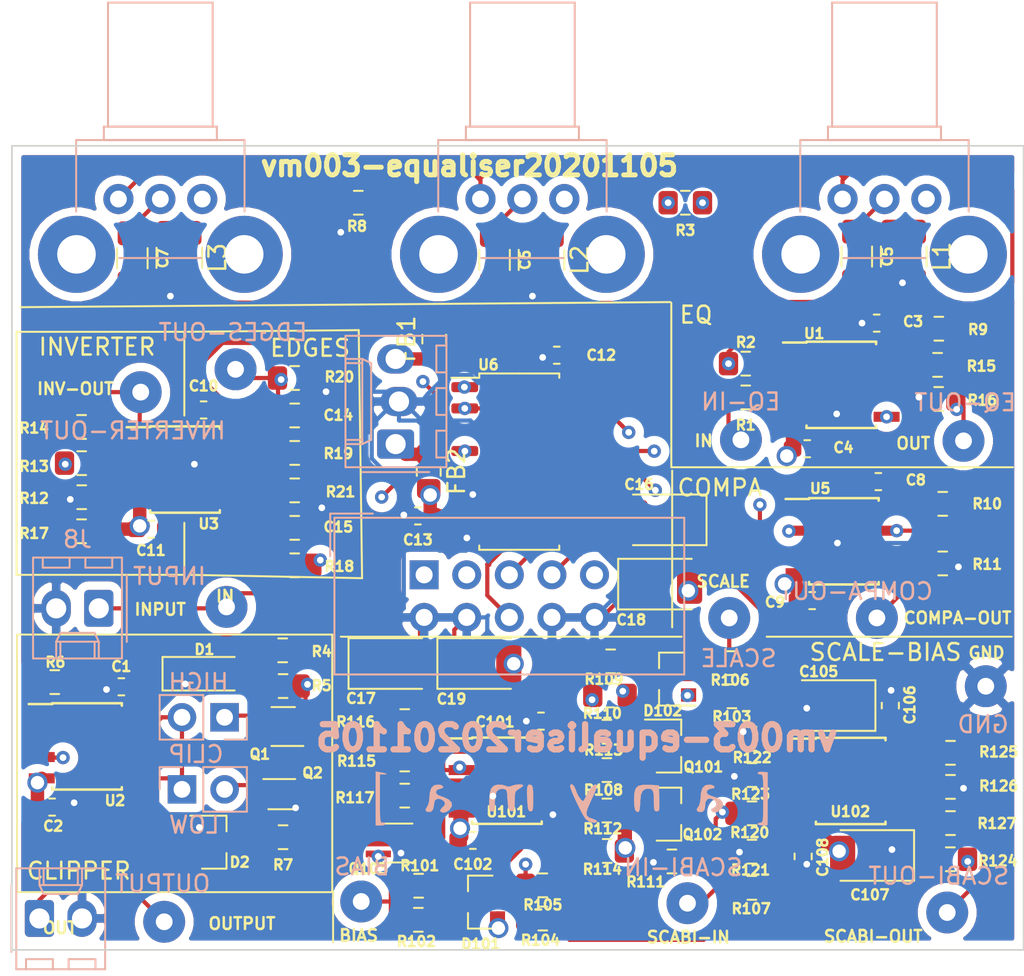
<source format=kicad_pcb>
(kicad_pcb (version 20171130) (host pcbnew "(5.1.5-0-10_14)")
  (layers (0 F.Cu signal) (1 In1.Cu signal) (2 In2.Cu signal) (31 B.Cu signal) (34 B.Paste user) (35 F.Paste user) (36 B.SilkS user) (37 F.SilkS user) (38 B.Mask user) (39 F.Mask user) (44 Edge.Cuts user))
  (net 0 "")
  (net 1 +5V)
  (net 2 GND)
  (net 3 -5V)
  (net 4 "Net-(C5-Pad2)")
  (net 5 "Net-(C5-Pad1)")
  (net 6 "Net-(C6-Pad2)")
  (net 7 "Net-(C6-Pad1)")
  (net 8 "Net-(C7-Pad2)")
  (net 9 "Net-(C7-Pad1)")
  (net 10 /eq_in)
  (net 11 /scabi_in)
  (net 12 /scabi_out)
  (net 13 /clipper_out)
  (net 14 /inverter_out)
  (net 15 /compa_cv)
  (net 16 /compa_bypass)
  (net 17 /inverter_bypass)
  (net 18 /compa_out)
  (net 19 "Net-(Q2-Pad1)")
  (net 20 "Net-(R1-Pad1)")
  (net 21 "Net-(R2-Pad2)")
  (net 22 "Net-(R2-Pad1)")
  (net 23 "Net-(R3-Pad1)")
  (net 24 "Net-(R6-Pad2)")
  (net 25 "Net-(R8-Pad2)")
  (net 26 /eq_out)
  (net 27 "Net-(R12-Pad2)")
  (net 28 /inverter_in)
  (net 29 "Net-(R13-Pad1)")
  (net 30 "Net-(R19-Pad2)")
  (net 31 "Net-(U5-Pad5)")
  (net 32 "Net-(R15-Pad2)")
  (net 33 /edges_out)
  (net 34 "Net-(C14-Pad1)")
  (net 35 "Net-(C15-Pad2)")
  (net 36 /edges_bypass)
  (net 37 /edges_in)
  (net 38 "Net-(D1-Pad2)")
  (net 39 "Net-(D2-Pad1)")
  (net 40 "Net-(Q1-Pad2)")
  (net 41 "Net-(Q1-Pad4)")
  (net 42 "Net-(R6-Pad1)")
  (net 43 "Net-(D101-Pad3)")
  (net 44 "Net-(D102-Pad3)")
  (net 45 /scale_cv)
  (net 46 /bias_cv)
  (net 47 "Net-(J101-Pad1)")
  (net 48 "Net-(J102-Pad1)")
  (net 49 "Net-(Q101-PadB)")
  (net 50 "Net-(Q101-PadE)")
  (net 51 "Net-(Q101-PadC)")
  (net 52 "Net-(Q102-PadB)")
  (net 53 "Net-(Q102-PadE)")
  (net 54 "Net-(R104-Pad2)")
  (net 55 "Net-(R109-Pad2)")
  (net 56 "Net-(Q103-Pad1)")
  (net 57 "Net-(Q103-Pad5)")
  (net 58 "Net-(R120-Pad2)")
  (net 59 "Net-(R123-Pad2)")
  (net 60 "Net-(Q103-Pad3)")
  (net 61 "Net-(R124-Pad1)")
  (net 62 "Net-(R125-Pad2)")
  (net 63 "Net-(R125-Pad1)")
  (net 64 "Net-(FB1-Pad1)")
  (net 65 "Net-(FB2-Pad1)")
  (module synkie_footprints:L_0805_2012Metric_Pad1.15x1.40mm_HandSolder (layer F.Cu) (at 57.8739 46.7323 270)
    (fp_text reference FB2 (at 0 -1.65 90) (layer F.SilkS))
    (fp_text value Ferrite_Bead)
    (pad 1 smd roundrect (at -1.025 0 270) (size 1.15 1.4) (layers F.Cu F.Paste F.Mask) (roundrect_rratio 0.217391) (net 65 "Net-(FB2-Pad1)"))
    (pad 2 smd roundrect (at 1.025 0 270) (size 1.15 1.4) (layers F.Cu F.Paste F.Mask) (roundrect_rratio 0.217391) (net 3 -5V))
  )
  (module synkie_footprints:L_0805_2012Metric_Pad1.15x1.40mm_HandSolder (layer F.Cu) (at 58.2041 38.8366 90)
    (fp_text reference FB1 (at 0 -1.65 90) (layer F.SilkS))
    (fp_text value Ferrite_Bead)
    (pad 1 smd roundrect (at -1.025 0 90) (size 1.15 1.4) (layers F.Cu F.Paste F.Mask) (roundrect_rratio 0.217391) (net 64 "Net-(FB1-Pad1)"))
    (pad 2 smd roundrect (at 1.025 0 90) (size 1.15 1.4) (layers F.Cu F.Paste F.Mask) (roundrect_rratio 0.217391) (net 1 +5V))
  )
  (module synkie_footprints:CP_EIA-3528-21_Kemet-B_Pad1.50x2.35mm_HandSolder (layer F.Cu) (at 61.0241 58.1914)
    (fp_text reference C19 (at -1.7913 2.1209) (layer F.SilkS) (effects (font (size 0.6 0.6))))
    (fp_text value 10u)
    (pad 2 smd roundrect (at 1.625 0) (size 1.5 2.35) (layers F.Cu F.Paste F.Mask) (roundrect_rratio 0.166667) (net 3 -5V))
    (pad 1 smd roundrect (at -1.625 0) (size 1.5 2.35) (layers F.Cu F.Paste F.Mask) (roundrect_rratio 0.166667) (net 2 GND))
  )
  (module synkie_footprints:CP_EIA-3528-21_Kemet-B_Pad1.50x2.35mm_HandSolder (layer F.Cu) (at 71.8052 53.4543)
    (fp_text reference C18 (at -1.8536 2.1336) (layer F.SilkS) (effects (font (size 0.6 0.6))))
    (fp_text value 10u)
    (pad 2 smd roundrect (at 1.625 0) (size 1.5 2.35) (layers F.Cu F.Paste F.Mask) (roundrect_rratio 0.166667) (net 3 -5V))
    (pad 1 smd roundrect (at -1.625 0) (size 1.5 2.35) (layers F.Cu F.Paste F.Mask) (roundrect_rratio 0.166667) (net 2 GND))
  )
  (module synkie_footprints:CP_EIA-3528-21_Kemet-B_Pad1.50x2.35mm_HandSolder (layer F.Cu) (at 55.7282 58.1914)
    (fp_text reference C17 (at -1.8929 2.0828) (layer F.SilkS) (effects (font (size 0.6 0.6))))
    (fp_text value 10u)
    (pad 2 smd roundrect (at 1.625 0) (size 1.5 2.35) (layers F.Cu F.Paste F.Mask) (roundrect_rratio 0.166667) (net 2 GND))
    (pad 1 smd roundrect (at -1.625 0) (size 1.5 2.35) (layers F.Cu F.Paste F.Mask) (roundrect_rratio 0.166667) (net 1 +5V))
  )
  (module synkie_footprints:CP_EIA-3528-21_Kemet-B_Pad1.50x2.35mm_HandSolder (layer F.Cu) (at 71.8052 49.6189 180)
    (fp_text reference C16 (at 1.3837 2.1082) (layer F.SilkS) (effects (font (size 0.6 0.6))))
    (fp_text value 10u)
    (pad 2 smd roundrect (at 1.625 0 180) (size 1.5 2.35) (layers F.Cu F.Paste F.Mask) (roundrect_rratio 0.166667) (net 2 GND))
    (pad 1 smd roundrect (at -1.625 0 180) (size 1.5 2.35) (layers F.Cu F.Paste F.Mask) (roundrect_rratio 0.166667) (net 1 +5V))
  )
  (module anyma_footprints:logo_anyma (layer B.Cu) (at 66.3067 66.3321 180)
    (fp_text reference G*** hide)
    (fp_text value logo_anyma hide)
  )
  (module synkie_footprints:Solderpad_1mm (layer F.Cu) (at 90.2716 45.1612)
    (fp_text reference J13 hide)
    (fp_text value EQ_OUT)
    (pad 1 thru_hole circle (at -0.508 -0.254) (size 2.5 2.5) (drill 1) (layers *.Cu *.Mask) (net 26 /eq_out))
  )
  (module synkie_footprints:Molex_KK-254_AE-6410-02A_1x02_P2.54mm_Vertical (layer B.Cu) (at 34.66 73.4)
    (fp_text reference J4 hide)
    (fp_text value OUTPUT)
    (pad 2 thru_hole oval (at 2.54 0) (size 1.74 2.2) (drill 1.2) (layers *.Cu *.Mask) (net 2 GND))
    (pad 1 thru_hole roundrect (at 0 0) (size 1.74 2.2) (drill 1.2) (layers *.Cu *.Mask) (roundrect_rratio 0.143678) (net 13 /clipper_out))
  )
  (module synkie_footprints:Solderpad_1mm (layer F.Cu) (at 46.863 40.894)
    (fp_text reference J12 hide)
    (fp_text value EDGES_OUT)
    (pad 1 thru_hole circle (at -0.508 -0.254) (size 2.5 2.5) (drill 1) (layers *.Cu *.Mask) (net 33 /edges_out))
  )
  (module synkie_footprints:Molex_KK-254_AE-6410-03A_1x03_P2.54mm_Vertical (layer B.Cu) (at 55.9 45.1 90)
    (fp_text reference J107 hide)
    (fp_text value Supply)
    (pad 3 thru_hole oval (at 5.08 0 90) (size 1.74 2.2) (drill 1.2) (layers *.Cu *.Mask) (net 64 "Net-(FB1-Pad1)"))
    (pad 2 thru_hole oval (at 2.54 0.2 90) (size 1.74 2.2) (drill 1.2) (layers *.Cu *.Mask) (net 2 GND))
    (pad 1 thru_hole roundrect (at 0 0 90) (size 1.74 2.2) (drill 1.2) (layers *.Cu *.Mask) (roundrect_rratio 0.143678) (net 65 "Net-(FB2-Pad1)"))
  )
  (module synkie_footprints:Molex_KK-254_AE-6410-02A_1x02_P2.54mm_Vertical (layer B.Cu) (at 38.2 54.9 180)
    (fp_text reference J8 (at 1.27 4.12) (layer B.SilkS) (effects (justify mirror)))
    (fp_text value INPUT)
    (pad 2 thru_hole oval (at 2.54 0 180) (size 1.74 2.2) (drill 1.2) (layers *.Cu *.Mask) (net 2 GND))
    (pad 1 thru_hole roundrect (at 0 0 180) (size 1.74 2.2) (drill 1.2) (layers *.Cu *.Mask) (roundrect_rratio 0.143678) (net 37 /edges_in))
  )
  (module Inductor_SMD:L_1210_3225Metric_Pad1.42x2.65mm_HandSolder (layer F.Cu) (at 43 33.9875 270)
    (fp_text reference L3 (at 0 -2.28 90) (layer F.SilkS))
    (fp_text value 1.19uH)
    (pad 2 smd roundrect (at 1.4875 0 270) (size 1.425 2.65) (layers F.Cu F.Paste F.Mask) (roundrect_rratio 0.175439) (net 2 GND))
    (pad 1 smd roundrect (at -1.4875 0 270) (size 1.425 2.65) (layers F.Cu F.Paste F.Mask) (roundrect_rratio 0.175439) (net 8 "Net-(C7-Pad2)"))
  )
  (module Inductor_SMD:L_1210_3225Metric_Pad1.42x2.65mm_HandSolder (layer F.Cu) (at 64.6 34.1125 270)
    (fp_text reference L2 (at 0 -2.28 90) (layer F.SilkS))
    (fp_text value 1.19uH)
    (pad 2 smd roundrect (at 1.4875 0 270) (size 1.425 2.65) (layers F.Cu F.Paste F.Mask) (roundrect_rratio 0.175439) (net 2 GND))
    (pad 1 smd roundrect (at -1.4875 0 270) (size 1.425 2.65) (layers F.Cu F.Paste F.Mask) (roundrect_rratio 0.175439) (net 6 "Net-(C6-Pad2)"))
  )
  (module Inductor_SMD:L_1210_3225Metric_Pad1.42x2.65mm_HandSolder (layer F.Cu) (at 86.2 33.9125 270)
    (fp_text reference L1 (at 0 -2.28 90) (layer F.SilkS))
    (fp_text value 330u)
    (pad 2 smd roundrect (at 1.4875 0 270) (size 1.425 2.65) (layers F.Cu F.Paste F.Mask) (roundrect_rratio 0.175439) (net 2 GND))
    (pad 1 smd roundrect (at -1.4875 0 270) (size 1.425 2.65) (layers F.Cu F.Paste F.Mask) (roundrect_rratio 0.175439) (net 4 "Net-(C5-Pad2)"))
  )
  (module synkie_footprints:Solderpad_1mm (layer F.Cu) (at 91.6 59.8)
    (fp_text reference J11 hide)
    (fp_text value gnd)
    (pad 1 thru_hole circle (at -0.508 -0.254) (size 2.5 2.5) (drill 1) (layers *.Cu *.Mask) (net 2 GND))
  )
  (module synkie_footprints:IDC-Header_2x05_P2.54mm_Vertical (layer B.Cu) (at 57.6 52.9 270)
    (fp_text reference J6 hide)
    (fp_text value Conn_01x10)
    (pad 1 thru_hole rect (at 0 0 270) (size 1.7272 1.7272) (drill 1.016) (layers *.Cu *.Mask) (net 45 /scale_cv))
    (pad 2 thru_hole oval (at 2.54 0 270) (size 1.7272 1.7272) (drill 1.016) (layers *.Cu *.Mask) (net 2 GND))
    (pad 3 thru_hole oval (at 0 -2.54 270) (size 1.7272 1.7272) (drill 1.016) (layers *.Cu *.Mask) (net 15 /compa_cv))
    (pad 4 thru_hole oval (at 2.54 -2.54 270) (size 1.7272 1.7272) (drill 1.016) (layers *.Cu *.Mask) (net 2 GND))
    (pad 5 thru_hole oval (at 0 -5.08 270) (size 1.7272 1.7272) (drill 1.016) (layers *.Cu *.Mask) (net 36 /edges_bypass))
    (pad 6 thru_hole oval (at 2.54 -5.08 270) (size 1.7272 1.7272) (drill 1.016) (layers *.Cu *.Mask) (net 16 /compa_bypass))
    (pad 7 thru_hole oval (at 0 -7.62 270) (size 1.7272 1.7272) (drill 1.016) (layers *.Cu *.Mask) (net 17 /inverter_bypass))
    (pad 8 thru_hole oval (at 2.54 -7.62 270) (size 1.7272 1.7272) (drill 1.016) (layers *.Cu *.Mask) (net 2 GND))
    (pad 9 thru_hole oval (at 0 -10.16 270) (size 1.7272 1.7272) (drill 1.016) (layers *.Cu *.Mask) (net 46 /bias_cv))
    (pad 10 thru_hole oval (at 2.54 -10.16 270) (size 1.7272 1.7272) (drill 1.016) (layers *.Cu *.Mask) (net 2 GND))
  )
  (module synkie_footprints:C_0603_1608Metric_Pad1.05x0.95mm_HandSolder (layer F.Cu) (at 85.4 60.7 270)
    (fp_text reference C106 (at -0.0448 -1.1632 90) (layer F.SilkS) (effects (font (size 0.6 0.6))))
    (fp_text value 100n)
    (pad 2 smd roundrect (at 0.875 0 270) (size 1.05 0.95) (layers F.Cu F.Paste F.Mask) (net 1 +5V))
    (pad 1 smd roundrect (at -0.875 0 270) (size 1.05 0.95) (layers F.Cu F.Paste F.Mask) (net 2 GND))
  )
  (module synkie_footprints:SOT-363_SC-70-6_Handsoldering (layer F.Cu) (at 56.2 68.9)
    (fp_text reference Q103 (at -1.9202 1.5342) (layer F.SilkS) (effects (font (size 0.6 0.6))))
    (fp_text value PMBT3906YS)
    (pad 1 smd rect (at -1.33 -0.65) (size 1.5 0.4) (layers F.Cu F.Paste F.Mask) (net 56 "Net-(Q103-Pad1)"))
    (pad 2 smd rect (at -1.33 0) (size 1.5 0.4) (layers F.Cu F.Paste F.Mask) (net 2 GND))
    (pad 3 smd rect (at -1.33 0.65) (size 1.5 0.4) (layers F.Cu F.Paste F.Mask) (net 60 "Net-(Q103-Pad3)"))
    (pad 4 smd rect (at 1.33 0.65) (size 1.5 0.4) (layers F.Cu F.Paste F.Mask) (net 2 GND))
    (pad 5 smd rect (at 1.33 0) (size 1.5 0.4) (layers F.Cu F.Paste F.Mask) (net 57 "Net-(Q103-Pad5)"))
    (pad 6 smd rect (at 1.33 -0.65) (size 1.5 0.4) (layers F.Cu F.Paste F.Mask) (net 2 GND))
  )
  (module synkie_footprints:SOIC-8_3.9x4.9mm_P1.27mm (layer F.Cu) (at 83.037 65.198)
    (fp_text reference U102 (at -0.0254 1.8288) (layer F.SilkS) (effects (font (size 0.6 0.6))))
    (fp_text value LT1228)
    (pad 8 smd rect (at 2.7 -1.905) (size 1.55 0.6) (layers F.Cu F.Paste F.Mask) (net 62 "Net-(R125-Pad2)"))
    (pad 7 smd rect (at 2.7 -0.635) (size 1.55 0.6) (layers F.Cu F.Paste F.Mask) (net 1 +5V))
    (pad 6 smd rect (at 2.7 0.635) (size 1.55 0.6) (layers F.Cu F.Paste F.Mask) (net 63 "Net-(R125-Pad1)"))
    (pad 5 smd rect (at 2.7 1.905) (size 1.55 0.6) (layers F.Cu F.Paste F.Mask) (net 61 "Net-(R124-Pad1)"))
    (pad 4 smd rect (at -2.7 1.905) (size 1.55 0.6) (layers F.Cu F.Paste F.Mask) (net 3 -5V))
    (pad 3 smd rect (at -2.7 0.635) (size 1.55 0.6) (layers F.Cu F.Paste F.Mask) (net 58 "Net-(R120-Pad2)"))
    (pad 2 smd rect (at -2.7 -0.635) (size 1.55 0.6) (layers F.Cu F.Paste F.Mask) (net 59 "Net-(R123-Pad2)"))
    (pad 1 smd rect (at -2.7 -1.905) (size 1.55 0.6) (layers F.Cu F.Paste F.Mask) (net 51 "Net-(Q101-PadC)"))
  )
  (module synkie_footprints:SOIC-8_3.9x4.9mm_P1.27mm (layer F.Cu) (at 62.537 65.184)
    (fp_text reference U101 (at -0.0381 1.8542) (layer F.SilkS) (effects (font (size 0.6 0.6))))
    (fp_text value LMH6643)
    (pad 8 smd rect (at 2.7 -1.905) (size 1.55 0.6) (layers F.Cu F.Paste F.Mask) (net 1 +5V))
    (pad 7 smd rect (at 2.7 -0.635) (size 1.55 0.6) (layers F.Cu F.Paste F.Mask) (net 49 "Net-(Q101-PadB)"))
    (pad 6 smd rect (at 2.7 0.635) (size 1.55 0.6) (layers F.Cu F.Paste F.Mask) (net 54 "Net-(R104-Pad2)"))
    (pad 5 smd rect (at 2.7 1.905) (size 1.55 0.6) (layers F.Cu F.Paste F.Mask) (net 2 GND))
    (pad 4 smd rect (at -2.7 1.905) (size 1.55 0.6) (layers F.Cu F.Paste F.Mask) (net 3 -5V))
    (pad 3 smd rect (at -2.7 0.635) (size 1.55 0.6) (layers F.Cu F.Paste F.Mask) (net 2 GND))
    (pad 2 smd rect (at -2.7 -0.635) (size 1.55 0.6) (layers F.Cu F.Paste F.Mask) (net 55 "Net-(R109-Pad2)"))
    (pad 1 smd rect (at -2.7 -1.905) (size 1.55 0.6) (layers F.Cu F.Paste F.Mask) (net 57 "Net-(Q103-Pad5)"))
  )
  (module synkie_footprints:R_0805_2012Metric_Pad1.15x1.40mm_HandSolder (layer F.Cu) (at 88.987 67.711 180)
    (fp_text reference R127 (at -2.7686 -0.0254) (layer F.SilkS) (effects (font (size 0.6 0.6))))
    (fp_text value 75)
    (pad 2 smd roundrect (at 1.025 0 180) (size 1.15 1.4) (layers F.Cu F.Paste F.Mask) (roundrect_rratio 0.217391) (net 63 "Net-(R125-Pad1)"))
    (pad 1 smd roundrect (at -1.025 0 180) (size 1.15 1.4) (layers F.Cu F.Paste F.Mask) (roundrect_rratio 0.217391) (net 12 /scabi_out))
  )
  (module synkie_footprints:R_0805_2012Metric_Pad1.15x1.40mm_HandSolder (layer F.Cu) (at 88.987 65.552 180)
    (fp_text reference R126 (at -2.8702 0.0508) (layer F.SilkS) (effects (font (size 0.6 0.6))))
    (fp_text value 100)
    (pad 2 smd roundrect (at 1.025 0 180) (size 1.15 1.4) (layers F.Cu F.Paste F.Mask) (roundrect_rratio 0.217391) (net 62 "Net-(R125-Pad2)"))
    (pad 1 smd roundrect (at -1.025 0 180) (size 1.15 1.4) (layers F.Cu F.Paste F.Mask) (roundrect_rratio 0.217391) (net 2 GND))
  )
  (module synkie_footprints:R_0805_2012Metric_Pad1.15x1.40mm_HandSolder (layer F.Cu) (at 88.987 63.52)
    (fp_text reference R125 (at 2.8702 -0.0508) (layer F.SilkS) (effects (font (size 0.6 0.6))))
    (fp_text value 1k)
    (pad 2 smd roundrect (at 1.025 0) (size 1.15 1.4) (layers F.Cu F.Paste F.Mask) (roundrect_rratio 0.217391) (net 62 "Net-(R125-Pad2)"))
    (pad 1 smd roundrect (at -1.025 0) (size 1.15 1.4) (layers F.Cu F.Paste F.Mask) (roundrect_rratio 0.217391) (net 63 "Net-(R125-Pad1)"))
  )
  (module synkie_footprints:R_0805_2012Metric_Pad1.15x1.40mm_HandSolder (layer F.Cu) (at 88.978 69.87)
    (fp_text reference R124 (at 2.8284 0.1016) (layer F.SilkS) (effects (font (size 0.6 0.6))))
    (fp_text value 1k)
    (pad 2 smd roundrect (at 1.025 0) (size 1.15 1.4) (layers F.Cu F.Paste F.Mask) (roundrect_rratio 0.217391) (net 60 "Net-(Q103-Pad3)"))
    (pad 1 smd roundrect (at -1.025 0) (size 1.15 1.4) (layers F.Cu F.Paste F.Mask) (roundrect_rratio 0.217391) (net 61 "Net-(R124-Pad1)"))
  )
  (module synkie_footprints:R_0805_2012Metric_Pad1.15x1.40mm_HandSolder (layer F.Cu) (at 77.152 64.844)
    (fp_text reference R123 (at -0.0884 1.1452) (layer F.SilkS) (effects (font (size 0.6 0.6))))
    (fp_text value 560)
    (pad 2 smd roundrect (at 1.025 0) (size 1.15 1.4) (layers F.Cu F.Paste F.Mask) (roundrect_rratio 0.217391) (net 59 "Net-(R123-Pad2)"))
    (pad 1 smd roundrect (at -1.025 0) (size 1.15 1.4) (layers F.Cu F.Paste F.Mask) (roundrect_rratio 0.217391) (net 2 GND))
  )
  (module synkie_footprints:R_0805_2012Metric_Pad1.15x1.40mm_HandSolder (layer F.Cu) (at 77.152 62.685)
    (fp_text reference R122 (at 0.0132 1.1198) (layer F.SilkS) (effects (font (size 0.6 0.6))))
    (fp_text value 300)
    (pad 2 smd roundrect (at 1.025 0) (size 1.15 1.4) (layers F.Cu F.Paste F.Mask) (roundrect_rratio 0.217391) (net 51 "Net-(Q101-PadC)"))
    (pad 1 smd roundrect (at -1.025 0) (size 1.15 1.4) (layers F.Cu F.Paste F.Mask) (roundrect_rratio 0.217391) (net 2 GND))
  )
  (module synkie_footprints:R_0805_2012Metric_Pad1.15x1.40mm_HandSolder (layer F.Cu) (at 77.152 69.416)
    (fp_text reference R121 (at -0.0884 1.0944) (layer F.SilkS) (effects (font (size 0.6 0.6))))
    (fp_text value 1k)
    (pad 2 smd roundrect (at 1.025 0) (size 1.15 1.4) (layers F.Cu F.Paste F.Mask) (roundrect_rratio 0.217391) (net 58 "Net-(R120-Pad2)"))
    (pad 1 smd roundrect (at -1.025 0) (size 1.15 1.4) (layers F.Cu F.Paste F.Mask) (roundrect_rratio 0.217391) (net 2 GND))
  )
  (module synkie_footprints:R_0805_2012Metric_Pad1.15x1.40mm_HandSolder (layer F.Cu) (at 77.152 67.13)
    (fp_text reference R120 (at -0.1392 1.1452) (layer F.SilkS) (effects (font (size 0.6 0.6))))
    (fp_text value 10k)
    (pad 2 smd roundrect (at 1.025 0) (size 1.15 1.4) (layers F.Cu F.Paste F.Mask) (roundrect_rratio 0.217391) (net 58 "Net-(R120-Pad2)"))
    (pad 1 smd roundrect (at -1.025 0) (size 1.15 1.4) (layers F.Cu F.Paste F.Mask) (roundrect_rratio 0.217391) (net 11 /scabi_in))
  )
  (module synkie_footprints:R_0805_2012Metric_Pad1.15x1.40mm_HandSolder (layer F.Cu) (at 56.441 66.073)
    (fp_text reference R117 (at -2.9718 0.127) (layer F.SilkS) (effects (font (size 0.6 0.6))))
    (fp_text value 10k)
    (pad 2 smd roundrect (at 1.025 0) (size 1.15 1.4) (layers F.Cu F.Paste F.Mask) (roundrect_rratio 0.217391) (net 56 "Net-(Q103-Pad1)"))
    (pad 1 smd roundrect (at -1.025 0) (size 1.15 1.4) (layers F.Cu F.Paste F.Mask) (roundrect_rratio 0.217391) (net 1 +5V))
  )
  (module synkie_footprints:R_0805_2012Metric_Pad1.15x1.40mm_HandSolder (layer F.Cu) (at 56.441 61.628)
    (fp_text reference R116 (at -2.921 0.0508) (layer F.SilkS) (effects (font (size 0.6 0.6))))
    (fp_text value 4k7)
    (pad 2 smd roundrect (at 1.025 0) (size 1.15 1.4) (layers F.Cu F.Paste F.Mask) (roundrect_rratio 0.217391) (net 57 "Net-(Q103-Pad5)"))
    (pad 1 smd roundrect (at -1.025 0) (size 1.15 1.4) (layers F.Cu F.Paste F.Mask) (roundrect_rratio 0.217391) (net 55 "Net-(R109-Pad2)"))
  )
  (module synkie_footprints:R_0805_2012Metric_Pad1.15x1.40mm_HandSolder (layer F.Cu) (at 56.441 63.914)
    (fp_text reference R115 (at -2.8702 0.1016) (layer F.SilkS) (effects (font (size 0.6 0.6))))
    (fp_text value 4k7)
    (pad 2 smd roundrect (at 1.025 0) (size 1.15 1.4) (layers F.Cu F.Paste F.Mask) (roundrect_rratio 0.217391) (net 56 "Net-(Q103-Pad1)"))
    (pad 1 smd roundrect (at -1.025 0) (size 1.15 1.4) (layers F.Cu F.Paste F.Mask) (roundrect_rratio 0.217391) (net 55 "Net-(R109-Pad2)"))
  )
  (module synkie_footprints:R_0805_2012Metric_Pad1.15x1.40mm_HandSolder (layer F.Cu) (at 68.515 69.375)
    (fp_text reference R114 (at -0.2884 1.0922) (layer F.SilkS) (effects (font (size 0.6 0.6))))
    (fp_text value 3k3)
    (pad 2 smd roundrect (at 1.025 0) (size 1.15 1.4) (layers F.Cu F.Paste F.Mask) (roundrect_rratio 0.217391) (net 3 -5V))
    (pad 1 smd roundrect (at -1.025 0) (size 1.15 1.4) (layers F.Cu F.Paste F.Mask) (roundrect_rratio 0.217391) (net 53 "Net-(Q102-PadE)"))
  )
  (module synkie_footprints:R_0805_2012Metric_Pad1.15x1.40mm_HandSolder (layer F.Cu) (at 68.497 62.263)
    (fp_text reference R113 (at -0.1942 1.0922) (layer F.SilkS) (effects (font (size 0.6 0.6))))
    (fp_text value 3k3)
    (pad 2 smd roundrect (at 1.025 0) (size 1.15 1.4) (layers F.Cu F.Paste F.Mask) (roundrect_rratio 0.217391) (net 50 "Net-(Q101-PadE)"))
    (pad 1 smd roundrect (at -1.025 0) (size 1.15 1.4) (layers F.Cu F.Paste F.Mask) (roundrect_rratio 0.217391) (net 1 +5V))
  )
  (module synkie_footprints:R_0805_2012Metric_Pad1.15x1.40mm_HandSolder (layer F.Cu) (at 68.497 66.962)
    (fp_text reference R112 (at -0.245 1.0922) (layer F.SilkS) (effects (font (size 0.6 0.6))))
    (fp_text value 10k)
    (pad 2 smd roundrect (at 1.025 0) (size 1.15 1.4) (layers F.Cu F.Paste F.Mask) (roundrect_rratio 0.217391) (net 3 -5V))
    (pad 1 smd roundrect (at -1.025 0) (size 1.15 1.4) (layers F.Cu F.Paste F.Mask) (roundrect_rratio 0.217391) (net 52 "Net-(Q102-PadB)"))
  )
  (module synkie_footprints:R_0805_2012Metric_Pad1.15x1.40mm_HandSolder (layer F.Cu) (at 72.375 70)
    (fp_text reference R111 (at -1.5598 1.2216) (layer F.SilkS) (effects (font (size 0.6 0.6))))
    (fp_text value 10k)
    (pad 2 smd roundrect (at 1.025 0) (size 1.15 1.4) (layers F.Cu F.Paste F.Mask) (roundrect_rratio 0.217391) (net 52 "Net-(Q102-PadB)"))
    (pad 1 smd roundrect (at -1.025 0) (size 1.15 1.4) (layers F.Cu F.Paste F.Mask) (roundrect_rratio 0.217391) (net 2 GND))
  )
  (module synkie_footprints:R_0805_2012Metric_Pad1.15x1.40mm_HandSolder (layer F.Cu) (at 68.6816 60.0964 180)
    (fp_text reference R110 (at 0.4572 -1.0668) (layer F.SilkS) (effects (font (size 0.6 0.6))))
    (fp_text value 470k)
    (pad 2 smd roundrect (at 1.025 0 180) (size 1.15 1.4) (layers F.Cu F.Paste F.Mask) (roundrect_rratio 0.217391) (net 55 "Net-(R109-Pad2)"))
    (pad 1 smd roundrect (at -1.025 0 180) (size 1.15 1.4) (layers F.Cu F.Paste F.Mask) (roundrect_rratio 0.217391) (net 45 /scale_cv))
  )
  (module synkie_footprints:R_0805_2012Metric_Pad1.15x1.40mm_HandSolder (layer F.Cu) (at 68.7234 58.0644 180)
    (fp_text reference R109 (at 0.3974 -1.0668) (layer F.SilkS) (effects (font (size 0.6 0.6))))
    (fp_text value 100k)
    (pad 2 smd roundrect (at 1.025 0 180) (size 1.15 1.4) (layers F.Cu F.Paste F.Mask) (roundrect_rratio 0.217391) (net 55 "Net-(R109-Pad2)"))
    (pad 1 smd roundrect (at -1.025 0 180) (size 1.15 1.4) (layers F.Cu F.Paste F.Mask) (roundrect_rratio 0.217391) (net 44 "Net-(D102-Pad3)"))
  )
  (module synkie_footprints:R_0805_2012Metric_Pad1.15x1.40mm_HandSolder (layer F.Cu) (at 68.497 64.549)
    (fp_text reference R108 (at -0.2032 1.1938) (layer F.SilkS) (effects (font (size 0.6 0.6))))
    (fp_text value 10k)
    (pad 2 smd roundrect (at 1.025 0) (size 1.15 1.4) (layers F.Cu F.Paste F.Mask) (roundrect_rratio 0.217391) (net 49 "Net-(Q101-PadB)"))
    (pad 1 smd roundrect (at -1.025 0) (size 1.15 1.4) (layers F.Cu F.Paste F.Mask) (roundrect_rratio 0.217391) (net 54 "Net-(R104-Pad2)"))
  )
  (module synkie_footprints:R_0805_2012Metric_Pad1.15x1.40mm_HandSolder (layer F.Cu) (at 77.143 71.575)
    (fp_text reference R107 (at -0.0418 1.2446) (layer F.SilkS) (effects (font (size 0.6 0.6))))
    (fp_text value 20k)
    (pad 2 smd roundrect (at 1.025 0) (size 1.15 1.4) (layers F.Cu F.Paste F.Mask) (roundrect_rratio 0.217391) (net 3 -5V))
    (pad 1 smd roundrect (at -1.025 0) (size 1.15 1.4) (layers F.Cu F.Paste F.Mask) (roundrect_rratio 0.217391) (net 54 "Net-(R104-Pad2)"))
  )
  (module synkie_footprints:R_0805_2012Metric_Pad1.15x1.40mm_HandSolder (layer F.Cu) (at 75.937 58.166 180)
    (fp_text reference R106 (at 0.0926 -1.016 180) (layer F.SilkS) (effects (font (size 0.6 0.6))))
    (fp_text value 100)
    (pad 2 smd roundrect (at 1.025 0 180) (size 1.15 1.4) (layers F.Cu F.Paste F.Mask) (roundrect_rratio 0.217391) (net 44 "Net-(D102-Pad3)"))
    (pad 1 smd roundrect (at -1.025 0 180) (size 1.15 1.4) (layers F.Cu F.Paste F.Mask) (roundrect_rratio 0.217391) (net 48 "Net-(J102-Pad1)"))
  )
  (module synkie_footprints:R_0805_2012Metric_Pad1.15x1.40mm_HandSolder (layer F.Cu) (at 64.6774 71.4248)
    (fp_text reference R105 (at 0 1.1684) (layer F.SilkS) (effects (font (size 0.6 0.6))))
    (fp_text value 47k)
    (pad 2 smd roundrect (at 1.025 0) (size 1.15 1.4) (layers F.Cu F.Paste F.Mask) (roundrect_rratio 0.217391) (net 54 "Net-(R104-Pad2)"))
    (pad 1 smd roundrect (at -1.025 0) (size 1.15 1.4) (layers F.Cu F.Paste F.Mask) (roundrect_rratio 0.217391) (net 46 /bias_cv))
  )
  (module synkie_footprints:R_0805_2012Metric_Pad1.15x1.40mm_HandSolder (layer F.Cu) (at 64.6774 73.406)
    (fp_text reference R104 (at -0.1434 1.2954) (layer F.SilkS) (effects (font (size 0.6 0.6))))
    (fp_text value 10k)
    (pad 2 smd roundrect (at 1.025 0) (size 1.15 1.4) (layers F.Cu F.Paste F.Mask) (roundrect_rratio 0.217391) (net 54 "Net-(R104-Pad2)"))
    (pad 1 smd roundrect (at -1.025 0) (size 1.15 1.4) (layers F.Cu F.Paste F.Mask) (roundrect_rratio 0.217391) (net 43 "Net-(D101-Pad3)"))
  )
  (module synkie_footprints:R_0805_2012Metric_Pad1.15x1.40mm_HandSolder (layer F.Cu) (at 75.955 60.1472)
    (fp_text reference R103 (at -0.009 1.2192) (layer F.SilkS) (effects (font (size 0.6 0.6))))
    (fp_text value 47k)
    (pad 2 smd roundrect (at 1.025 0) (size 1.15 1.4) (layers F.Cu F.Paste F.Mask) (roundrect_rratio 0.217391) (net 48 "Net-(J102-Pad1)"))
    (pad 1 smd roundrect (at -1.025 0) (size 1.15 1.4) (layers F.Cu F.Paste F.Mask) (roundrect_rratio 0.217391) (net 2 GND))
  )
  (module synkie_footprints:R_0805_2012Metric_Pad1.15x1.40mm_HandSolder (layer F.Cu) (at 57.2544 73.481)
    (fp_text reference R102 (at -0.118 1.2954) (layer F.SilkS) (effects (font (size 0.6 0.6))))
    (fp_text value 100)
    (pad 2 smd roundrect (at 1.025 0) (size 1.15 1.4) (layers F.Cu F.Paste F.Mask) (roundrect_rratio 0.217391) (net 43 "Net-(D101-Pad3)"))
    (pad 1 smd roundrect (at -1.025 0) (size 1.15 1.4) (layers F.Cu F.Paste F.Mask) (roundrect_rratio 0.217391) (net 47 "Net-(J101-Pad1)"))
  )
  (module synkie_footprints:R_0805_2012Metric_Pad1.15x1.40mm_HandSolder (layer F.Cu) (at 57.2724 71.449 180)
    (fp_text reference R101 (at -0.0672 1.1938) (layer F.SilkS) (effects (font (size 0.6 0.6))))
    (fp_text value 47k)
    (pad 2 smd roundrect (at 1.025 0 180) (size 1.15 1.4) (layers F.Cu F.Paste F.Mask) (roundrect_rratio 0.217391) (net 47 "Net-(J101-Pad1)"))
    (pad 1 smd roundrect (at -1.025 0 180) (size 1.15 1.4) (layers F.Cu F.Paste F.Mask) (roundrect_rratio 0.217391) (net 2 GND))
  )
  (module synkie_footprints:SOT-23_BEC (layer F.Cu) (at 72.17 67.178)
    (fp_text reference Q102 (at 2.032 1.2192) (layer F.SilkS) (effects (font (size 0.6 0.6))))
    (fp_text value BC847)
    (pad B smd rect (at -1 -0.95) (size 0.9 0.8) (layers F.Cu F.Paste F.Mask) (net 52 "Net-(Q102-PadB)"))
    (pad E smd rect (at -1 0.95) (size 0.9 0.8) (layers F.Cu F.Paste F.Mask) (net 53 "Net-(Q102-PadE)"))
    (pad C smd rect (at 1 0) (size 0.9 0.8) (layers F.Cu F.Paste F.Mask) (net 51 "Net-(Q101-PadC)"))
  )
  (module synkie_footprints:SOT-23_BEC (layer F.Cu) (at 72.17 63.114)
    (fp_text reference Q101 (at 2.0828 1.2496) (layer F.SilkS) (effects (font (size 0.6 0.6))))
    (fp_text value PNP)
    (pad B smd rect (at -1 -0.95) (size 0.9 0.8) (layers F.Cu F.Paste F.Mask) (net 49 "Net-(Q101-PadB)"))
    (pad E smd rect (at -1 0.95) (size 0.9 0.8) (layers F.Cu F.Paste F.Mask) (net 50 "Net-(Q101-PadE)"))
    (pad C smd rect (at 1 0) (size 0.9 0.8) (layers F.Cu F.Paste F.Mask) (net 51 "Net-(Q101-PadC)"))
  )
  (module synkie_footprints:Solderpad_1mm (layer F.Cu) (at 76.3016 55.7276)
    (fp_text reference J102 hide)
    (fp_text value Scale_In)
    (pad 1 thru_hole circle (at -0.508 -0.254) (size 2.5 2.5) (drill 1) (layers *.Cu *.Mask) (net 48 "Net-(J102-Pad1)"))
  )
  (module synkie_footprints:Solderpad_1mm (layer F.Cu) (at 54.356 72.644)
    (fp_text reference J101 hide)
    (fp_text value Bias_In)
    (pad 1 thru_hole circle (at -0.508 -0.254) (size 2.5 2.5) (drill 1) (layers *.Cu *.Mask) (net 47 "Net-(J101-Pad1)"))
  )
  (module synkie_footprints:Solderpad_1mm (layer F.Cu) (at 42.608 73.854)
    (fp_text reference J10 hide)
    (fp_text value LEVEl_METER)
    (pad 1 thru_hole circle (at -0.508 -0.254) (size 2.5 2.5) (drill 1) (layers *.Cu *.Mask) (net 13 /clipper_out))
  )
  (module synkie_footprints:SOT-23 (layer F.Cu) (at 72.37 59.1194 180)
    (fp_text reference D102 (at 0.5388 -1.8914) (layer F.SilkS) (effects (font (size 0.6 0.6))))
    (fp_text value BAT54S)
    (pad 3 smd rect (at 1 0 180) (size 0.9 0.8) (layers F.Cu F.Paste F.Mask) (net 44 "Net-(D102-Pad3)"))
    (pad 2 smd rect (at -1 0.95 180) (size 0.9 0.8) (layers F.Cu F.Paste F.Mask) (net 1 +5V))
    (pad 1 smd rect (at -1 -0.95 180) (size 0.9 0.8) (layers F.Cu F.Paste F.Mask) (net 3 -5V))
  )
  (module synkie_footprints:SOT-23 (layer F.Cu) (at 60.976 72.4256 180)
    (fp_text reference D101 (at 0 -2.5) (layer F.SilkS) (effects (font (size 0.6 0.6))))
    (fp_text value BAT54S)
    (pad 3 smd rect (at 1 0 180) (size 0.9 0.8) (layers F.Cu F.Paste F.Mask) (net 43 "Net-(D101-Pad3)"))
    (pad 2 smd rect (at -1 0.95 180) (size 0.9 0.8) (layers F.Cu F.Paste F.Mask) (net 1 +5V))
    (pad 1 smd rect (at -1 -0.95 180) (size 0.9 0.8) (layers F.Cu F.Paste F.Mask) (net 3 -5V))
  )
  (module synkie_footprints:C_0603_1608Metric_Pad1.05x0.95mm_HandSolder (layer F.Cu) (at 80.2 69.7 90)
    (fp_text reference C108 (at -0.0508 1.1684 90) (layer F.SilkS) (effects (font (size 0.6 0.6))))
    (fp_text value 100n)
    (pad 2 smd roundrect (at 0.875 0 90) (size 1.05 0.95) (layers F.Cu F.Paste F.Mask) (net 3 -5V))
    (pad 1 smd roundrect (at -0.875 0 90) (size 1.05 0.95) (layers F.Cu F.Paste F.Mask) (net 2 GND))
  )
  (module synkie_footprints:CP_EIA-3528-21_Kemet-B_Pad1.50x2.35mm_HandSolder (layer F.Cu) (at 84.18 69.643 180)
    (fp_text reference C107 (at 0 -2.35) (layer F.SilkS) (effects (font (size 0.6 0.6))))
    (fp_text value 4u7)
    (pad 2 smd roundrect (at 1.625 0 180) (size 1.5 2.35) (layers F.Cu F.Paste F.Mask) (roundrect_rratio 0.166667) (net 3 -5V))
    (pad 1 smd roundrect (at -1.625 0 180) (size 1.5 2.35) (layers F.Cu F.Paste F.Mask) (roundrect_rratio 0.166667) (net 2 GND))
  )
  (module synkie_footprints:CP_EIA-3528-21_Kemet-B_Pad1.50x2.35mm_HandSolder (layer F.Cu) (at 81.875 60.7 180)
    (fp_text reference C105 (at 0.7474 2.026) (layer F.SilkS) (effects (font (size 0.6 0.6))))
    (fp_text value 4u7)
    (pad 2 smd roundrect (at 1.625 0 180) (size 1.5 2.35) (layers F.Cu F.Paste F.Mask) (roundrect_rratio 0.166667) (net 2 GND))
    (pad 1 smd roundrect (at -1.625 0 180) (size 1.5 2.35) (layers F.Cu F.Paste F.Mask) (roundrect_rratio 0.166667) (net 1 +5V))
  )
  (module synkie_footprints:C_0603_1608Metric_Pad1.05x0.95mm_HandSolder (layer F.Cu) (at 60.505 68.74 180)
    (fp_text reference C102 (at 0 -1.43) (layer F.SilkS) (effects (font (size 0.6 0.6))))
    (fp_text value 100n)
    (pad 2 smd roundrect (at 0.875 0 180) (size 1.05 0.95) (layers F.Cu F.Paste F.Mask) (net 3 -5V))
    (pad 1 smd roundrect (at -0.875 0 180) (size 1.05 0.95) (layers F.Cu F.Paste F.Mask) (net 2 GND))
  )
  (module synkie_footprints:C_0603_1608Metric_Pad1.05x0.95mm_HandSolder (layer F.Cu) (at 64.569 61.628)
    (fp_text reference C101 (at -2.73812 0.0508) (layer F.SilkS) (effects (font (size 0.6 0.6))))
    (fp_text value 100n)
    (pad 2 smd roundrect (at 0.875 0) (size 1.05 0.95) (layers F.Cu F.Paste F.Mask) (net 1 +5V))
    (pad 1 smd roundrect (at -0.875 0) (size 1.05 0.95) (layers F.Cu F.Paste F.Mask) (net 2 GND))
  )
  (module Diode_SMD:D_MiniMELF (layer F.Cu) (at 44.55 58.8)
    (fp_text reference D1 (at -0.0492 -1.4468) (layer F.SilkS) (effects (font (size 0.6 0.6))))
    (fp_text value D)
    (pad 2 smd rect (at 1.75 0) (size 1.3 1.7) (layers F.Cu F.Paste F.Mask) (net 38 "Net-(D1-Pad2)"))
    (pad 1 smd rect (at -1.75 0) (size 1.3 1.7) (layers F.Cu F.Paste F.Mask) (net 2 GND))
  )
  (module synkie_footprints:R_0805_2012Metric_Pad1.15x1.40mm_HandSolder (layer F.Cu) (at 49.188 68.554 180)
    (fp_text reference R7 (at 0 -1.65) (layer F.SilkS) (effects (font (size 0.6 0.6))))
    (fp_text value 47k)
    (pad 2 smd roundrect (at 1.025 0 180) (size 1.15 1.4) (layers F.Cu F.Paste F.Mask) (roundrect_rratio 0.217391) (net 39 "Net-(D2-Pad1)"))
    (pad 1 smd roundrect (at -1.025 0 180) (size 1.15 1.4) (layers F.Cu F.Paste F.Mask) (roundrect_rratio 0.217391) (net 1 +5V))
  )
  (module synkie_footprints:R_0805_2012Metric_Pad1.15x1.40mm_HandSolder (layer F.Cu) (at 35.575 59.3 180)
    (fp_text reference R6 (at -0.0358 1.1848) (layer F.SilkS) (effects (font (size 0.6 0.6))))
    (fp_text value 330)
    (pad 2 smd roundrect (at 1.025 0 180) (size 1.15 1.4) (layers F.Cu F.Paste F.Mask) (roundrect_rratio 0.217391) (net 24 "Net-(R6-Pad2)"))
    (pad 1 smd roundrect (at -1.025 0 180) (size 1.15 1.4) (layers F.Cu F.Paste F.Mask) (roundrect_rratio 0.217391) (net 42 "Net-(R6-Pad1)"))
  )
  (module synkie_footprints:R_0805_2012Metric_Pad1.15x1.40mm_HandSolder (layer F.Cu) (at 49.188 59.537)
    (fp_text reference R5 (at 2.2978 -0.0248) (layer F.SilkS) (effects (font (size 0.6 0.6))))
    (fp_text value 5k6)
    (pad 2 smd roundrect (at 1.025 0) (size 1.15 1.4) (layers F.Cu F.Paste F.Mask) (roundrect_rratio 0.217391) (net 3 -5V))
    (pad 1 smd roundrect (at -1.025 0) (size 1.15 1.4) (layers F.Cu F.Paste F.Mask) (roundrect_rratio 0.217391) (net 40 "Net-(Q1-Pad2)"))
  )
  (module synkie_footprints:R_0805_2012Metric_Pad1.15x1.40mm_HandSolder (layer F.Cu) (at 49.1654 57.404)
    (fp_text reference R4 (at 2.3204 0.0762) (layer F.SilkS) (effects (font (size 0.6 0.6))))
    (fp_text value 120)
    (pad 2 smd roundrect (at 1.025 0) (size 1.15 1.4) (layers F.Cu F.Paste F.Mask) (roundrect_rratio 0.217391) (net 38 "Net-(D1-Pad2)"))
    (pad 1 smd roundrect (at -1.025 0) (size 1.15 1.4) (layers F.Cu F.Paste F.Mask) (roundrect_rratio 0.217391) (net 1 +5V))
  )
  (module synkie_footprints:SOT-666 (layer F.Cu) (at 49.109 65.9845)
    (fp_text reference Q2 (at 1.8434 -1.2653) (layer F.SilkS) (effects (font (size 0.6 0.6))))
    (fp_text value PEMX1)
    (pad 6 smd rect (at 0.85 -0.5375) (size 1 0.375) (layers F.Cu F.Paste F.Mask) (net 1 +5V))
    (pad 4 smd rect (at 0.85 0.5375) (size 1 0.375) (layers F.Cu F.Paste F.Mask) (net 2 GND))
    (pad 2 smd rect (at -0.925 0) (size 1.1 0.3) (layers F.Cu F.Paste F.Mask) (net 39 "Net-(D2-Pad1)"))
    (pad 5 smd rect (at 0.925 0) (size 1.1 0.3) (layers F.Cu F.Paste F.Mask) (net 39 "Net-(D2-Pad1)"))
    (pad 3 smd rect (at -0.85 0.5375) (size 1 0.375) (layers F.Cu F.Paste F.Mask) (net 39 "Net-(D2-Pad1)"))
    (pad 1 smd rect (at -0.85 -0.5375) (size 1 0.375) (layers F.Cu F.Paste F.Mask) (net 19 "Net-(Q2-Pad1)"))
  )
  (module synkie_footprints:SOT-363_SC-70-6_Handsoldering (layer F.Cu) (at 49.197 61.95 180)
    (fp_text reference Q1 (at 1.3942 -1.6516) (layer F.SilkS) (effects (font (size 0.6 0.6))))
    (fp_text value PMBT3906YS)
    (pad 1 smd rect (at -1.33 -0.65 180) (size 1.5 0.4) (layers F.Cu F.Paste F.Mask) (net 38 "Net-(D1-Pad2)"))
    (pad 2 smd rect (at -1.33 0 180) (size 1.5 0.4) (layers F.Cu F.Paste F.Mask) (net 40 "Net-(Q1-Pad2)"))
    (pad 3 smd rect (at -1.33 0.65 180) (size 1.5 0.4) (layers F.Cu F.Paste F.Mask) (net 3 -5V))
    (pad 4 smd rect (at 1.33 0.65 180) (size 1.5 0.4) (layers F.Cu F.Paste F.Mask) (net 41 "Net-(Q1-Pad4)"))
    (pad 5 smd rect (at 1.33 0 180) (size 1.5 0.4) (layers F.Cu F.Paste F.Mask) (net 40 "Net-(Q1-Pad2)"))
    (pad 6 smd rect (at 1.33 -0.65 180) (size 1.5 0.4) (layers F.Cu F.Paste F.Mask) (net 40 "Net-(Q1-Pad2)"))
  )
  (module synkie_footprints:D_SOT-23_ANK (layer F.Cu) (at 45.055 68.851)
    (fp_text reference D2 (at 1.5494 1.1938) (layer F.SilkS) (effects (font (size 0.6 0.6))))
    (fp_text value BAT54)
    (pad 1 smd rect (at 1 0) (size 0.9 0.8) (layers F.Cu F.Paste F.Mask) (net 39 "Net-(D2-Pad1)"))
    (pad "" smd rect (at -1 0.95) (size 0.9 0.8) (layers F.Cu F.Paste F.Mask))
    (pad 2 smd rect (at -1 -0.95) (size 0.9 0.8) (layers F.Cu F.Paste F.Mask) (net 2 GND))
  )
  (module synkie_footprints:Solderpad_1mm (layer F.Cu) (at 41.208 42.254)
    (fp_text reference J5 hide)
    (fp_text value INVERTER-DROP)
    (pad 1 thru_hole circle (at -0.508 -0.254) (size 2.5 2.5) (drill 1) (layers *.Cu *.Mask) (net 14 /inverter_out))
  )
  (module synkie_footprints:C_0805_2012Metric_Pad1.15x1.40mm_HandSolder (layer F.Cu) (at 49.881 50.0978 180)
    (fp_text reference C15 (at -2.6035 0.0508) (layer F.SilkS) (effects (font (size 0.6 0.6))))
    (fp_text value 100p)
    (pad 2 smd roundrect (at 1.025 0 180) (size 1.15 1.4) (layers F.Cu F.Paste F.Mask) (roundrect_rratio 0.217391) (net 35 "Net-(C15-Pad2)"))
    (pad 1 smd roundrect (at -1.025 0 180) (size 1.15 1.4) (layers F.Cu F.Paste F.Mask) (roundrect_rratio 0.217391) (net 2 GND))
  )
  (module synkie_footprints:C_0805_2012Metric_Pad1.15x1.40mm_HandSolder (layer F.Cu) (at 49.881 43.3922 180)
    (fp_text reference C14 (at -2.6035 0.0127) (layer F.SilkS) (effects (font (size 0.6 0.6))))
    (fp_text value 1n)
    (pad 2 smd roundrect (at 1.025 0 180) (size 1.15 1.4) (layers F.Cu F.Paste F.Mask) (roundrect_rratio 0.217391) (net 33 /edges_out))
    (pad 1 smd roundrect (at -1.025 0 180) (size 1.15 1.4) (layers F.Cu F.Paste F.Mask) (roundrect_rratio 0.217391) (net 34 "Net-(C14-Pad1)"))
  )
  (module synkie_footprints:R_0805_2012Metric_Pad1.15x1.40mm_HandSolder (layer F.Cu) (at 49.881 47.8626)
    (fp_text reference R21 (at 2.7305 0.0889) (layer F.SilkS) (effects (font (size 0.6 0.6))))
    (fp_text value 15k)
    (pad 2 smd roundrect (at 1.025 0) (size 1.15 1.4) (layers F.Cu F.Paste F.Mask) (roundrect_rratio 0.217391) (net 2 GND))
    (pad 1 smd roundrect (at -1.025 0) (size 1.15 1.4) (layers F.Cu F.Paste F.Mask) (roundrect_rratio 0.217391) (net 30 "Net-(R19-Pad2)"))
  )
  (module synkie_footprints:R_0805_2012Metric_Pad1.15x1.40mm_HandSolder (layer F.Cu) (at 49.881 41.157 180)
    (fp_text reference R20 (at -2.667 0.0635) (layer F.SilkS) (effects (font (size 0.6 0.6))))
    (fp_text value 100)
    (pad 2 smd roundrect (at 1.025 0 180) (size 1.15 1.4) (layers F.Cu F.Paste F.Mask) (roundrect_rratio 0.217391) (net 33 /edges_out))
    (pad 1 smd roundrect (at -1.025 0 180) (size 1.15 1.4) (layers F.Cu F.Paste F.Mask) (roundrect_rratio 0.217391) (net 2 GND))
  )
  (module synkie_footprints:R_0805_2012Metric_Pad1.15x1.40mm_HandSolder (layer F.Cu) (at 49.881 45.6274 180)
    (fp_text reference R19 (at -2.6035 -0.0381) (layer F.SilkS) (effects (font (size 0.6 0.6))))
    (fp_text value 30k)
    (pad 2 smd roundrect (at 1.025 0 180) (size 1.15 1.4) (layers F.Cu F.Paste F.Mask) (roundrect_rratio 0.217391) (net 30 "Net-(R19-Pad2)"))
    (pad 1 smd roundrect (at -1.025 0 180) (size 1.15 1.4) (layers F.Cu F.Paste F.Mask) (roundrect_rratio 0.217391) (net 34 "Net-(C14-Pad1)"))
  )
  (module synkie_footprints:R_0805_2012Metric_Pad1.15x1.40mm_HandSolder (layer F.Cu) (at 49.881 52.333)
    (fp_text reference R18 (at 2.667 0.0635) (layer F.SilkS) (effects (font (size 0.6 0.6))))
    (fp_text value 1k)
    (pad 2 smd roundrect (at 1.025 0) (size 1.15 1.4) (layers F.Cu F.Paste F.Mask) (roundrect_rratio 0.217391) (net 37 /edges_in))
    (pad 1 smd roundrect (at -1.025 0) (size 1.15 1.4) (layers F.Cu F.Paste F.Mask) (roundrect_rratio 0.217391) (net 35 "Net-(C15-Pad2)"))
  )
  (module synkie_footprints:Solderpad_1mm (layer F.Cu) (at 46.325 55.0672)
    (fp_text reference J9 hide)
    (fp_text value EDGES_IN)
    (pad 1 thru_hole circle (at -0.508 -0.254) (size 2.5 2.5) (drill 1) (layers *.Cu *.Mask) (net 37 /edges_in))
  )
  (module synkie_footprints:R_0805_2012Metric_Pad1.15x1.40mm_HandSolder (layer F.Cu) (at 37.172 50.301)
    (fp_text reference R17 (at -2.8312 0.127) (layer F.SilkS) (effects (font (size 0.6 0.6))))
    (fp_text value 16k)
    (pad 2 smd roundrect (at 1.025 0) (size 1.15 1.4) (layers F.Cu F.Paste F.Mask) (roundrect_rratio 0.217391) (net 3 -5V))
    (pad 1 smd roundrect (at -1.025 0) (size 1.15 1.4) (layers F.Cu F.Paste F.Mask) (roundrect_rratio 0.217391) (net 29 "Net-(R13-Pad1)"))
  )
  (module synkie_footprints:R_0805_2012Metric_Pad1.15x1.40mm_HandSolder (layer F.Cu) (at 88.281 42.407)
    (fp_text reference R16 (at 2.5998 0.0762) (layer F.SilkS) (effects (font (size 0.6 0.6))))
    (fp_text value 75)
    (pad 2 smd roundrect (at 1.025 0) (size 1.15 1.4) (layers F.Cu F.Paste F.Mask) (roundrect_rratio 0.217391) (net 26 /eq_out))
    (pad 1 smd roundrect (at -1.025 0) (size 1.15 1.4) (layers F.Cu F.Paste F.Mask) (roundrect_rratio 0.217391) (net 2 GND))
  )
  (module synkie_footprints:R_0805_2012Metric_Pad1.15x1.40mm_HandSolder (layer F.Cu) (at 88.2175 40.375 180)
    (fp_text reference R15 (at -2.6125 -0.0762) (layer F.SilkS) (effects (font (size 0.6 0.6))))
    (fp_text value 75)
    (pad 2 smd roundrect (at 1.025 0 180) (size 1.15 1.4) (layers F.Cu F.Paste F.Mask) (roundrect_rratio 0.217391) (net 32 "Net-(R15-Pad2)"))
    (pad 1 smd roundrect (at -1.025 0 180) (size 1.15 1.4) (layers F.Cu F.Paste F.Mask) (roundrect_rratio 0.217391) (net 26 /eq_out))
  )
  (module synkie_footprints:Potentiometer_Alps_RK09K_Single_Horizontal (layer B.Cu) (at 82.55 30.48 90)
    (fp_text reference RV1 hide)
    (fp_text value R_POT)
    (pad "" thru_hole circle (at -3.3 -2.5 90) (size 4.6 4.6) (drill 2.3) (layers *.Cu *.Mask))
    (pad "" thru_hole circle (at -3.3 7.5 90) (size 4.6 4.6) (drill 2.3) (layers *.Cu *.Mask))
    (pad 1 thru_hole circle (at 0 0 90) (size 1.8 1.8) (drill 1) (layers *.Cu *.Mask) (net 25 "Net-(R8-Pad2)"))
    (pad 2 thru_hole circle (at 0 2.5 90) (size 1.8 1.8) (drill 1) (layers *.Cu *.Mask) (net 5 "Net-(C5-Pad1)"))
    (pad 3 thru_hole circle (at 0 5 90) (size 1.8 1.8) (drill 1) (layers *.Cu *.Mask) (net 23 "Net-(R3-Pad1)"))
  )
  (module Package_SO:SOP-16_4.55x10.3mm_P1.27mm (layer F.Cu) (at 63.273 46.1465)
    (fp_text reference U6 (at -1.8415 -5.7785) (layer F.SilkS) (effects (font (size 0.6 0.6))))
    (fp_text value MAX4053)
    (pad 16 smd roundrect (at 3.25 -4.445) (size 1.6 0.6) (layers F.Cu F.Paste F.Mask) (net 1 +5V))
    (pad 15 smd roundrect (at 3.25 -3.175) (size 1.6 0.6) (layers F.Cu F.Paste F.Mask) (net 11 /scabi_in))
    (pad 14 smd roundrect (at 3.25 -1.905) (size 1.6 0.6) (layers F.Cu F.Paste F.Mask) (net 28 /inverter_in))
    (pad 13 smd roundrect (at 3.25 -0.635) (size 1.6 0.6) (layers F.Cu F.Paste F.Mask) (net 18 /compa_out))
    (pad 12 smd roundrect (at 3.25 0.635) (size 1.6 0.6) (layers F.Cu F.Paste F.Mask) (net 26 /eq_out))
    (pad 11 smd roundrect (at 3.25 1.905) (size 1.6 0.6) (layers F.Cu F.Paste F.Mask) (net 16 /compa_bypass))
    (pad 10 smd roundrect (at 3.25 3.175) (size 1.6 0.6) (layers F.Cu F.Paste F.Mask) (net 17 /inverter_bypass))
    (pad 9 smd roundrect (at 3.25 4.445) (size 1.6 0.6) (layers F.Cu F.Paste F.Mask) (net 36 /edges_bypass))
    (pad 8 smd roundrect (at -3.25 4.445) (size 1.6 0.6) (layers F.Cu F.Paste F.Mask) (net 2 GND))
    (pad 7 smd roundrect (at -3.25 3.175) (size 1.6 0.6) (layers F.Cu F.Paste F.Mask) (net 3 -5V))
    (pad 6 smd roundrect (at -3.25 1.905) (size 1.6 0.6) (layers F.Cu F.Paste F.Mask) (net 2 GND))
    (pad 5 smd roundrect (at -3.25 0.635) (size 1.6 0.6) (layers F.Cu F.Paste F.Mask) (net 37 /edges_in))
    (pad 4 smd roundrect (at -3.25 -0.635) (size 1.6 0.6) (layers F.Cu F.Paste F.Mask) (net 10 /eq_in))
    (pad 3 smd roundrect (at -3.25 -1.905) (size 1.6 0.6) (layers F.Cu F.Paste F.Mask) (net 33 /edges_out))
    (pad 2 smd roundrect (at -3.25 -3.175) (size 1.6 0.6) (layers F.Cu F.Paste F.Mask) (net 28 /inverter_in))
    (pad 1 smd roundrect (at -3.25 -4.445) (size 1.6 0.6) (layers F.Cu F.Paste F.Mask) (net 14 /inverter_out))
  )
  (module synkie_footprints:SOIC-8_3.9x4.9mm_P1.27mm (layer F.Cu) (at 82.6289 50.9)
    (fp_text reference U5 (at -1.4097 -3.1496) (layer F.SilkS) (effects (font (size 0.6 0.6))))
    (fp_text value LM311)
    (pad 8 smd rect (at 2.7 -1.905) (size 1.55 0.6) (layers F.Cu F.Paste F.Mask) (net 1 +5V))
    (pad 7 smd rect (at 2.7 -0.635) (size 1.55 0.6) (layers F.Cu F.Paste F.Mask) (net 18 /compa_out))
    (pad 6 smd rect (at 2.7 0.635) (size 1.55 0.6) (layers F.Cu F.Paste F.Mask) (net 31 "Net-(U5-Pad5)"))
    (pad 5 smd rect (at 2.7 1.905) (size 1.55 0.6) (layers F.Cu F.Paste F.Mask) (net 31 "Net-(U5-Pad5)"))
    (pad 4 smd rect (at -2.7 1.905) (size 1.55 0.6) (layers F.Cu F.Paste F.Mask) (net 3 -5V))
    (pad 3 smd rect (at -2.7 0.635) (size 1.55 0.6) (layers F.Cu F.Paste F.Mask) (net 15 /compa_cv))
    (pad 2 smd rect (at -2.7 -0.635) (size 1.55 0.6) (layers F.Cu F.Paste F.Mask) (net 26 /eq_out))
    (pad 1 smd rect (at -2.7 -1.905) (size 1.55 0.6) (layers F.Cu F.Paste F.Mask) (net 2 GND))
  )
  (module synkie_footprints:SOIC-8_3.9x4.9mm_P1.27mm (layer F.Cu) (at 43.3405 46.618)
    (fp_text reference U3 (at 1.4143 3.2422) (layer F.SilkS) (effects (font (size 0.6 0.6))))
    (fp_text value LMH6643)
    (pad 8 smd rect (at 2.7 -1.905) (size 1.55 0.6) (layers F.Cu F.Paste F.Mask) (net 1 +5V))
    (pad 7 smd rect (at 2.7 -0.635) (size 1.55 0.6) (layers F.Cu F.Paste F.Mask) (net 34 "Net-(C14-Pad1)"))
    (pad 6 smd rect (at 2.7 0.635) (size 1.55 0.6) (layers F.Cu F.Paste F.Mask) (net 30 "Net-(R19-Pad2)"))
    (pad 5 smd rect (at 2.7 1.905) (size 1.55 0.6) (layers F.Cu F.Paste F.Mask) (net 35 "Net-(C15-Pad2)"))
    (pad 4 smd rect (at -2.7 1.905) (size 1.55 0.6) (layers F.Cu F.Paste F.Mask) (net 3 -5V))
    (pad 3 smd rect (at -2.7 0.635) (size 1.55 0.6) (layers F.Cu F.Paste F.Mask) (net 27 "Net-(R12-Pad2)"))
    (pad 2 smd rect (at -2.7 -0.635) (size 1.55 0.6) (layers F.Cu F.Paste F.Mask) (net 29 "Net-(R13-Pad1)"))
    (pad 1 smd rect (at -2.7 -1.905) (size 1.55 0.6) (layers F.Cu F.Paste F.Mask) (net 14 /inverter_out))
  )
  (module synkie_footprints:SOIC-8_3.9x4.9mm_P1.27mm (layer F.Cu) (at 37.4985 63.136)
    (fp_text reference U2 (at 1.6683 3.2342) (layer F.SilkS) (effects (font (size 0.6 0.6))))
    (fp_text value LMH6643)
    (pad 8 smd rect (at 2.7 -1.905) (size 1.55 0.6) (layers F.Cu F.Paste F.Mask) (net 1 +5V))
    (pad 7 smd rect (at 2.7 -0.635) (size 1.55 0.6) (layers F.Cu F.Paste F.Mask) (net 13 /clipper_out))
    (pad 6 smd rect (at 2.7 0.635) (size 1.55 0.6) (layers F.Cu F.Paste F.Mask) (net 13 /clipper_out))
    (pad 5 smd rect (at 2.7 1.905) (size 1.55 0.6) (layers F.Cu F.Paste F.Mask) (net 42 "Net-(R6-Pad1)"))
    (pad 4 smd rect (at -2.7 1.905) (size 1.55 0.6) (layers F.Cu F.Paste F.Mask) (net 3 -5V))
    (pad 3 smd rect (at -2.7 0.635) (size 1.55 0.6) (layers F.Cu F.Paste F.Mask) (net 12 /scabi_out))
    (pad 2 smd rect (at -2.7 -0.635) (size 1.55 0.6) (layers F.Cu F.Paste F.Mask) (net 24 "Net-(R6-Pad2)"))
    (pad 1 smd rect (at -2.7 -1.905) (size 1.55 0.6) (layers F.Cu F.Paste F.Mask) (net 24 "Net-(R6-Pad2)"))
  )
  (module synkie_footprints:SOIC-8_3.9x4.9mm_P1.27mm (layer F.Cu) (at 82.4765 41.5655)
    (fp_text reference U1 (at -1.6129 -3.0607) (layer F.SilkS) (effects (font (size 0.6 0.6))))
    (fp_text value LMH6643)
    (pad 8 smd rect (at 2.7 -1.905) (size 1.55 0.6) (layers F.Cu F.Paste F.Mask) (net 1 +5V))
    (pad 7 smd rect (at 2.7 -0.635) (size 1.55 0.6) (layers F.Cu F.Paste F.Mask) (net 32 "Net-(R15-Pad2)"))
    (pad 6 smd rect (at 2.7 0.635) (size 1.55 0.6) (layers F.Cu F.Paste F.Mask) (net 25 "Net-(R8-Pad2)"))
    (pad 5 smd rect (at 2.7 1.905) (size 1.55 0.6) (layers F.Cu F.Paste F.Mask) (net 23 "Net-(R3-Pad1)"))
    (pad 4 smd rect (at -2.7 1.905) (size 1.55 0.6) (layers F.Cu F.Paste F.Mask) (net 3 -5V))
    (pad 3 smd rect (at -2.7 0.635) (size 1.55 0.6) (layers F.Cu F.Paste F.Mask) (net 20 "Net-(R1-Pad1)"))
    (pad 2 smd rect (at -2.7 -0.635) (size 1.55 0.6) (layers F.Cu F.Paste F.Mask) (net 21 "Net-(R2-Pad2)"))
    (pad 1 smd rect (at -2.7 -1.905) (size 1.55 0.6) (layers F.Cu F.Paste F.Mask) (net 22 "Net-(R2-Pad1)"))
  )
  (module synkie_footprints:PinHeader_1x02_P2.54mm_Vertical (layer B.Cu) (at 43.16 65.7 270)
    (fp_text reference SW2 hide)
    (fp_text value LOW_CLIP)
    (pad 2 thru_hole oval (at 0 -2.54 270) (size 1.7 1.7) (drill 1) (layers *.Cu *.Mask) (net 19 "Net-(Q2-Pad1)"))
    (pad 1 thru_hole rect (at 0 0 270) (size 1.7 1.7) (drill 1) (layers *.Cu *.Mask) (net 42 "Net-(R6-Pad1)"))
  )
  (module synkie_footprints:PinHeader_1x02_P2.54mm_Vertical (layer B.Cu) (at 45.7 61.4 90)
    (fp_text reference SW1 hide)
    (fp_text value HIGH_CLIP)
    (pad 2 thru_hole oval (at 0 -2.54 90) (size 1.7 1.7) (drill 1) (layers *.Cu *.Mask) (net 42 "Net-(R6-Pad1)"))
    (pad 1 thru_hole rect (at 0 0 90) (size 1.7 1.7) (drill 1) (layers *.Cu *.Mask) (net 41 "Net-(Q1-Pad4)"))
  )
  (module synkie_footprints:Potentiometer_Alps_RK09K_Single_Horizontal (layer B.Cu) (at 39.37 30.48 90)
    (fp_text reference RV5 hide)
    (fp_text value R_POT)
    (pad "" thru_hole circle (at -3.3 -2.5 90) (size 4.6 4.6) (drill 2.3) (layers *.Cu *.Mask))
    (pad "" thru_hole circle (at -3.3 7.5 90) (size 4.6 4.6) (drill 2.3) (layers *.Cu *.Mask))
    (pad 1 thru_hole circle (at 0 0 90) (size 1.8 1.8) (drill 1) (layers *.Cu *.Mask) (net 25 "Net-(R8-Pad2)"))
    (pad 2 thru_hole circle (at 0 2.5 90) (size 1.8 1.8) (drill 1) (layers *.Cu *.Mask) (net 9 "Net-(C7-Pad1)"))
    (pad 3 thru_hole circle (at 0 5 90) (size 1.8 1.8) (drill 1) (layers *.Cu *.Mask) (net 23 "Net-(R3-Pad1)"))
  )
  (module synkie_footprints:Potentiometer_Alps_RK09K_Single_Horizontal (layer B.Cu) (at 60.96 30.48 90)
    (fp_text reference RV4 hide)
    (fp_text value R_POT)
    (pad "" thru_hole circle (at -3.3 -2.5 90) (size 4.6 4.6) (drill 2.3) (layers *.Cu *.Mask))
    (pad "" thru_hole circle (at -3.3 7.5 90) (size 4.6 4.6) (drill 2.3) (layers *.Cu *.Mask))
    (pad 1 thru_hole circle (at 0 0 90) (size 1.8 1.8) (drill 1) (layers *.Cu *.Mask) (net 25 "Net-(R8-Pad2)"))
    (pad 2 thru_hole circle (at 0 2.5 90) (size 1.8 1.8) (drill 1) (layers *.Cu *.Mask) (net 7 "Net-(C6-Pad1)"))
    (pad 3 thru_hole circle (at 0 5 90) (size 1.8 1.8) (drill 1) (layers *.Cu *.Mask) (net 23 "Net-(R3-Pad1)"))
  )
  (module synkie_footprints:R_0805_2012Metric_Pad1.15x1.40mm_HandSolder (layer F.Cu) (at 37.172 44.078)
    (fp_text reference R14 (at -2.8312 0.0672) (layer F.SilkS) (effects (font (size 0.6 0.6))))
    (fp_text value 2k2)
    (pad 2 smd roundrect (at 1.025 0) (size 1.15 1.4) (layers F.Cu F.Paste F.Mask) (roundrect_rratio 0.217391) (net 29 "Net-(R13-Pad1)"))
    (pad 1 smd roundrect (at -1.025 0) (size 1.15 1.4) (layers F.Cu F.Paste F.Mask) (roundrect_rratio 0.217391) (net 14 /inverter_out))
  )
  (module synkie_footprints:R_0805_2012Metric_Pad1.15x1.40mm_HandSolder (layer F.Cu) (at 37.181 46.237 180)
    (fp_text reference R13 (at 2.8402 -0.1942) (layer F.SilkS) (effects (font (size 0.6 0.6))))
    (fp_text value 2k2)
    (pad 2 smd roundrect (at 1.025 0 180) (size 1.15 1.4) (layers F.Cu F.Paste F.Mask) (roundrect_rratio 0.217391) (net 28 /inverter_in))
    (pad 1 smd roundrect (at -1.025 0 180) (size 1.15 1.4) (layers F.Cu F.Paste F.Mask) (roundrect_rratio 0.217391) (net 29 "Net-(R13-Pad1)"))
  )
  (module synkie_footprints:R_0805_2012Metric_Pad1.15x1.40mm_HandSolder (layer F.Cu) (at 37.181 48.269)
    (fp_text reference R12 (at -2.8402 0.0672) (layer F.SilkS) (effects (font (size 0.6 0.6))))
    (fp_text value 2k2)
    (pad 2 smd roundrect (at 1.025 0) (size 1.15 1.4) (layers F.Cu F.Paste F.Mask) (roundrect_rratio 0.217391) (net 27 "Net-(R12-Pad2)"))
    (pad 1 smd roundrect (at -1.025 0) (size 1.15 1.4) (layers F.Cu F.Paste F.Mask) (roundrect_rratio 0.217391) (net 2 GND))
  )
  (module synkie_footprints:R_0805_2012Metric_Pad1.15x1.40mm_HandSolder (layer F.Cu) (at 88.5217 52.2208)
    (fp_text reference R11 (at 2.6543 0.0508) (layer F.SilkS) (effects (font (size 0.6 0.6))))
    (fp_text value 160)
    (pad 2 smd roundrect (at 1.025 0) (size 1.15 1.4) (layers F.Cu F.Paste F.Mask) (roundrect_rratio 0.217391) (net 2 GND))
    (pad 1 smd roundrect (at -1.025 0) (size 1.15 1.4) (layers F.Cu F.Paste F.Mask) (roundrect_rratio 0.217391) (net 18 /compa_out))
  )
  (module synkie_footprints:R_0805_2012Metric_Pad1.15x1.40mm_HandSolder (layer F.Cu) (at 88.5217 48.6648 180)
    (fp_text reference R10 (at -2.6543 0) (layer F.SilkS) (effects (font (size 0.6 0.6))))
    (fp_text value 680)
    (pad 2 smd roundrect (at 1.025 0 180) (size 1.15 1.4) (layers F.Cu F.Paste F.Mask) (roundrect_rratio 0.217391) (net 18 /compa_out))
    (pad 1 smd roundrect (at -1.025 0 180) (size 1.15 1.4) (layers F.Cu F.Paste F.Mask) (roundrect_rratio 0.217391) (net 1 +5V))
  )
  (module synkie_footprints:R_0805_2012Metric_Pad1.15x1.40mm_HandSolder (layer F.Cu) (at 88.29 38.216)
    (fp_text reference R9 (at 2.3368 0.0508) (layer F.SilkS) (effects (font (size 0.6 0.6))))
    (fp_text value 2k5)
    (pad 2 smd roundrect (at 1.025 0) (size 1.15 1.4) (layers F.Cu F.Paste F.Mask) (roundrect_rratio 0.217391) (net 25 "Net-(R8-Pad2)"))
    (pad 1 smd roundrect (at -1.025 0) (size 1.15 1.4) (layers F.Cu F.Paste F.Mask) (roundrect_rratio 0.217391) (net 32 "Net-(R15-Pad2)"))
  )
  (module synkie_footprints:R_0805_2012Metric_Pad1.15x1.40mm_HandSolder (layer F.Cu) (at 53.675 30.7)
    (fp_text reference R8 (at -0.081 1.4056) (layer F.SilkS) (effects (font (size 0.6 0.6))))
    (fp_text value 2k5)
    (pad 2 smd roundrect (at 1.025 0) (size 1.15 1.4) (layers F.Cu F.Paste F.Mask) (roundrect_rratio 0.217391) (net 25 "Net-(R8-Pad2)"))
    (pad 1 smd roundrect (at -1.025 0) (size 1.15 1.4) (layers F.Cu F.Paste F.Mask) (roundrect_rratio 0.217391) (net 2 GND))
  )
  (module synkie_footprints:R_0805_2012Metric_Pad1.15x1.40mm_HandSolder (layer F.Cu) (at 73.175 30.7 180)
    (fp_text reference R3 (at 0 -1.65) (layer F.SilkS) (effects (font (size 0.6 0.6))))
    (fp_text value 2k5)
    (pad 2 smd roundrect (at 1.025 0 180) (size 1.15 1.4) (layers F.Cu F.Paste F.Mask) (roundrect_rratio 0.217391) (net 22 "Net-(R2-Pad1)"))
    (pad 1 smd roundrect (at -1.025 0 180) (size 1.15 1.4) (layers F.Cu F.Paste F.Mask) (roundrect_rratio 0.217391) (net 23 "Net-(R3-Pad1)"))
  )
  (module synkie_footprints:R_0805_2012Metric_Pad1.15x1.40mm_HandSolder (layer F.Cu) (at 76.775 40.3)
    (fp_text reference R2 (at 0.009 -1.27) (layer F.SilkS) (effects (font (size 0.6 0.6))))
    (fp_text value 100)
    (pad 2 smd roundrect (at 1.025 0) (size 1.15 1.4) (layers F.Cu F.Paste F.Mask) (roundrect_rratio 0.217391) (net 21 "Net-(R2-Pad2)"))
    (pad 1 smd roundrect (at -1.025 0) (size 1.15 1.4) (layers F.Cu F.Paste F.Mask) (roundrect_rratio 0.217391) (net 22 "Net-(R2-Pad1)"))
  )
  (module synkie_footprints:R_0805_2012Metric_Pad1.15x1.40mm_HandSolder (layer F.Cu) (at 76.775 42.3164 180)
    (fp_text reference R1 (at 0 -1.65) (layer F.SilkS) (effects (font (size 0.6 0.6))))
    (fp_text value 100)
    (pad 2 smd roundrect (at 1.025 0 180) (size 1.15 1.4) (layers F.Cu F.Paste F.Mask) (roundrect_rratio 0.217391) (net 10 /eq_in))
    (pad 1 smd roundrect (at -1.025 0 180) (size 1.15 1.4) (layers F.Cu F.Paste F.Mask) (roundrect_rratio 0.217391) (net 20 "Net-(R1-Pad1)"))
  )
  (module synkie_footprints:Solderpad_1mm (layer F.Cu) (at 85.1054 55.726)
    (fp_text reference J7 hide)
    (fp_text value COMPA-DROP)
    (pad 1 thru_hole circle (at -0.508 -0.254) (size 2.5 2.5) (drill 1) (layers *.Cu *.Mask) (net 18 /compa_out))
  )
  (module synkie_footprints:Solderpad_1mm (layer F.Cu) (at 89.3 73.3)
    (fp_text reference J3 hide)
    (fp_text value SCABI_OUT)
    (pad 1 thru_hole circle (at -0.508 -0.254) (size 2.5 2.5) (drill 1) (layers *.Cu *.Mask) (net 12 /scabi_out))
  )
  (module synkie_footprints:Solderpad_1mm (layer F.Cu) (at 73.8124 72.7456)
    (fp_text reference J2 hide)
    (fp_text value SCABI_IN)
    (pad 1 thru_hole circle (at -0.508 -0.254) (size 2.5 2.5) (drill 1) (layers *.Cu *.Mask) (net 11 /scabi_in))
  )
  (module synkie_footprints:Solderpad_1mm (layer F.Cu) (at 77 45.1)
    (fp_text reference J1 hide)
    (fp_text value EQ_IN)
    (pad 1 thru_hole circle (at -0.508 -0.254) (size 2.5 2.5) (drill 1) (layers *.Cu *.Mask) (net 10 /eq_in))
  )
  (module synkie_footprints:C_0603_1608Metric_Pad1.05x0.95mm_HandSolder (layer F.Cu) (at 57.2265 49.385 180)
    (fp_text reference C13 (at 0 -1.43) (layer F.SilkS) (effects (font (size 0.6 0.6))))
    (fp_text value 100n)
    (pad 2 smd roundrect (at 0.875 0 180) (size 1.05 0.95) (layers F.Cu F.Paste F.Mask) (net 2 GND))
    (pad 1 smd roundrect (at -0.875 0 180) (size 1.05 0.95) (layers F.Cu F.Paste F.Mask) (net 3 -5V))
  )
  (module synkie_footprints:C_0603_1608Metric_Pad1.05x0.95mm_HandSolder (layer F.Cu) (at 65.5095 39.7965)
    (fp_text reference C12 (at 2.653 0) (layer F.SilkS) (effects (font (size 0.6 0.6))))
    (fp_text value 100n)
    (pad 2 smd roundrect (at 0.875 0) (size 1.05 0.95) (layers F.Cu F.Paste F.Mask) (net 1 +5V))
    (pad 1 smd roundrect (at -0.875 0) (size 1.05 0.95) (layers F.Cu F.Paste F.Mask) (net 2 GND))
  )
  (module synkie_footprints:C_0603_1608Metric_Pad1.05x0.95mm_HandSolder (layer F.Cu) (at 41.3225 50.174)
    (fp_text reference C11 (at -0.014 1.27) (layer F.SilkS) (effects (font (size 0.6 0.6))))
    (fp_text value 100n)
    (pad 2 smd roundrect (at 0.875 0) (size 1.05 0.95) (layers F.Cu F.Paste F.Mask) (net 2 GND))
    (pad 1 smd roundrect (at -0.875 0) (size 1.05 0.95) (layers F.Cu F.Paste F.Mask) (net 3 -5V))
  )
  (module synkie_footprints:C_0603_1608Metric_Pad1.05x0.95mm_HandSolder (layer F.Cu) (at 44.45 43.062)
    (fp_text reference C10 (at 0 -1.43) (layer F.SilkS) (effects (font (size 0.6 0.6))))
    (fp_text value 100n)
    (pad 2 smd roundrect (at 0.875 0) (size 1.05 0.95) (layers F.Cu F.Paste F.Mask) (net 1 +5V))
    (pad 1 smd roundrect (at -0.875 0) (size 1.05 0.95) (layers F.Cu F.Paste F.Mask) (net 2 GND))
  )
  (module synkie_footprints:C_0603_1608Metric_Pad1.05x0.95mm_HandSolder (layer F.Cu) (at 80.7379 54.438)
    (fp_text reference C9 (at -2.21618 0.09144) (layer F.SilkS) (effects (font (size 0.6 0.6))))
    (fp_text value 100n)
    (pad 2 smd roundrect (at 0.875 0) (size 1.05 0.95) (layers F.Cu F.Paste F.Mask) (net 2 GND))
    (pad 1 smd roundrect (at -0.875 0) (size 1.05 0.95) (layers F.Cu F.Paste F.Mask) (net 3 -5V))
  )
  (module synkie_footprints:C_0603_1608Metric_Pad1.05x0.95mm_HandSolder (layer F.Cu) (at 84.6854 47.338)
    (fp_text reference C8 (at 2.2334 -0.094) (layer F.SilkS) (effects (font (size 0.6 0.6))))
    (fp_text value 100n)
    (pad 2 smd roundrect (at 0.875 0) (size 1.05 0.95) (layers F.Cu F.Paste F.Mask) (net 1 +5V))
    (pad 1 smd roundrect (at -0.875 0) (size 1.05 0.95) (layers F.Cu F.Paste F.Mask) (net 2 GND))
  )
  (module synkie_footprints:C_1206_3216Metric_Pad1.42x1.75mm_HandSolder (layer F.Cu) (at 40.2 34.0125 270)
    (fp_text reference C7 (at 0 -1.82 90) (layer F.SilkS) (effects (font (size 0.6 0.6))))
    (fp_text value 100p)
    (pad 2 smd roundrect (at 1.4875 0 270) (size 1.425 1.75) (layers F.Cu F.Paste F.Mask) (roundrect_rratio 0.175439) (net 8 "Net-(C7-Pad2)"))
    (pad 1 smd roundrect (at -1.4875 0 270) (size 1.425 1.75) (layers F.Cu F.Paste F.Mask) (roundrect_rratio 0.175439) (net 9 "Net-(C7-Pad1)"))
  )
  (module synkie_footprints:C_1206_3216Metric_Pad1.42x1.75mm_HandSolder (layer F.Cu) (at 61.8 34.1125 270)
    (fp_text reference C6 (at 0 -1.82 90) (layer F.SilkS) (effects (font (size 0.6 0.6))))
    (fp_text value 1u)
    (pad 2 smd roundrect (at 1.4875 0 270) (size 1.425 1.75) (layers F.Cu F.Paste F.Mask) (roundrect_rratio 0.175439) (net 6 "Net-(C6-Pad2)"))
    (pad 1 smd roundrect (at -1.4875 0 270) (size 1.425 1.75) (layers F.Cu F.Paste F.Mask) (roundrect_rratio 0.175439) (net 7 "Net-(C6-Pad1)"))
  )
  (module synkie_footprints:C_1206_3216Metric_Pad1.42x1.75mm_HandSolder (layer F.Cu) (at 83.4 33.9125 270)
    (fp_text reference C5 (at 0 -1.82 90) (layer F.SilkS) (effects (font (size 0.6 0.6))))
    (fp_text value 2u)
    (pad 2 smd roundrect (at 1.4875 0 270) (size 1.425 1.75) (layers F.Cu F.Paste F.Mask) (roundrect_rratio 0.175439) (net 4 "Net-(C5-Pad2)"))
    (pad 1 smd roundrect (at -1.4875 0 270) (size 1.425 1.75) (layers F.Cu F.Paste F.Mask) (roundrect_rratio 0.175439) (net 5 "Net-(C5-Pad1)"))
  )
  (module synkie_footprints:C_0603_1608Metric_Pad1.05x0.95mm_HandSolder (layer F.Cu) (at 80.4445 45.3755)
    (fp_text reference C4 (at 2.159 -0.0635) (layer F.SilkS) (effects (font (size 0.6 0.6))))
    (fp_text value 100n)
    (pad 2 smd roundrect (at 0.875 0) (size 1.05 0.95) (layers F.Cu F.Paste F.Mask) (net 2 GND))
    (pad 1 smd roundrect (at -0.875 0) (size 1.05 0.95) (layers F.Cu F.Paste F.Mask) (net 3 -5V))
  )
  (module synkie_footprints:C_0603_1608Metric_Pad1.05x0.95mm_HandSolder (layer F.Cu) (at 84.586 37.8825)
    (fp_text reference C3 (at 2.1704 -0.0889) (layer F.SilkS) (effects (font (size 0.6 0.6))))
    (fp_text value 100n)
    (pad 2 smd roundrect (at 0.875 0) (size 1.05 0.95) (layers F.Cu F.Paste F.Mask) (net 1 +5V))
    (pad 1 smd roundrect (at -0.875 0) (size 1.05 0.95) (layers F.Cu F.Paste F.Mask) (net 2 GND))
  )
  (module synkie_footprints:C_0603_1608Metric_Pad1.05x0.95mm_HandSolder (layer F.Cu) (at 35.417 66.7555)
    (fp_text reference C2 (at 0.0668 1.1387) (layer F.SilkS) (effects (font (size 0.6 0.6))))
    (fp_text value 100n)
    (pad 2 smd roundrect (at 0.875 0) (size 1.05 0.95) (layers F.Cu F.Paste F.Mask) (net 2 GND))
    (pad 1 smd roundrect (at -0.875 0) (size 1.05 0.95) (layers F.Cu F.Paste F.Mask) (net 3 -5V))
  )
  (module synkie_footprints:C_0603_1608Metric_Pad1.05x0.95mm_HandSolder (layer F.Cu) (at 39.5445 59.58)
    (fp_text reference C1 (at 0 -1.2108) (layer F.SilkS) (effects (font (size 0.6 0.6))))
    (fp_text value 100n)
    (pad 2 smd roundrect (at 0.875 0) (size 1.05 0.95) (layers F.Cu F.Paste F.Mask) (net 1 +5V))
    (pad 1 smd roundrect (at -0.875 0) (size 1.05 0.95) (layers F.Cu F.Paste F.Mask) (net 2 GND))
  )
  (gr_text EDGES-OUT (at 46.2026 38.4302) (layer B.SilkS) (effects (font (size 1 1)) (justify mirror)))
  (gr_text EQ-OUT (at 89.8652 42.6212) (layer B.SilkS) (effects (font (size 1 1)) (justify mirror)))
  (gr_text SCABI-IN (at 73.0504 70.358) (layer B.SilkS) (effects (font (size 1 1)) (justify mirror)))
  (gr_text vm003-equaliser20201105 (at 60.2996 28.4988) (layer F.SilkS) (effects (font (size 1.2 1.2) (thickness 0.3))))
  (gr_line (start 72.2884 36.6268) (end 33.528 36.9316) (layer F.SilkS) (width 0.12))
  (gr_text OUT (at 86.7664 45.0596) (layer F.SilkS) (effects (font (size 0.7 0.7))))
  (gr_text IN (at 74.2696 44.9072) (layer F.SilkS) (effects (font (size 0.7 0.7))))
  (gr_text OUTPUT (at 46.736 73.7108) (layer F.SilkS) (effects (font (size 0.7 0.7))))
  (gr_text INPUT (at 41.8592 54.9656) (layer F.SilkS) (effects (font (size 0.7 0.7))))
  (gr_text COMPA-OUT (at 89.408 55.4736) (layer F.SilkS) (effects (font (size 0.7 0.7))))
  (gr_text EQ (at 73.8124 37.3888) (layer F.SilkS) (effects (font (size 1 1))))
  (gr_text COMPA (at 75.2348 47.7012) (layer F.SilkS) (effects (font (size 1 1))))
  (gr_line (start 72.39 46.6852) (end 72.39 56.0324) (layer F.SilkS) (width 0.12))
  (gr_line (start 72.3392 46.482) (end 92.71 46.482) (layer F.SilkS) (width 0.12))
  (gr_line (start 72.3392 36.6776) (end 72.3392 46.482) (layer F.SilkS) (width 0.12))
  (gr_text BIAS (at 53.6956 74.422) (layer F.SilkS) (effects (font (size 0.7 0.7))))
  (gr_text SCALE (at 75.438 53.2892) (layer F.SilkS) (effects (font (size 0.7 0.7))))
  (gr_text SCABI-OUT (at 84.3788 74.4728) (layer F.SilkS) (effects (font (size 0.7 0.7))))
  (gr_text SCALE-BIAS (at 85.1154 57.5183) (layer F.SilkS) (effects (font (size 1 1))))
  (gr_line (start 52.1716 71.7804) (end 52.1716 74.8284) (layer F.SilkS) (width 0.12))
  (gr_line (start 78.0288 56.5912) (end 92.6338 56.5912) (layer F.SilkS) (width 0.12))
  (gr_line (start 52.6288 56.5912) (end 72.9488 56.5912) (layer F.SilkS) (width 0.12))
  (gr_text CLIPPER (at 37.0078 70.5612) (layer F.SilkS) (effects (font (size 1 1))))
  (gr_line (start 33.3248 71.8312) (end 33.3248 56.4642) (layer F.SilkS) (width 0.12))
  (gr_line (start 52.1208 71.8312) (end 33.3248 71.8312) (layer F.SilkS) (width 0.12))
  (gr_line (start 52.1208 56.4642) (end 52.1208 71.8312) (layer F.SilkS) (width 0.12))
  (gr_line (start 33.3248 56.4642) (end 52.1208 56.4642) (layer F.SilkS) (width 0.12))
  (gr_text EDGES (at 50.8 39.37) (layer F.SilkS) (effects (font (size 1 1))))
  (gr_line (start 53.9 53.1) (end 43.6 52.9) (layer F.SilkS) (width 0.12))
  (gr_line (start 53.7 38.3) (end 53.9 53.1) (layer F.SilkS) (width 0.12))
  (gr_line (start 43.5 38.4) (end 53.7 38.3) (layer F.SilkS) (width 0.12))
  (gr_text INVERTER (at 38.1 39.3) (layer F.SilkS) (effects (font (size 1 1))))
  (gr_line (start 43.3 52.9) (end 43.3 49.8) (layer F.SilkS) (width 0.12))
  (gr_line (start 33.3 52.9) (end 43.3 52.9) (layer F.SilkS) (width 0.12))
  (gr_line (start 33.3 38.4) (end 33.3 52.9) (layer F.SilkS) (width 0.12))
  (gr_line (start 43.3 38.4) (end 33.3 38.4) (layer F.SilkS) (width 0.12))
  (gr_line (start 43.3 43.4) (end 43.3 38.4) (layer F.SilkS) (width 0.12))
  (gr_line (start 33.02 75.277) (end 33.02 27.305) (layer Edge.Cuts) (width 0.1))
  (gr_text IN (at 45.73572 54.18212) (layer F.SilkS) (effects (font (size 0.7 0.7))))
  (gr_text OUT (at 35.87496 73.96128) (layer F.SilkS) (effects (font (size 0.7 0.7))))
  (gr_text GND (at 91.1352 57.5564) (layer F.SilkS) (effects (font (size 0.7 0.7))))
  (gr_text SCABI-IN (at 73.3552 74.5236) (layer F.SilkS) (effects (font (size 0.7 0.7))))
  (gr_text INV-OUT (at 36.8 41.8) (layer F.SilkS) (effects (font (size 0.7 0.7))))
  (gr_text vm003-equaliser20201105 (at 66.7004 62.6364) (layer B.SilkS) (effects (font (size 1.5 1.5) (thickness 0.375)) (justify mirror)))
  (gr_text GND (at 90.932 61.8236) (layer B.SilkS) (effects (font (size 1 1)) (justify mirror)))
  (gr_text EQ-IN (at 76.4794 42.5704) (layer B.SilkS) (effects (font (size 1 1)) (justify mirror)))
  (gr_text INVERTER-OUT (at 40.2336 44.2976) (layer B.SilkS) (effects (font (size 1 1)) (justify mirror)))
  (gr_text LOW (at 43.8912 67.818) (layer B.SilkS) (effects (font (size 1 1)) (justify mirror)))
  (gr_text HIGH (at 44.1452 59.309) (layer B.SilkS) (effects (font (size 1 1)) (justify mirror)))
  (gr_text CLIP (at 43.9928 63.6016) (layer B.SilkS) (effects (font (size 1 1)) (justify mirror)))
  (gr_text OUTPUT (at 42.0116 71.3232) (layer B.SilkS) (effects (font (size 1 1)) (justify mirror)))
  (gr_text INPUT (at 42.418 52.9844) (layer B.SilkS) (effects (font (size 1 1)) (justify mirror)))
  (gr_text SCABI-OUT (at 88.2904 70.866) (layer B.SilkS) (effects (font (size 1 1)) (justify mirror)))
  (gr_text COMPA-OUT (at 83.3655 53.8845) (layer B.SilkS) (effects (font (size 1 1)) (justify mirror)))
  (gr_text SCALE (at 76.3524 57.8866) (layer B.SilkS) (effects (font (size 1 1)) (justify mirror)))
  (gr_text BIAS (at 53.8988 70.3072) (layer B.SilkS) (effects (font (size 1 1)) (justify mirror)))
  (gr_line (start 93.345 27.305) (end 93.345 75.277) (layer Edge.Cuts) (width 0.1))
  (gr_line (start 33.02 27.305) (end 93.345 27.305) (layer Edge.Cuts) (width 0.1))
  (gr_line (start 93.345 75.277) (end 33.02 75.277) (layer Edge.Cuts) (width 0.1))
  (segment (start 65.237 61.835) (end 65.444 61.628) (width 0.8) (layer F.Cu) (net 1))
  (segment (start 65.237 63.279) (end 65.237 61.835) (width 0.8) (layer F.Cu) (net 1))
  (segment (start 66.079 62.263) (end 65.444 61.628) (width 0.8) (layer F.Cu) (net 1))
  (segment (start 67.472 62.263) (end 66.079 62.263) (width 0.8) (layer F.Cu) (net 1))
  (segment (start 66.523 39.935) (end 66.3845 39.7965) (width 0.8) (layer F.Cu) (net 1))
  (segment (start 66.523 41.7015) (end 66.523 39.935) (width 0.8) (layer F.Cu) (net 1))
  (segment (start 85.461 39.376) (end 85.1765 39.6605) (width 0.8) (layer F.Cu) (net 1))
  (segment (start 85.461 37.8825) (end 85.461 39.376) (width 0.8) (layer F.Cu) (net 1))
  (segment (start 83.6015 39.6605) (end 85.1765 39.6605) (width 0.8) (layer F.Cu) (net 1))
  (segment (start 81.841 37.9) (end 83.6015 39.6605) (width 0.8) (layer F.Cu) (net 1))
  (segment (start 45.325 42.587) (end 43.815 41.077) (width 0.8) (layer F.Cu) (net 1))
  (segment (start 45.325 43.062) (end 45.325 42.587) (width 0.8) (layer F.Cu) (net 1))
  (segment (start 45.466999 38.789999) (end 52.769999 38.789999) (width 0.8) (layer F.Cu) (net 1))
  (segment (start 43.815 40.441998) (end 45.466999 38.789999) (width 0.8) (layer F.Cu) (net 1))
  (segment (start 43.815 41.077) (end 43.815 40.441998) (width 0.8) (layer F.Cu) (net 1))
  (segment (start 45.325 43.062) (end 46.2615 43.062) (width 0.8) (layer F.Cu) (net 1))
  (segment (start 46.0405 43.7775) (end 45.325 43.062) (width 0.8) (layer F.Cu) (net 1))
  (segment (start 46.0405 44.713) (end 46.0405 43.7775) (width 0.8) (layer F.Cu) (net 1))
  (segment (start 55.416 66.073) (end 54.2874 66.073) (width 0.8) (layer F.Cu) (net 1))
  (segment (start 65.444 61.153) (end 65.444 61.628) (width 0.8) (layer F.Cu) (net 1))
  (segment (start 64.61899 60.32799) (end 65.444 61.153) (width 0.8) (layer F.Cu) (net 1))
  (segment (start 54.738912 60.32799) (end 64.61899 60.32799) (width 0.8) (layer F.Cu) (net 1))
  (segment (start 54.24099 60.825912) (end 54.738912 60.32799) (width 0.8) (layer F.Cu) (net 1))
  (segment (start 54.24099 66.02659) (end 54.24099 60.825912) (width 0.8) (layer F.Cu) (net 1))
  (segment (start 54.2874 66.073) (end 54.24099 66.02659) (width 0.8) (layer F.Cu) (net 1))
  (segment (start 61.976 70.2756) (end 63.1444 69.1072) (width 0.8) (layer F.Cu) (net 1))
  (segment (start 61.976 71.4756) (end 61.976 70.2756) (width 0.8) (layer F.Cu) (net 1))
  (segment (start 63.662 63.279) (end 65.237 63.279) (width 0.8) (layer F.Cu) (net 1))
  (segment (start 63.1444 63.7966) (end 63.662 63.279) (width 0.8) (layer F.Cu) (net 1))
  (segment (start 63.1444 69.1072) (end 63.1444 63.7966) (width 0.8) (layer F.Cu) (net 1))
  (segment (start 83.5 60.7) (end 83.5 61.148) (width 0.8) (layer F.Cu) (net 1))
  (segment (start 83.927 61.575) (end 85.4 61.575) (width 0.8) (layer F.Cu) (net 1))
  (segment (start 83.5 61.148) (end 83.927 61.575) (width 0.8) (layer F.Cu) (net 1))
  (segment (start 63.5 37.9) (end 70.612 37.6936) (width 0.8) (layer F.Cu) (net 1))
  (segment (start 54.738912 60.32799) (end 53.594 59.183078) (width 0.8) (layer F.Cu) (net 1))
  (segment (start 53.3908 55.626) (end 53.594 39.5732) (width 0.8) (layer F.Cu) (net 1))
  (segment (start 83.5 63.901) (end 83.5 61.875) (width 0.8) (layer F.Cu) (net 1))
  (segment (start 84.162 64.563) (end 83.5 63.901) (width 0.8) (layer F.Cu) (net 1))
  (segment (start 83.5 61.875) (end 83.5 60.7) (width 0.8) (layer F.Cu) (net 1))
  (segment (start 85.737 64.563) (end 84.162 64.563) (width 0.8) (layer F.Cu) (net 1))
  (segment (start 48.1076 57.156) (end 48.1076 56.2864) (width 0.8) (layer F.Cu) (net 1))
  (segment (start 48.163 56.805) (end 48.1076 56.7496) (width 0.8) (layer F.Cu) (net 1))
  (segment (start 48.163 57.505) (end 48.163 56.805) (width 0.8) (layer F.Cu) (net 1))
  (segment (start 85.3289 47.5695) (end 85.5604 47.338) (width 0.8) (layer F.Cu) (net 1))
  (segment (start 85.3289 48.995) (end 85.3289 47.5695) (width 0.8) (layer F.Cu) (net 1))
  (segment (start 88.2199 47.338) (end 85.5604 47.338) (width 0.8) (layer F.Cu) (net 1))
  (segment (start 89.5467 48.6648) (end 88.2199 47.338) (width 0.8) (layer F.Cu) (net 1))
  (segment (start 72.12 58.1694) (end 71.6788 57.7282) (width 0.8) (layer F.Cu) (net 1))
  (segment (start 83.5 60.7) (end 78.73789 55.93789) (width 0.8) (layer F.Cu) (net 1))
  (segment (start 78.73789 55.679888) (end 74.721602 51.6636) (width 0.8) (layer F.Cu) (net 1))
  (segment (start 78.73789 55.93789) (end 78.73789 55.679888) (width 0.8) (layer F.Cu) (net 1))
  (segment (start 72.6474 58.1694) (end 72.12 58.1694) (width 0.8) (layer F.Cu) (net 1))
  (segment (start 72.1868 37.8968) (end 81.841 37.9) (width 0.8) (layer F.Cu) (net 1))
  (segment (start 70.612 37.6936) (end 72.1868 37.8968) (width 0.8) (layer F.Cu) (net 1))
  (segment (start 73.37 58.1694) (end 72.6474 58.1694) (width 0.8) (layer F.Cu) (net 1))
  (segment (start 72.2376 51.6636) (end 72.136 51.7652) (width 0.8) (layer F.Cu) (net 1))
  (segment (start 74.721602 51.6636) (end 72.2376 51.6636) (width 0.8) (layer F.Cu) (net 1))
  (segment (start 73.5076 39.2176) (end 72.1868 37.8968) (width 0.8) (layer F.Cu) (net 1))
  (segment (start 73.5076 47.1424) (end 73.5076 39.2176) (width 0.8) (layer F.Cu) (net 1))
  (segment (start 73.5584 47.1932) (end 73.5076 47.1424) (width 0.8) (layer F.Cu) (net 1))
  (segment (start 73.4568 50.4444) (end 72.136 51.7652) (width 0.8) (layer F.Cu) (net 1))
  (segment (start 73.5076 47.1424) (end 73.5076 48.2092) (width 0.8) (layer F.Cu) (net 1))
  (segment (start 84.96039 46.26299) (end 83.17599 46.26299) (width 0.8) (layer F.Cu) (net 1))
  (segment (start 74.050271 47.227871) (end 73.9648 47.1424) (width 0.8) (layer F.Cu) (net 1))
  (segment (start 78.523999 47.400001) (end 78.351869 47.227871) (width 0.8) (layer F.Cu) (net 1))
  (segment (start 73.9648 47.1424) (end 73.5076 47.1424) (width 0.8) (layer F.Cu) (net 1))
  (segment (start 83.17599 46.26299) (end 82.038979 47.400001) (width 0.8) (layer F.Cu) (net 1))
  (segment (start 73.5076 48.2092) (end 73.4568 48.26) (width 0.8) (layer F.Cu) (net 1))
  (segment (start 85.5604 46.863) (end 84.96039 46.26299) (width 0.8) (layer F.Cu) (net 1))
  (segment (start 78.351869 47.227871) (end 74.050271 47.227871) (width 0.8) (layer F.Cu) (net 1))
  (segment (start 82.038979 47.400001) (end 78.523999 47.400001) (width 0.8) (layer F.Cu) (net 1))
  (segment (start 85.5604 47.338) (end 85.5604 46.863) (width 0.8) (layer F.Cu) (net 1))
  (segment (start 40.4195 60.2153) (end 40.132 60.5028) (width 0.8) (layer F.Cu) (net 1))
  (segment (start 40.4195 59.58) (end 40.4195 60.2153) (width 0.8) (layer F.Cu) (net 1))
  (segment (start 40.1828 60.8076) (end 40.386 60.8076) (width 0.8) (layer F.Cu) (net 1))
  (segment (start 40.132 60.8584) (end 40.1828 60.8076) (width 0.8) (layer F.Cu) (net 1))
  (segment (start 40.132 60.5028) (end 40.386 60.8076) (width 0.8) (layer F.Cu) (net 1))
  (segment (start 50.788 68.554) (end 51.9684 67.3736) (width 0.25) (layer F.Cu) (net 1))
  (segment (start 50.213 68.554) (end 50.788 68.554) (width 0.25) (layer F.Cu) (net 1))
  (segment (start 50.709 65.447) (end 49.959 65.447) (width 0.25) (layer F.Cu) (net 1))
  (segment (start 51.9684 66.633898) (end 50.781502 65.447) (width 0.25) (layer F.Cu) (net 1))
  (segment (start 50.781502 65.447) (end 50.709 65.447) (width 0.25) (layer F.Cu) (net 1))
  (segment (start 51.9684 67.3736) (end 51.9684 66.633898) (width 0.25) (layer F.Cu) (net 1))
  (segment (start 52.529298 66.073) (end 55.416 66.073) (width 0.25) (layer F.Cu) (net 1))
  (segment (start 51.9684 66.633898) (end 52.529298 66.073) (width 0.25) (layer F.Cu) (net 1))
  (segment (start 53.166799 55.850001) (end 53.3908 55.626) (width 0.8) (layer F.Cu) (net 1))
  (segment (start 48.1076 55.88) (end 53.166799 55.850001) (width 0.8) (layer F.Cu) (net 1))
  (segment (start 40.4195 59.58) (end 40.4195 58.600498) (width 0.8) (layer F.Cu) (net 1))
  (segment (start 47.1932 56.7944) (end 48.1076 55.88) (width 0.8) (layer F.Cu) (net 1))
  (segment (start 42.225598 56.7944) (end 47.1932 56.7944) (width 0.8) (layer F.Cu) (net 1))
  (segment (start 40.4195 58.600498) (end 42.225598 56.7944) (width 0.8) (layer F.Cu) (net 1))
  (segment (start 54.0004 37.973) (end 53.0987 38.8747) (width 0.8) (layer F.Cu) (net 1))
  (segment (start 58.2168 37.973) (end 54.0004 37.973) (width 0.8) (layer F.Cu) (net 1))
  (segment (start 53.0987 38.8747) (end 53.594 39.5732) (width 0.8) (layer F.Cu) (net 1))
  (segment (start 52.769999 38.789999) (end 53.0987 38.8747) (width 0.8) (layer F.Cu) (net 1))
  (segment (start 63.427 37.973) (end 63.5 37.9) (width 0.8) (layer F.Cu) (net 1))
  (segment (start 58.2168 37.973) (end 63.427 37.973) (width 0.8) (layer F.Cu) (net 1))
  (segment (start 63.14858 38.25142) (end 63.427 37.973) (width 0.8) (layer F.Cu) (net 1))
  (segment (start 63.14858 40.02) (end 63.14858 38.25142) (width 0.8) (layer F.Cu) (net 1))
  (segment (start 64.83008 41.7015) (end 63.14858 40.02) (width 0.8) (layer F.Cu) (net 1))
  (segment (start 66.523 41.7015) (end 64.83008 41.7015) (width 0.8) (layer F.Cu) (net 1))
  (segment (start 53.467 58.1914) (end 53.4416 58.2168) (width 0.8) (layer F.Cu) (net 1))
  (segment (start 54.1032 58.1914) (end 53.467 58.1914) (width 0.8) (layer F.Cu) (net 1))
  (segment (start 53.4416 58.2168) (end 53.3908 55.626) (width 0.8) (layer F.Cu) (net 1))
  (segment (start 53.594 59.183078) (end 53.4416 58.2168) (width 0.8) (layer F.Cu) (net 1))
  (segment (start 71.799999 52.101201) (end 72.136 51.7652) (width 0.8) (layer F.Cu) (net 1))
  (segment (start 71.799999 57.321999) (end 71.799999 52.101201) (width 0.8) (layer F.Cu) (net 1))
  (segment (start 72.6474 58.1694) (end 71.799999 57.321999) (width 0.8) (layer F.Cu) (net 1))
  (segment (start 73.4302 48.4439) (end 73.5584 48.3157) (width 0.8) (layer F.Cu) (net 1))
  (segment (start 73.5584 48.3157) (end 73.5584 48.1584) (width 0.8) (layer F.Cu) (net 1))
  (segment (start 73.4302 49.6189) (end 73.4302 48.4439) (width 0.8) (layer F.Cu) (net 1))
  (segment (start 73.5584 48.1584) (end 73.4568 50.4444) (width 0.8) (layer F.Cu) (net 1))
  (segment (start 73.4568 48.26) (end 73.5584 48.1584) (width 0.8) (layer F.Cu) (net 1))
  (segment (start 56.644998 68.25) (end 57.53 68.25) (width 0.25) (layer F.Cu) (net 2))
  (segment (start 55.994998 68.9) (end 56.644998 68.25) (width 0.25) (layer F.Cu) (net 2))
  (segment (start 54.87 68.9) (end 55.994998 68.9) (width 0.25) (layer F.Cu) (net 2))
  (segment (start 56.52 69.55) (end 56.53 69.55) (width 0.25) (layer F.Cu) (net 2))
  (segment (start 56.53 69.55) (end 57.53 69.55) (width 0.25) (layer F.Cu) (net 2))
  (segment (start 54.87 68.9) (end 55.87 68.9) (width 0.25) (layer F.Cu) (net 2))
  (via (at 56.220002 69.5) (size 0.8) (drill 0.4) (layers F.Cu B.Cu) (net 2))
  (segment (start 55.985 69.015) (end 55.985 69.264998) (width 0.25) (layer F.Cu) (net 2))
  (segment (start 55.985 69.264998) (end 56.220002 69.5) (width 0.25) (layer F.Cu) (net 2))
  (segment (start 55.87 68.9) (end 55.985 69.015) (width 0.25) (layer F.Cu) (net 2))
  (segment (start 55.985 69.015) (end 56.52 69.55) (width 0.25) (layer F.Cu) (net 2))
  (segment (start 56.220002 68.934315) (end 60.154317 65) (width 0.25) (layer B.Cu) (net 2))
  (segment (start 56.220002 69.5) (end 56.220002 68.934315) (width 0.25) (layer B.Cu) (net 2))
  (via (at 63.694 61.628) (size 0.8) (drill 0.4) (layers F.Cu B.Cu) (net 2))
  (segment (start 60.154317 65) (end 60.322 65) (width 0.25) (layer B.Cu) (net 2))
  (segment (start 60.862 65.819) (end 59.837 65.819) (width 0.25) (layer F.Cu) (net 2))
  (segment (start 61.38 66.337) (end 60.862 65.819) (width 0.25) (layer F.Cu) (net 2))
  (segment (start 61.38 66.52) (end 61.949 67.089) (width 0.25) (layer F.Cu) (net 2))
  (segment (start 61.38 68.74) (end 61.38 66.52) (width 0.25) (layer F.Cu) (net 2))
  (segment (start 61.38 66.52) (end 61.38 66.337) (width 0.25) (layer F.Cu) (net 2))
  (via (at 61.7 66.1) (size 0.8) (drill 0.4) (layers F.Cu B.Cu) (net 2))
  (segment (start 61.38 66.42) (end 61.7 66.1) (width 0.25) (layer F.Cu) (net 2))
  (segment (start 61.38 66.52) (end 61.38 66.42) (width 0.25) (layer F.Cu) (net 2))
  (segment (start 60.9 64.734315) (end 60.9 64.3) (width 0.25) (layer B.Cu) (net 2))
  (segment (start 61.7 65.534315) (end 60.9 64.734315) (width 0.25) (layer B.Cu) (net 2))
  (segment (start 61.7 66.1) (end 61.7 65.534315) (width 0.25) (layer B.Cu) (net 2))
  (segment (start 60.9 64.3) (end 63.694 61.628) (width 0.25) (layer B.Cu) (net 2))
  (segment (start 60.322 65) (end 60.9 64.3) (width 0.25) (layer B.Cu) (net 2))
  (segment (start 54.75 42.56) (end 56.1 42.56) (width 0.25) (layer B.Cu) (net 2))
  (segment (start 54.47499 42.83501) (end 54.75 42.56) (width 0.25) (layer B.Cu) (net 2))
  (segment (start 54.47499 45.95818) (end 54.47499 42.83501) (width 0.25) (layer B.Cu) (net 2))
  (segment (start 60.9 64.3) (end 61.328601 63.871399) (width 0.25) (layer B.Cu) (net 2))
  (segment (start 42.7225 50.174) (end 42.1975 50.174) (width 0.25) (layer F.Cu) (net 2))
  (segment (start 44.5115 48.385) (end 42.7225 50.174) (width 0.25) (layer F.Cu) (net 2))
  (via (at 43.9 46.3) (size 0.8) (drill 0.4) (layers F.Cu B.Cu) (net 2))
  (segment (start 44.1115 46.5115) (end 43.9 46.3) (width 0.25) (layer F.Cu) (net 2))
  (segment (start 44.5115 46.5115) (end 44.1115 46.5115) (width 0.25) (layer F.Cu) (net 2))
  (segment (start 44.5115 46.5115) (end 44.5115 48.385) (width 0.25) (layer F.Cu) (net 2))
  (segment (start 55.87 42.56) (end 56.1 42.56) (width 0.25) (layer B.Cu) (net 2))
  (segment (start 54.75 43.68) (end 55.87 42.56) (width 0.25) (layer B.Cu) (net 2))
  (segment (start 54.75 43.91) (end 54.75 43.68) (width 0.25) (layer B.Cu) (net 2))
  (segment (start 52.36 46.3) (end 54.75 43.91) (width 0.25) (layer B.Cu) (net 2))
  (segment (start 50.906 49.3978) (end 50.906 50.0978) (width 0.25) (layer F.Cu) (net 2))
  (segment (start 51.406 48.994) (end 51.5 48.9) (width 0.25) (layer F.Cu) (net 2))
  (segment (start 50.906 48.994) (end 51.406 48.994) (width 0.25) (layer F.Cu) (net 2))
  (segment (start 50.906 47.524) (end 50.906 48.994) (width 0.25) (layer F.Cu) (net 2))
  (via (at 51.5 48.9) (size 0.8) (drill 0.4) (layers F.Cu B.Cu) (net 2))
  (segment (start 50.906 48.994) (end 50.906 49.3978) (width 0.25) (layer F.Cu) (net 2))
  (segment (start 52.36 48.04) (end 52.36 46.3) (width 0.25) (layer B.Cu) (net 2))
  (segment (start 51.5 48.9) (end 52.36 48.04) (width 0.25) (layer B.Cu) (net 2))
  (via (at 36.5 48.4) (size 0.8) (drill 0.4) (layers F.Cu B.Cu) (net 2))
  (segment (start 36.369 48.269) (end 36.5 48.4) (width 0.25) (layer F.Cu) (net 2))
  (segment (start 36.156 48.269) (end 36.369 48.269) (width 0.25) (layer F.Cu) (net 2))
  (segment (start 38.6 46.3) (end 43.9 46.3) (width 0.25) (layer B.Cu) (net 2))
  (segment (start 36.5 48.4) (end 38.6 46.3) (width 0.25) (layer B.Cu) (net 2))
  (segment (start 84.96249 36.63751) (end 85.4875 36.1125) (width 0.25) (layer F.Cu) (net 2))
  (segment (start 43 36.1875) (end 43.45001 36.63751) (width 0.25) (layer F.Cu) (net 2))
  (segment (start 43 35.475) (end 43 36.1875) (width 0.25) (layer F.Cu) (net 2))
  (segment (start 52.65 36.55) (end 52.5 36.7) (width 0.25) (layer F.Cu) (net 2))
  (segment (start 52.65 30.7) (end 52.65 36.55) (width 0.25) (layer F.Cu) (net 2))
  (segment (start 43.45001 36.63751) (end 52.5 36.7) (width 0.25) (layer F.Cu) (net 2))
  (segment (start 64.6 35.6) (end 64.6 36.3125) (width 0.25) (layer F.Cu) (net 2))
  (segment (start 64.6 36.3125) (end 64.6 36.7) (width 0.25) (layer F.Cu) (net 2))
  (segment (start 52.5 36.7) (end 64.6 36.7) (width 0.25) (layer F.Cu) (net 2))
  (segment (start 83.711 36.611) (end 83.7 36.6) (width 0.25) (layer F.Cu) (net 2))
  (segment (start 83.7 36.6) (end 84.96249 36.63751) (width 0.25) (layer F.Cu) (net 2))
  (segment (start 83.711 37.8825) (end 83.711 36.611) (width 0.25) (layer F.Cu) (net 2))
  (segment (start 64.6 36.7) (end 83.7 36.6) (width 0.25) (layer F.Cu) (net 2))
  (via (at 83.711 37.8825) (size 0.8) (drill 0.4) (layers F.Cu B.Cu) (net 2))
  (via (at 82.2 43.3) (size 0.8) (drill 0.4) (layers F.Cu B.Cu) (net 2))
  (segment (start 81.3195 44.1805) (end 82.2 43.3) (width 0.25) (layer F.Cu) (net 2))
  (segment (start 81.3195 45.3755) (end 81.3195 44.1805) (width 0.25) (layer F.Cu) (net 2))
  (segment (start 83.186 37.8825) (end 83.711 37.8825) (width 0.25) (layer B.Cu) (net 2))
  (segment (start 82.2 38.8685) (end 83.186 37.8825) (width 0.25) (layer B.Cu) (net 2))
  (via (at 87.1 42.3) (size 0.8) (drill 0.4) (layers F.Cu B.Cu) (net 2))
  (segment (start 87.207 42.407) (end 87.1 42.3) (width 0.25) (layer F.Cu) (net 2))
  (segment (start 87.256 42.407) (end 87.207 42.407) (width 0.25) (layer F.Cu) (net 2))
  (segment (start 86.4 41.6) (end 82.2 41.6) (width 0.25) (layer B.Cu) (net 2))
  (segment (start 87.1 42.3) (end 86.4 41.6) (width 0.25) (layer B.Cu) (net 2))
  (segment (start 82.2 43.3) (end 82.2 41.6) (width 0.25) (layer B.Cu) (net 2))
  (segment (start 43.575 45.975) (end 43.9 46.3) (width 0.25) (layer F.Cu) (net 2))
  (segment (start 43.575 43.062) (end 43.575 45.975) (width 0.25) (layer F.Cu) (net 2))
  (segment (start 75.552 62.685) (end 76.127 62.685) (width 0.25) (layer F.Cu) (net 2))
  (via (at 71.2724 70.0532) (size 0.8) (drill 0.4) (layers F.Cu B.Cu) (net 2))
  (segment (start 71.3256 70) (end 71.2724 70.0532) (width 0.25) (layer F.Cu) (net 2))
  (segment (start 71.35 70) (end 71.3256 70) (width 0.25) (layer F.Cu) (net 2))
  (segment (start 70.872401 70.453199) (end 67.910401 70.453199) (width 0.25) (layer B.Cu) (net 2))
  (segment (start 71.2724 70.0532) (end 70.872401 70.453199) (width 0.25) (layer B.Cu) (net 2))
  (via (at 65.278 67.2084) (size 0.8) (drill 0.4) (layers F.Cu B.Cu) (net 2))
  (segment (start 65.237 67.1674) (end 65.278 67.2084) (width 0.25) (layer F.Cu) (net 2))
  (segment (start 65.237 67.089) (end 65.237 67.1674) (width 0.25) (layer F.Cu) (net 2))
  (segment (start 65.278 67.774085) (end 65.278 67.818) (width 0.25) (layer B.Cu) (net 2))
  (segment (start 65.278 67.2084) (end 65.278 67.774085) (width 0.25) (layer B.Cu) (net 2))
  (segment (start 65.278 67.818) (end 61.328601 63.871399) (width 0.25) (layer B.Cu) (net 2))
  (segment (start 67.910401 70.453199) (end 65.278 67.818) (width 0.25) (layer B.Cu) (net 2))
  (via (at 76.0984 64.9224) (size 0.8) (drill 0.4) (layers F.Cu B.Cu) (net 2))
  (segment (start 76.127 64.8938) (end 76.0984 64.9224) (width 0.25) (layer F.Cu) (net 2))
  (segment (start 76.127 64.844) (end 76.127 64.8938) (width 0.25) (layer F.Cu) (net 2))
  (segment (start 76.0984 64.9224) (end 76.6064 64.4144) (width 0.25) (layer B.Cu) (net 2))
  (segment (start 86.2236 64.4144) (end 91.092 59.546) (width 0.25) (layer B.Cu) (net 2))
  (segment (start 88.5444 64.4144) (end 89.7636 65.6336) (width 0.25) (layer B.Cu) (net 2))
  (via (at 89.7636 65.6336) (size 0.8) (drill 0.4) (layers F.Cu B.Cu) (net 2))
  (segment (start 86.2236 64.4144) (end 88.5444 64.4144) (width 0.25) (layer B.Cu) (net 2))
  (segment (start 89.9304 65.6336) (end 90.012 65.552) (width 0.25) (layer F.Cu) (net 2))
  (segment (start 89.7636 65.6336) (end 89.9304 65.6336) (width 0.25) (layer F.Cu) (net 2))
  (via (at 85.4964 69.2912) (size 0.8) (drill 0.4) (layers F.Cu B.Cu) (net 2))
  (segment (start 85.805 69.5998) (end 85.4964 69.2912) (width 0.25) (layer F.Cu) (net 2))
  (segment (start 85.805 69.643) (end 85.805 69.5998) (width 0.25) (layer F.Cu) (net 2))
  (segment (start 85.096401 68.891201) (end 85.096401 66.960801) (width 0.25) (layer B.Cu) (net 2))
  (segment (start 85.4964 69.2912) (end 85.096401 68.891201) (width 0.25) (layer B.Cu) (net 2))
  (via (at 80.4164 60.8584) (size 0.8) (drill 0.4) (layers F.Cu B.Cu) (net 2))
  (segment (start 82.1944 64.4144) (end 82.1944 62.6364) (width 0.25) (layer B.Cu) (net 2))
  (segment (start 82.1944 62.6364) (end 80.4164 60.8584) (width 0.25) (layer B.Cu) (net 2))
  (segment (start 82.1944 64.4144) (end 82.55 64.4144) (width 0.25) (layer B.Cu) (net 2))
  (segment (start 80.4084 60.8584) (end 80.25 60.7) (width 0.25) (layer F.Cu) (net 2))
  (segment (start 80.4164 60.8584) (end 80.4084 60.8584) (width 0.25) (layer F.Cu) (net 2))
  (via (at 85.4456 59.7916) (size 0.8) (drill 0.4) (layers F.Cu B.Cu) (net 2))
  (segment (start 85.4122 59.825) (end 85.4456 59.7916) (width 0.25) (layer F.Cu) (net 2))
  (segment (start 85.4 59.825) (end 85.4122 59.825) (width 0.25) (layer F.Cu) (net 2))
  (segment (start 85.4456 60.357285) (end 83.1088 62.694085) (width 0.25) (layer B.Cu) (net 2))
  (segment (start 83.1088 62.694085) (end 83.1088 64.3128) (width 0.25) (layer B.Cu) (net 2))
  (segment (start 83.1088 64.3128) (end 86.2236 64.4144) (width 0.25) (layer B.Cu) (net 2))
  (segment (start 85.4456 59.7916) (end 85.4456 60.357285) (width 0.25) (layer B.Cu) (net 2))
  (segment (start 82.55 64.4144) (end 83.1088 64.3128) (width 0.25) (layer B.Cu) (net 2))
  (via (at 76.4032 69.4436) (size 0.8) (drill 0.4) (layers F.Cu B.Cu) (net 2))
  (segment (start 76.3756 69.416) (end 76.4032 69.4436) (width 0.25) (layer F.Cu) (net 2))
  (segment (start 76.127 69.416) (end 76.3756 69.416) (width 0.25) (layer F.Cu) (net 2))
  (segment (start 80.866715 64.4144) (end 82.1944 64.4144) (width 0.25) (layer B.Cu) (net 2))
  (segment (start 76.4032 68.877915) (end 80.866715 64.4144) (width 0.25) (layer B.Cu) (net 2))
  (segment (start 76.4032 69.4436) (end 76.4032 68.877915) (width 0.25) (layer B.Cu) (net 2))
  (segment (start 82.7024 64.6176) (end 82.55 64.4144) (width 0.25) (layer B.Cu) (net 2))
  (segment (start 85.096401 66.960801) (end 82.7024 64.6176) (width 0.25) (layer B.Cu) (net 2))
  (segment (start 76.127 61.3442) (end 74.93 60.1472) (width 0.25) (layer F.Cu) (net 2))
  (segment (start 76.127 62.685) (end 76.127 61.3442) (width 0.25) (layer F.Cu) (net 2))
  (via (at 76.627707 62.259493) (size 0.8) (drill 0.4) (layers F.Cu B.Cu) (net 2))
  (segment (start 76.2022 62.685) (end 76.627707 62.259493) (width 0.25) (layer F.Cu) (net 2))
  (segment (start 76.127 62.685) (end 76.2022 62.685) (width 0.25) (layer F.Cu) (net 2))
  (segment (start 76.627707 62.259493) (end 78.1304 63.762186) (width 0.25) (layer B.Cu) (net 2))
  (segment (start 78.1304 63.762186) (end 78.1304 64.4144) (width 0.25) (layer B.Cu) (net 2))
  (segment (start 76.6064 64.4144) (end 78.1304 64.4144) (width 0.25) (layer B.Cu) (net 2))
  (segment (start 56.1 43.68) (end 56.1 42.56) (width 0.25) (layer B.Cu) (net 2))
  (segment (start 56.116501 43.696501) (end 56.1 43.68) (width 0.25) (layer B.Cu) (net 2))
  (segment (start 79.4512 64.4144) (end 74.218599 59.181799) (width 0.25) (layer B.Cu) (net 2))
  (segment (start 60.315631 43.696501) (end 56.116501 43.696501) (width 0.25) (layer B.Cu) (net 2))
  (segment (start 78.1304 64.4144) (end 79.4512 64.4144) (width 0.25) (layer B.Cu) (net 2))
  (segment (start 74.218599 59.181799) (end 74.218599 57.599469) (width 0.25) (layer B.Cu) (net 2))
  (segment (start 79.4512 64.4144) (end 82.1944 64.4144) (width 0.25) (layer B.Cu) (net 2))
  (segment (start 58.08 69.55) (end 57.53 69.55) (width 0.25) (layer F.Cu) (net 2))
  (segment (start 58.53 70) (end 58.08 69.55) (width 0.25) (layer F.Cu) (net 2))
  (segment (start 58.53 70.0848) (end 58.53 70) (width 0.25) (layer F.Cu) (net 2))
  (segment (start 58.2974 70.3174) (end 58.53 70.0848) (width 0.25) (layer F.Cu) (net 2))
  (segment (start 58.2974 71.449) (end 58.2974 70.3174) (width 0.25) (layer F.Cu) (net 2))
  (segment (start 89.5467 58.0007) (end 91.092 59.546) (width 0.25) (layer F.Cu) (net 2))
  (segment (start 83.8104 47.338) (end 83.8104 49.438) (width 0.25) (layer F.Cu) (net 2))
  (via (at 82.2452 51.0032) (size 0.8) (drill 0.4) (layers F.Cu B.Cu) (net 2))
  (segment (start 83.8104 49.438) (end 82.2452 51.0032) (width 0.25) (layer F.Cu) (net 2))
  (segment (start 60.3504 43.688) (end 60.315631 43.696501) (width 0.25) (layer B.Cu) (net 2))
  (segment (start 81.6129 51.6355) (end 82.2452 51.0032) (width 0.25) (layer F.Cu) (net 2))
  (segment (start 81.6129 54.438) (end 81.6129 51.6355) (width 0.25) (layer F.Cu) (net 2))
  (segment (start 82.2452 50.437515) (end 82.2452 51.0032) (width 0.25) (layer F.Cu) (net 2))
  (segment (start 80.9539 48.995) (end 82.2452 50.2863) (width 0.25) (layer F.Cu) (net 2))
  (segment (start 82.2452 50.2863) (end 82.2452 50.437515) (width 0.25) (layer F.Cu) (net 2))
  (segment (start 79.9289 48.995) (end 80.9539 48.995) (width 0.25) (layer F.Cu) (net 2))
  (via (at 89.4588 52.4256) (size 0.8) (drill 0.4) (layers F.Cu B.Cu) (net 2))
  (segment (start 89.5467 52.3377) (end 89.4588 52.4256) (width 0.25) (layer F.Cu) (net 2))
  (segment (start 89.5467 52.2208) (end 89.5467 52.3377) (width 0.25) (layer F.Cu) (net 2))
  (segment (start 88.0364 51.0032) (end 82.2452 51.0032) (width 0.25) (layer B.Cu) (net 2))
  (segment (start 89.4588 52.4256) (end 88.0364 51.0032) (width 0.25) (layer B.Cu) (net 2))
  (segment (start 68.1228 51.4604) (end 60.3504 43.688) (width 0.25) (layer B.Cu) (net 2))
  (segment (start 81.788 51.4604) (end 68.1228 51.4604) (width 0.25) (layer B.Cu) (net 2))
  (segment (start 82.2452 51.0032) (end 81.788 51.4604) (width 0.25) (layer B.Cu) (net 2))
  (segment (start 57.45 42.56) (end 56.1 42.56) (width 0.25) (layer B.Cu) (net 2))
  (segment (start 60.348001 40.974999) (end 59.035001 40.974999) (width 0.25) (layer B.Cu) (net 2))
  (segment (start 60.820202 41.4472) (end 60.348001 40.974999) (width 0.25) (layer B.Cu) (net 2))
  (segment (start 82.2 41.6) (end 82.2 41.4472) (width 0.25) (layer B.Cu) (net 2))
  (segment (start 82.2 41.4472) (end 60.820202 41.4472) (width 0.25) (layer B.Cu) (net 2))
  (segment (start 82.2 41.4472) (end 82.2 38.8685) (width 0.25) (layer B.Cu) (net 2))
  (via (at 64.6684 39.9288) (size 0.8) (drill 0.4) (layers F.Cu B.Cu) (net 2))
  (segment (start 64.6345 39.8949) (end 64.6684 39.9288) (width 0.25) (layer F.Cu) (net 2))
  (segment (start 64.6345 39.7965) (end 64.6345 39.8949) (width 0.25) (layer F.Cu) (net 2))
  (segment (start 59.9948 39.9288) (end 57.8104 42.1132) (width 0.25) (layer B.Cu) (net 2))
  (segment (start 64.6684 39.9288) (end 59.9948 39.9288) (width 0.25) (layer B.Cu) (net 2))
  (segment (start 57.8104 42.1132) (end 57.45 42.56) (width 0.25) (layer B.Cu) (net 2))
  (segment (start 59.035001 40.974999) (end 57.8104 42.1132) (width 0.25) (layer B.Cu) (net 2))
  (via (at 60.5028 48.1076) (size 0.8) (drill 0.4) (layers F.Cu B.Cu) (net 2))
  (segment (start 60.4467 48.0515) (end 60.5028 48.1076) (width 0.25) (layer F.Cu) (net 2))
  (segment (start 60.023 48.0515) (end 60.4467 48.0515) (width 0.25) (layer F.Cu) (net 2))
  (segment (start 56.33 42.56) (end 56.1 42.56) (width 0.25) (layer B.Cu) (net 2))
  (segment (start 57.45 45.620485) (end 57.45 43.68) (width 0.25) (layer B.Cu) (net 2))
  (segment (start 57.45 43.68) (end 56.33 42.56) (width 0.25) (layer B.Cu) (net 2))
  (segment (start 59.937115 48.1076) (end 57.45 45.620485) (width 0.25) (layer B.Cu) (net 2))
  (segment (start 60.5028 48.1076) (end 59.937115 48.1076) (width 0.25) (layer B.Cu) (net 2))
  (via (at 60.1472 50.6984) (size 0.8) (drill 0.4) (layers F.Cu B.Cu) (net 2))
  (segment (start 60.0403 50.5915) (end 60.1472 50.6984) (width 0.25) (layer F.Cu) (net 2))
  (segment (start 60.023 50.5915) (end 60.0403 50.5915) (width 0.25) (layer F.Cu) (net 2))
  (segment (start 60.0964 51.314885) (end 60.0964 51.4604) (width 0.25) (layer B.Cu) (net 2))
  (segment (start 60.1472 51.264085) (end 60.0964 51.314885) (width 0.25) (layer B.Cu) (net 2))
  (segment (start 60.1472 50.6984) (end 60.1472 51.264085) (width 0.25) (layer B.Cu) (net 2))
  (segment (start 60.14 55.44) (end 57.6 55.44) (width 0.25) (layer B.Cu) (net 2))
  (segment (start 61.3664 55.434914) (end 61.3664 55.372) (width 0.25) (layer B.Cu) (net 2))
  (segment (start 61.361314 55.44) (end 61.3664 55.434914) (width 0.25) (layer B.Cu) (net 2))
  (segment (start 60.14 55.44) (end 61.361314 55.44) (width 0.25) (layer B.Cu) (net 2))
  (segment (start 61.328601 63.871399) (end 61.3664 55.372) (width 0.25) (layer B.Cu) (net 2))
  (segment (start 67.76 55.44) (end 69.86 53.34) (width 0.25) (layer B.Cu) (net 2))
  (segment (start 69.86 53.34) (end 69.9516 53.34) (width 0.25) (layer B.Cu) (net 2))
  (segment (start 69.9516 53.34) (end 60.3504 43.688) (width 0.25) (layer B.Cu) (net 2))
  (segment (start 74.218599 57.599469) (end 69.9516 53.34) (width 0.25) (layer B.Cu) (net 2))
  (via (at 51.750689 41.9746) (size 0.8) (drill 0.4) (layers F.Cu B.Cu) (net 2))
  (segment (start 50.933089 41.157) (end 51.750689 41.9746) (width 0.25) (layer F.Cu) (net 2))
  (segment (start 50.906 41.157) (end 50.933089 41.157) (width 0.25) (layer F.Cu) (net 2))
  (segment (start 55.5146 41.9746) (end 56.1 42.56) (width 0.25) (layer B.Cu) (net 2))
  (segment (start 51.750689 41.9746) (end 55.5146 41.9746) (width 0.25) (layer B.Cu) (net 2))
  (via (at 56.388 49.3268) (size 0.8) (drill 0.4) (layers F.Cu B.Cu) (net 2))
  (segment (start 56.3515 49.3633) (end 56.388 49.3268) (width 0.25) (layer F.Cu) (net 2))
  (segment (start 56.3515 49.385) (end 56.3515 49.3633) (width 0.25) (layer F.Cu) (net 2))
  (segment (start 55.9308 47.4472) (end 54.47499 45.95818) (width 0.25) (layer B.Cu) (net 2))
  (via (at 36.7284 66.4972) (size 0.8) (drill 0.4) (layers F.Cu B.Cu) (net 2))
  (segment (start 36.4701 66.7555) (end 36.7284 66.4972) (width 0.25) (layer F.Cu) (net 2))
  (segment (start 36.292 66.7555) (end 36.4701 66.7555) (width 0.25) (layer F.Cu) (net 2))
  (via (at 38.6588 59.7408) (size 0.8) (drill 0.4) (layers F.Cu B.Cu) (net 2))
  (segment (start 36.7284 66.4972) (end 38.6588 64.5668) (width 0.25) (layer B.Cu) (net 2))
  (segment (start 38.6588 59.5907) (end 38.6695 59.58) (width 0.25) (layer F.Cu) (net 2))
  (segment (start 38.6588 59.7408) (end 38.6588 59.5907) (width 0.25) (layer F.Cu) (net 2))
  (via (at 43.357108 59.409908) (size 0.8) (drill 0.4) (layers F.Cu B.Cu) (net 2))
  (segment (start 40.689416 62.0776) (end 43.357108 59.409908) (width 0.25) (layer B.Cu) (net 2))
  (segment (start 38.6588 64.5668) (end 38.6588 62.0776) (width 0.25) (layer B.Cu) (net 2))
  (segment (start 38.6588 62.0776) (end 38.6588 59.7408) (width 0.25) (layer B.Cu) (net 2))
  (segment (start 43.357108 59.357108) (end 42.8 58.8) (width 0.25) (layer F.Cu) (net 2))
  (segment (start 43.357108 59.409908) (end 43.357108 59.357108) (width 0.25) (layer F.Cu) (net 2))
  (segment (start 37.2 66.9688) (end 36.7284 66.4972) (width 0.25) (layer B.Cu) (net 2))
  (segment (start 37.2 73.4) (end 37.2 66.9688) (width 0.25) (layer B.Cu) (net 2))
  (via (at 44.196 67.9704) (size 0.8) (drill 0.4) (layers F.Cu B.Cu) (net 2))
  (segment (start 44.1266 67.901) (end 44.196 67.9704) (width 0.25) (layer F.Cu) (net 2))
  (segment (start 44.055 67.901) (end 44.1266 67.901) (width 0.25) (layer F.Cu) (net 2))
  (segment (start 40.386 65.211002) (end 40.386 62.1792) (width 0.25) (layer B.Cu) (net 2))
  (segment (start 43.145398 67.9704) (end 40.386 65.211002) (width 0.25) (layer B.Cu) (net 2))
  (segment (start 44.196 67.9704) (end 43.145398 67.9704) (width 0.25) (layer B.Cu) (net 2))
  (segment (start 40.386 62.1792) (end 40.689416 62.0776) (width 0.25) (layer B.Cu) (net 2))
  (via (at 49.9364 66.802) (size 0.8) (drill 0.4) (layers F.Cu B.Cu) (net 2))
  (segment (start 49.959 66.7794) (end 49.9364 66.802) (width 0.25) (layer F.Cu) (net 2))
  (segment (start 49.959 66.522) (end 49.959 66.7794) (width 0.25) (layer F.Cu) (net 2))
  (segment (start 48.768 67.9704) (end 44.196 67.9704) (width 0.25) (layer B.Cu) (net 2))
  (segment (start 49.9364 66.802) (end 48.768 67.9704) (width 0.25) (layer B.Cu) (net 2))
  (segment (start 47.395689 46.3296) (end 50.546 46.3296) (width 0.25) (layer B.Cu) (net 2))
  (segment (start 39.906223 62.150977) (end 39.906223 53.819066) (width 0.25) (layer B.Cu) (net 2))
  (segment (start 39.906223 62.150977) (end 40.386 62.1792) (width 0.25) (layer B.Cu) (net 2))
  (segment (start 50.546 46.3296) (end 52.36 46.3) (width 0.25) (layer B.Cu) (net 2))
  (segment (start 43.9 46.3) (end 50.546 46.3296) (width 0.25) (layer B.Cu) (net 2))
  (segment (start 38.6588 62.0776) (end 39.906223 62.150977) (width 0.25) (layer B.Cu) (net 2))
  (segment (start 36.9368 52.2732) (end 41.3512 52.2732) (width 0.25) (layer B.Cu) (net 2))
  (segment (start 35.66 53.55) (end 36.9368 52.2732) (width 0.25) (layer B.Cu) (net 2))
  (segment (start 35.66 54.9) (end 35.66 53.55) (width 0.25) (layer B.Cu) (net 2))
  (segment (start 41.3512 52.2732) (end 47.395689 46.3296) (width 0.25) (layer B.Cu) (net 2))
  (segment (start 39.906223 53.819066) (end 41.3512 52.2732) (width 0.25) (layer B.Cu) (net 2))
  (segment (start 56.1848 47.7012) (end 55.9308 47.4472) (width 0.25) (layer B.Cu) (net 2))
  (segment (start 56.1848 49.1236) (end 56.1848 47.7012) (width 0.25) (layer B.Cu) (net 2))
  (segment (start 56.388 49.3268) (end 56.1848 49.1236) (width 0.25) (layer B.Cu) (net 2))
  (segment (start 56.2356 49.1744) (end 56.2356 47.752) (width 0.25) (layer B.Cu) (net 2))
  (segment (start 58.5216 51.4604) (end 56.2356 49.1744) (width 0.25) (layer B.Cu) (net 2))
  (segment (start 56.2356 47.752) (end 55.9308 47.4472) (width 0.25) (layer B.Cu) (net 2))
  (segment (start 60.0964 51.4604) (end 58.5216 51.4604) (width 0.25) (layer B.Cu) (net 2))
  (segment (start 61.3664 55.372) (end 61.4172 55.3212) (width 0.25) (layer B.Cu) (net 2))
  (segment (start 57.6 55.44) (end 55.8464 55.44) (width 0.25) (layer B.Cu) (net 2))
  (segment (start 56.388 54.8984) (end 56.388 49.3268) (width 0.25) (layer B.Cu) (net 2))
  (segment (start 55.8464 55.44) (end 56.388 54.8984) (width 0.25) (layer B.Cu) (net 2))
  (via (at 80.4164 70.16639) (size 0.8) (drill 0.4) (layers F.Cu B.Cu) (net 2))
  (segment (start 80.4164 69.600705) (end 80.4164 70.16639) (width 0.25) (layer B.Cu) (net 2))
  (segment (start 80.4164 70.3586) (end 80.4164 70.16639) (width 0.25) (layer F.Cu) (net 2))
  (segment (start 80.2 70.575) (end 80.4164 70.3586) (width 0.25) (layer F.Cu) (net 2))
  (segment (start 82.7024 64.6176) (end 80.4164 66.9036) (width 0.25) (layer B.Cu) (net 2))
  (segment (start 80.4164 66.9036) (end 80.4164 69.600705) (width 0.25) (layer B.Cu) (net 2))
  (via (at 52.6288 32.4612) (size 0.8) (drill 0.4) (layers F.Cu B.Cu) (net 2))
  (segment (start 52.65 32.44) (end 52.6288 32.4612) (width 0.25) (layer F.Cu) (net 2))
  (segment (start 52.65 30.7) (end 52.65 32.44) (width 0.25) (layer F.Cu) (net 2))
  (segment (start 52.6288 32.4612) (end 52.6288 35.0012) (width 0.25) (layer B.Cu) (net 2))
  (via (at 42.4688 36.2712) (size 0.8) (drill 0.4) (layers F.Cu B.Cu) (net 2))
  (segment (start 43 35.74) (end 42.4688 36.2712) (width 0.25) (layer F.Cu) (net 2))
  (segment (start 43 35.475) (end 43 35.74) (width 0.25) (layer F.Cu) (net 2))
  (via (at 64.0588 36.2712) (size 0.8) (drill 0.4) (layers F.Cu B.Cu) (net 2))
  (segment (start 64.6 35.73) (end 64.0588 36.2712) (width 0.25) (layer F.Cu) (net 2))
  (segment (start 64.6 35.6) (end 64.6 35.73) (width 0.25) (layer F.Cu) (net 2))
  (segment (start 86.2 35.4) (end 86.1238 35.4762) (width 0.25) (layer F.Cu) (net 2))
  (via (at 86.1238 35.4762) (size 0.8) (drill 0.4) (layers F.Cu B.Cu) (net 2))
  (segment (start 85.4875 36.1125) (end 86.1238 35.4762) (width 0.25) (layer F.Cu) (net 2))
  (segment (start 59.2975 58.1914) (end 59.3991 58.293) (width 0.25) (layer F.Cu) (net 2))
  (segment (start 57.3532 58.1914) (end 59.2975 58.1914) (width 0.25) (layer F.Cu) (net 2))
  (segment (start 59.3991 56.1809) (end 60.14 55.44) (width 0.25) (layer F.Cu) (net 2))
  (segment (start 59.3991 58.293) (end 59.3991 56.1809) (width 0.25) (layer F.Cu) (net 2))
  (segment (start 57.3532 55.6868) (end 57.6 55.44) (width 0.25) (layer F.Cu) (net 2))
  (segment (start 57.3532 58.1914) (end 57.3532 55.6868) (width 0.25) (layer F.Cu) (net 2))
  (segment (start 70.1802 49.6189) (end 70.1802 53.4543) (width 0.25) (layer F.Cu) (net 2))
  (segment (start 68.1945 55.44) (end 67.76 55.44) (width 0.25) (layer F.Cu) (net 2))
  (segment (start 70.1802 53.4543) (end 68.1945 55.44) (width 0.25) (layer F.Cu) (net 2))
  (segment (start 67.76 55.44) (end 65.22 55.44) (width 0.25) (layer F.Cu) (net 2))
  (segment (start 40.6405 48.523) (end 40.6405 49.981) (width 0.8) (layer F.Cu) (net 3))
  (segment (start 38.324 50.174) (end 38.197 50.301) (width 0.8) (layer F.Cu) (net 3))
  (segment (start 40.4475 50.174) (end 38.324 50.174) (width 0.8) (layer F.Cu) (net 3))
  (via (at 40.6405 49.981) (size 1.2) (drill 0.8) (layers F.Cu B.Cu) (net 3))
  (segment (start 40.4475 50.174) (end 40.6405 49.981) (width 0.8) (layer F.Cu) (net 3))
  (segment (start 59.9595 49.385) (end 60.023 49.3215) (width 0.8) (layer F.Cu) (net 3))
  (segment (start 58.1015 49.385) (end 59.9595 49.385) (width 0.8) (layer F.Cu) (net 3))
  (via (at 57.962479 48.137521) (size 1.2) (drill 0.8) (layers F.Cu B.Cu) (net 3))
  (segment (start 57.962479 49.245979) (end 58.1015 49.385) (width 0.8) (layer F.Cu) (net 3))
  (segment (start 57.962479 48.137521) (end 57.962479 49.245979) (width 0.8) (layer F.Cu) (net 3))
  (segment (start 79.5695 43.6775) (end 79.7765 43.4705) (width 0.8) (layer F.Cu) (net 3))
  (segment (start 79.5695 45.3755) (end 79.5695 43.6775) (width 0.8) (layer F.Cu) (net 3))
  (segment (start 69.54 66.98) (end 69.522 66.962) (width 0.8) (layer F.Cu) (net 3))
  (segment (start 69.54 69.375) (end 69.54 66.98) (width 0.8) (layer F.Cu) (net 3))
  (segment (start 59.837 68.533) (end 59.63 68.74) (width 0.8) (layer F.Cu) (net 3))
  (segment (start 59.837 67.089) (end 59.837 68.533) (width 0.8) (layer F.Cu) (net 3))
  (via (at 69.596 69.1896) (size 1.2) (drill 0.8) (layers F.Cu B.Cu) (net 3))
  (segment (start 69.596 67.036) (end 69.522 66.962) (width 0.8) (layer F.Cu) (net 3))
  (segment (start 69.596 69.1896) (end 69.596 67.036) (width 0.8) (layer F.Cu) (net 3))
  (via (at 59.7408 68.0212) (size 1.2) (drill 0.8) (layers F.Cu B.Cu) (net 3))
  (segment (start 59.7408 67.1852) (end 59.837 67.089) (width 0.8) (layer F.Cu) (net 3))
  (segment (start 59.7408 68.0212) (end 59.7408 67.1852) (width 0.8) (layer F.Cu) (net 3))
  (via (at 73.3044 60.0964) (size 0.8) (drill 0.4) (layers F.Cu B.Cu) (net 3))
  (via (at 82.3468 69.3928) (size 1.2) (drill 0.8) (layers F.Cu B.Cu) (net 3))
  (segment (start 82.3468 69.4348) (end 82.555 69.643) (width 0.8) (layer F.Cu) (net 3))
  (segment (start 82.3468 69.3928) (end 82.3468 69.4348) (width 0.8) (layer F.Cu) (net 3))
  (segment (start 81.737 68.825) (end 82.555 69.643) (width 0.8) (layer F.Cu) (net 3))
  (segment (start 80.2 68.825) (end 81.737 68.825) (width 0.8) (layer F.Cu) (net 3))
  (segment (start 78.168 72.275) (end 78.791 72.898) (width 0.8) (layer F.Cu) (net 3))
  (segment (start 78.168 71.575) (end 78.168 72.275) (width 0.8) (layer F.Cu) (net 3))
  (segment (start 82.555 70.818) (end 82.555 69.643) (width 0.8) (layer F.Cu) (net 3))
  (segment (start 80.475 72.898) (end 82.555 70.818) (width 0.8) (layer F.Cu) (net 3))
  (segment (start 78.791 72.898) (end 80.475 72.898) (width 0.8) (layer F.Cu) (net 3))
  (segment (start 80.337 68.688) (end 80.2 68.825) (width 0.8) (layer F.Cu) (net 3))
  (segment (start 80.337 67.103) (end 80.337 68.688) (width 0.8) (layer F.Cu) (net 3))
  (segment (start 79.9289 54.372) (end 79.8629 54.438) (width 0.8) (layer F.Cu) (net 3))
  (via (at 79.0956 53.4416) (size 1.2) (drill 0.8) (layers F.Cu B.Cu) (net 3))
  (segment (start 79.2988 53.2384) (end 79.756 53.2384) (width 0.8) (layer F.Cu) (net 3))
  (segment (start 79.0956 53.4416) (end 79.2988 53.2384) (width 0.8) (layer F.Cu) (net 3))
  (segment (start 79.756 53.2384) (end 79.9289 54.372) (width 0.8) (layer F.Cu) (net 3))
  (segment (start 79.9289 52.805) (end 79.756 53.2384) (width 0.8) (layer F.Cu) (net 3))
  (segment (start 34.542 66.7555) (end 34.542 65.2975) (width 0.8) (layer F.Cu) (net 3))
  (via (at 34.542 65.2975) (size 1.2) (drill 0.8) (layers F.Cu B.Cu) (net 3))
  (segment (start 34.7985 65.041) (end 34.542 65.2975) (width 0.8) (layer F.Cu) (net 3))
  (segment (start 50.527 59.851) (end 50.213 59.537) (width 0.25) (layer F.Cu) (net 3))
  (segment (start 50.527 61.3) (end 50.527 59.851) (width 0.25) (layer F.Cu) (net 3))
  (via (at 50.6476 59.436) (size 0.8) (drill 0.4) (layers F.Cu B.Cu) (net 3))
  (segment (start 50.5466 59.537) (end 50.6476 59.436) (width 0.25) (layer F.Cu) (net 3))
  (segment (start 50.213 59.537) (end 50.5466 59.537) (width 0.25) (layer F.Cu) (net 3))
  (segment (start 79.5695 45.461938) (end 79.222538 45.8089) (width 0.8) (layer F.Cu) (net 3))
  (via (at 79.222538 45.8089) (size 1.2) (drill 0.8) (layers F.Cu B.Cu) (net 3))
  (segment (start 79.5695 45.3755) (end 79.5695 45.461938) (width 0.8) (layer F.Cu) (net 3))
  (segment (start 61.976 73.92618) (end 62.0268 73.97698) (width 0.8) (layer F.Cu) (net 3))
  (via (at 62.0268 73.97698) (size 1.2) (drill 0.8) (layers F.Cu B.Cu) (net 3))
  (segment (start 61.976 73.3756) (end 61.976 73.92618) (width 0.8) (layer F.Cu) (net 3))
  (via (at 62.9412 58.2041) (size 1.2) (drill 0.8) (layers F.Cu B.Cu) (net 3))
  (segment (start 62.8523 58.293) (end 62.9412 58.2041) (width 0.8) (layer F.Cu) (net 3))
  (segment (start 62.6491 58.293) (end 62.8523 58.293) (width 0.8) (layer F.Cu) (net 3))
  (via (at 73.3552 53.848) (size 1.2) (drill 0.8) (layers F.Cu B.Cu) (net 3))
  (segment (start 73.4302 53.773) (end 73.3552 53.848) (width 0.8) (layer F.Cu) (net 3))
  (segment (start 73.4302 53.4543) (end 73.4302 53.773) (width 0.8) (layer F.Cu) (net 3))
  (segment (start 83.4 34.6875) (end 85.6625 32.425) (width 0.25) (layer F.Cu) (net 4))
  (segment (start 85.6625 32.425) (end 86.2 32.425) (width 0.25) (layer F.Cu) (net 4))
  (segment (start 83.4 35.4) (end 83.4 34.6875) (width 0.25) (layer F.Cu) (net 4))
  (segment (start 83.4 32.13) (end 83.4 32.425) (width 0.25) (layer F.Cu) (net 5))
  (segment (start 85.05 30.48) (end 83.4 32.13) (width 0.25) (layer F.Cu) (net 5))
  (segment (start 64.0625 32.625) (end 64.6 32.625) (width 0.25) (layer F.Cu) (net 6))
  (segment (start 61.8 34.8875) (end 64.0625 32.625) (width 0.25) (layer F.Cu) (net 6))
  (segment (start 61.8 35.6) (end 61.8 34.8875) (width 0.25) (layer F.Cu) (net 6))
  (segment (start 61.8 32.14) (end 61.8 32.625) (width 0.25) (layer F.Cu) (net 7))
  (segment (start 63.46 30.48) (end 61.8 32.14) (width 0.25) (layer F.Cu) (net 7))
  (segment (start 42.4875 32.5) (end 43 32.5) (width 0.25) (layer F.Cu) (net 8))
  (segment (start 40.2 34.7875) (end 42.4875 32.5) (width 0.25) (layer F.Cu) (net 8))
  (segment (start 40.2 35.5) (end 40.2 34.7875) (width 0.25) (layer F.Cu) (net 8))
  (segment (start 40.2 32.15) (end 40.2 32.525) (width 0.25) (layer F.Cu) (net 9))
  (segment (start 41.87 30.48) (end 40.2 32.15) (width 0.25) (layer F.Cu) (net 9))
  (segment (start 75.75 44.104) (end 76.492 44.846) (width 0.25) (layer F.Cu) (net 10))
  (segment (start 75.75 42.1) (end 75.75 44.104) (width 0.25) (layer F.Cu) (net 10))
  (via (at 60.028363 45.521217) (size 0.8) (drill 0.4) (layers F.Cu B.Cu) (net 10))
  (via (at 75.3872 67.056) (size 0.8) (drill 0.4) (layers F.Cu B.Cu) (net 11))
  (segment (start 75.4612 67.13) (end 75.3872 67.056) (width 0.25) (layer F.Cu) (net 11))
  (segment (start 76.127 67.13) (end 75.4612 67.13) (width 0.25) (layer F.Cu) (net 11))
  (segment (start 74.757599 71.851201) (end 73.5076 73.1012) (width 0.25) (layer F.Cu) (net 11))
  (segment (start 74.987201 67.455999) (end 74.987201 71.621599) (width 0.25) (layer F.Cu) (net 11))
  (segment (start 74.987201 71.621599) (end 74.757599 71.851201) (width 0.25) (layer F.Cu) (net 11))
  (segment (start 75.3872 67.056) (end 74.987201 67.455999) (width 0.25) (layer F.Cu) (net 11))
  (via (at 69.799192 44.3992) (size 0.8) (drill 0.4) (layers F.Cu B.Cu) (net 11))
  (segment (start 68.371492 42.9715) (end 69.399193 43.999201) (width 0.25) (layer F.Cu) (net 11))
  (segment (start 66.523 42.9715) (end 68.371492 42.9715) (width 0.25) (layer F.Cu) (net 11))
  (segment (start 69.399193 43.999201) (end 69.799192 44.3992) (width 0.25) (layer F.Cu) (net 11))
  (segment (start 90.90301 68.02701) (end 90.90301 70.93499) (width 0.25) (layer F.Cu) (net 12))
  (segment (start 90.041999 71.796001) (end 88.792 73.046) (width 0.25) (layer F.Cu) (net 12))
  (segment (start 90.587 67.711) (end 90.90301 68.02701) (width 0.25) (layer F.Cu) (net 12))
  (segment (start 90.90301 70.93499) (end 90.041999 71.796001) (width 0.25) (layer F.Cu) (net 12))
  (segment (start 90.012 67.711) (end 90.587 67.711) (width 0.25) (layer F.Cu) (net 12))
  (via (at 36.068 63.8048) (size 0.8) (drill 0.4) (layers F.Cu B.Cu) (net 12))
  (segment (start 34.8323 63.8048) (end 34.7985 63.771) (width 0.25) (layer F.Cu) (net 12))
  (segment (start 36.068 63.8048) (end 34.8323 63.8048) (width 0.25) (layer F.Cu) (net 12))
  (segment (start 40.1985 62.501) (end 40.1985 63.771) (width 0.25) (layer F.Cu) (net 13))
  (segment (start 39.1735 63.771) (end 38.6588 64.2857) (width 0.25) (layer F.Cu) (net 13))
  (segment (start 40.1985 63.771) (end 39.1735 63.771) (width 0.25) (layer F.Cu) (net 13))
  (segment (start 38.6588 70.1588) (end 42.1 73.6) (width 0.25) (layer F.Cu) (net 13))
  (segment (start 38.6588 64.2857) (end 38.6588 70.1588) (width 0.25) (layer F.Cu) (net 13))
  (segment (start 34.66 72.3) (end 34.66 73.4) (width 0.25) (layer F.Cu) (net 13))
  (segment (start 36.8012 70.1588) (end 34.66 72.3) (width 0.25) (layer F.Cu) (net 13))
  (segment (start 38.6588 70.1588) (end 36.8012 70.1588) (width 0.25) (layer F.Cu) (net 13))
  (segment (start 40.6405 42.0595) (end 40.7 42) (width 0.25) (layer F.Cu) (net 14))
  (segment (start 40.6405 44.713) (end 40.6405 42.0595) (width 0.25) (layer F.Cu) (net 14))
  (segment (start 38.932234 42) (end 40.7 42) (width 0.25) (layer F.Cu) (net 14))
  (segment (start 37.525 42) (end 38.932234 42) (width 0.25) (layer F.Cu) (net 14))
  (segment (start 36.147 43.378) (end 37.525 42) (width 0.25) (layer F.Cu) (net 14))
  (segment (start 36.147 44.078) (end 36.147 43.378) (width 0.25) (layer F.Cu) (net 14))
  (via (at 60 41.7) (size 0.8) (drill 0.4) (layers F.Cu B.Cu) (net 14))
  (segment (start 60.0015 41.7015) (end 60 41.7) (width 0.25) (layer F.Cu) (net 14))
  (segment (start 60.023 41.7015) (end 60.0015 41.7015) (width 0.25) (layer F.Cu) (net 14))
  (via (at 77.6224 48.7172) (size 0.8) (drill 0.4) (layers F.Cu B.Cu) (net 15))
  (segment (start 78.9039 51.535) (end 79.9289 51.535) (width 0.25) (layer F.Cu) (net 15))
  (segment (start 77.6224 50.2535) (end 78.9039 51.535) (width 0.25) (layer F.Cu) (net 15))
  (segment (start 77.6224 48.7172) (end 77.6224 50.2535) (width 0.25) (layer F.Cu) (net 15))
  (segment (start 61.3664 54.1264) (end 61.3664 52.2732) (width 0.25) (layer F.Cu) (net 16))
  (segment (start 62.68 55.44) (end 61.3664 54.1264) (width 0.25) (layer F.Cu) (net 16))
  (segment (start 61.393801 52.300601) (end 61.491399 52.300601) (width 0.25) (layer F.Cu) (net 16))
  (segment (start 61.3664 52.2732) (end 61.393801 52.300601) (width 0.25) (layer F.Cu) (net 16))
  (segment (start 61.4172 52.2732) (end 61.3664 52.2732) (width 0.25) (layer F.Cu) (net 16))
  (segment (start 65.6389 48.0515) (end 61.4172 52.2732) (width 0.25) (layer F.Cu) (net 16))
  (segment (start 66.523 48.0515) (end 65.6389 48.0515) (width 0.25) (layer F.Cu) (net 16))
  (segment (start 67.323 49.3215) (end 66.523 49.3215) (width 0.25) (layer F.Cu) (net 17))
  (segment (start 67.64801 49.64651) (end 67.323 49.3215) (width 0.25) (layer F.Cu) (net 17))
  (segment (start 67.64801 50.938258) (end 67.64801 49.64651) (width 0.25) (layer F.Cu) (net 17))
  (segment (start 66.874869 51.711399) (end 67.64801 50.938258) (width 0.25) (layer F.Cu) (net 17))
  (segment (start 66.408601 51.711399) (end 66.874869 51.711399) (width 0.25) (layer F.Cu) (net 17))
  (segment (start 65.22 52.9) (end 66.408601 51.711399) (width 0.25) (layer F.Cu) (net 17))
  (segment (start 87.4967 50.1205) (end 87.4967 48.6648) (width 0.25) (layer F.Cu) (net 18))
  (segment (start 87.3522 50.265) (end 87.4967 50.1205) (width 0.25) (layer F.Cu) (net 18))
  (segment (start 87.4967 52.2208) (end 87.4967 48.6648) (width 0.25) (layer F.Cu) (net 18))
  (segment (start 87.4967 52.5727) (end 87.4967 52.2208) (width 0.25) (layer F.Cu) (net 18))
  (segment (start 84.5974 55.472) (end 87.4967 52.5727) (width 0.25) (layer F.Cu) (net 18))
  (segment (start 85.3289 50.265) (end 85.7742 50.265) (width 0.25) (layer F.Cu) (net 18))
  (via (at 85.7742 50.265) (size 0.8) (drill 0.4) (layers F.Cu B.Cu) (net 18))
  (segment (start 85.7742 50.265) (end 87.3522 50.265) (width 0.25) (layer F.Cu) (net 18))
  (segment (start 71.308912 45.5115) (end 71.320214 45.522802) (width 0.25) (layer F.Cu) (net 18))
  (via (at 71.320214 45.522802) (size 0.8) (drill 0.4) (layers F.Cu B.Cu) (net 18))
  (segment (start 66.523 45.5115) (end 71.308912 45.5115) (width 0.25) (layer F.Cu) (net 18))
  (segment (start 45.953 65.447) (end 45.7 65.7) (width 0.25) (layer F.Cu) (net 19))
  (segment (start 48.259 65.447) (end 45.953 65.447) (width 0.25) (layer F.Cu) (net 19))
  (segment (start 79.676 42.1) (end 79.7765 42.2005) (width 0.25) (layer F.Cu) (net 20))
  (segment (start 77.8 42.1) (end 79.676 42.1) (width 0.25) (layer F.Cu) (net 20))
  (segment (start 79.7765 40.3805) (end 79.7765 40.9305) (width 0.25) (layer F.Cu) (net 21))
  (segment (start 79.696 40.3) (end 79.7765 40.3805) (width 0.25) (layer F.Cu) (net 21))
  (segment (start 77.8 40.3) (end 79.696 40.3) (width 0.25) (layer F.Cu) (net 21))
  (segment (start 78.7515 39.6605) (end 79.7765 39.6605) (width 0.25) (layer F.Cu) (net 22))
  (segment (start 78.36599 39.27499) (end 78.7515 39.6605) (width 0.25) (layer F.Cu) (net 22))
  (segment (start 76.07501 39.27499) (end 78.36599 39.27499) (width 0.25) (layer F.Cu) (net 22))
  (segment (start 75.75 39.6) (end 76.07501 39.27499) (width 0.25) (layer F.Cu) (net 22))
  (segment (start 75.75 40.3) (end 75.75 39.6) (width 0.25) (layer F.Cu) (net 22))
  (via (at 72.15 30.7) (size 0.8) (drill 0.4) (layers F.Cu B.Cu) (net 22))
  (via (at 75.749996 40.3) (size 0.8) (drill 0.4) (layers F.Cu B.Cu) (net 22))
  (segment (start 75.75 40.3) (end 75.749996 40.3) (width 0.25) (layer F.Cu) (net 22))
  (via (at 85.1765 43.4705) (size 0.8) (drill 0.4) (layers F.Cu B.Cu) (net 23))
  (via (at 74.2 30.7) (size 0.8) (drill 0.4) (layers F.Cu B.Cu) (net 23))
  (segment (start 34.7985 62.501) (end 34.7985 61.231) (width 0.25) (layer F.Cu) (net 24))
  (segment (start 34.7985 59.5485) (end 34.55 59.3) (width 0.25) (layer F.Cu) (net 24))
  (segment (start 34.7985 61.231) (end 34.7985 59.5485) (width 0.25) (layer F.Cu) (net 24))
  (segment (start 82.55 30.48) (end 82.55 29.35) (width 0.25) (layer F.Cu) (net 25))
  (segment (start 82.55 29.35) (end 82.645001 29.254999) (width 0.25) (layer F.Cu) (net 25))
  (segment (start 60.96 29.36) (end 60.9 29.3) (width 0.25) (layer F.Cu) (net 25))
  (segment (start 60.96 30.48) (end 60.96 29.36) (width 0.25) (layer F.Cu) (net 25))
  (segment (start 54.7 30) (end 54.686229 29.986229) (width 0.25) (layer F.Cu) (net 25))
  (segment (start 54.686229 29.986229) (end 54.686229 29.286229) (width 0.25) (layer F.Cu) (net 25))
  (segment (start 54.7 30.7) (end 54.7 30) (width 0.25) (layer F.Cu) (net 25))
  (segment (start 88.74 38.216) (end 89.315 38.216) (width 0.25) (layer F.Cu) (net 25))
  (segment (start 88.34249 42.9087) (end 88.34249 38.61351) (width 0.25) (layer F.Cu) (net 25))
  (segment (start 87.81918 43.43201) (end 88.34249 42.9087) (width 0.25) (layer F.Cu) (net 25))
  (segment (start 86.69282 43.43201) (end 87.81918 43.43201) (width 0.25) (layer F.Cu) (net 25))
  (segment (start 85.46131 42.2005) (end 86.69282 43.43201) (width 0.25) (layer F.Cu) (net 25))
  (segment (start 88.34249 38.61351) (end 88.74 38.216) (width 0.25) (layer F.Cu) (net 25))
  (segment (start 85.1765 42.2005) (end 85.46131 42.2005) (width 0.25) (layer F.Cu) (net 25))
  (segment (start 54.356 28.956) (end 54.686229 29.286229) (width 0.25) (layer F.Cu) (net 25))
  (segment (start 40.894 28.956) (end 54.356 28.956) (width 0.25) (layer F.Cu) (net 25))
  (segment (start 39.37 30.48) (end 40.894 28.956) (width 0.25) (layer F.Cu) (net 25))
  (segment (start 82.346002 28.956) (end 82.645001 29.254999) (width 0.25) (layer F.Cu) (net 25))
  (segment (start 61.244 28.956) (end 82.346002 28.956) (width 0.25) (layer F.Cu) (net 25))
  (segment (start 60.9 29.3) (end 61.244 28.956) (width 0.25) (layer F.Cu) (net 25))
  (segment (start 60.556 28.956) (end 60.9 29.3) (width 0.25) (layer F.Cu) (net 25))
  (segment (start 55.016458 28.956) (end 60.556 28.956) (width 0.25) (layer F.Cu) (net 25))
  (segment (start 54.686229 29.286229) (end 55.016458 28.956) (width 0.25) (layer F.Cu) (net 25))
  (segment (start 92.675001 35.430999) (end 89.89 38.216) (width 0.25) (layer F.Cu) (net 25))
  (segment (start 92.675001 29.975001) (end 92.675001 35.430999) (width 0.25) (layer F.Cu) (net 25))
  (segment (start 89.89 38.216) (end 89.315 38.216) (width 0.25) (layer F.Cu) (net 25))
  (segment (start 82.9948 28.9052) (end 91.6052 28.9052) (width 0.25) (layer F.Cu) (net 25))
  (segment (start 91.6052 28.9052) (end 92.675001 29.975001) (width 0.25) (layer F.Cu) (net 25))
  (segment (start 82.645001 29.254999) (end 82.9948 28.9052) (width 0.25) (layer F.Cu) (net 25))
  (segment (start 89.2425 42.3435) (end 89.306 42.407) (width 0.25) (layer F.Cu) (net 26))
  (segment (start 89.2425 40.375) (end 89.2425 42.3435) (width 0.25) (layer F.Cu) (net 26))
  (via (at 79.3496 50.292) (size 0.8) (drill 0.4) (layers F.Cu B.Cu) (net 26))
  (segment (start 79.3766 50.265) (end 79.3496 50.292) (width 0.25) (layer F.Cu) (net 26))
  (segment (start 79.9289 50.265) (end 79.3766 50.265) (width 0.25) (layer F.Cu) (net 26))
  (via (at 89.3572 43.0276) (size 0.8) (drill 0.4) (layers F.Cu B.Cu) (net 26))
  (segment (start 89.306 42.9764) (end 89.3572 43.0276) (width 0.25) (layer F.Cu) (net 26))
  (segment (start 89.306 42.407) (end 89.306 42.9764) (width 0.25) (layer F.Cu) (net 26))
  (via (at 71.38781 47.8536) (size 0.8) (drill 0.4) (layers F.Cu B.Cu) (net 26))
  (segment (start 70.31571 46.7815) (end 71.38781 47.8536) (width 0.25) (layer F.Cu) (net 26))
  (segment (start 66.523 46.7815) (end 70.31571 46.7815) (width 0.25) (layer F.Cu) (net 26))
  (segment (start 89.7636 42.8646) (end 89.306 42.407) (width 0.25) (layer F.Cu) (net 26))
  (segment (start 89.7636 44.9072) (end 89.7636 42.8646) (width 0.25) (layer F.Cu) (net 26))
  (segment (start 39.797 47.253) (end 40.6405 47.253) (width 0.25) (layer F.Cu) (net 27))
  (segment (start 38.781 48.269) (end 39.797 47.253) (width 0.25) (layer F.Cu) (net 27))
  (segment (start 38.206 48.269) (end 38.781 48.269) (width 0.25) (layer F.Cu) (net 27))
  (segment (start 36.156 46.256) (end 36.2 46.3) (width 0.25) (layer F.Cu) (net 28))
  (via (at 36.2 46.3) (size 0.8) (drill 0.4) (layers F.Cu B.Cu) (net 28))
  (segment (start 36.156 46.237) (end 36.156 46.256) (width 0.25) (layer F.Cu) (net 28))
  (via (at 60.023 42.9715) (size 0.8) (drill 0.4) (layers F.Cu B.Cu) (net 28))
  (segment (start 66.523 44.2415) (end 63.4415 44.2415) (width 0.25) (layer F.Cu) (net 28))
  (segment (start 62.1715 42.9715) (end 60.023 42.9715) (width 0.25) (layer F.Cu) (net 28))
  (segment (start 63.4415 44.2415) (end 62.1715 42.9715) (width 0.25) (layer F.Cu) (net 28))
  (segment (start 38.46 45.983) (end 38.206 46.237) (width 0.25) (layer F.Cu) (net 29))
  (segment (start 40.6405 45.983) (end 38.46 45.983) (width 0.25) (layer F.Cu) (net 29))
  (segment (start 37.631 46.237) (end 38.206 46.237) (width 0.25) (layer F.Cu) (net 29))
  (segment (start 37.30599 48.7072) (end 37.30599 46.56201) (width 0.25) (layer F.Cu) (net 29))
  (segment (start 36.147 49.86619) (end 37.30599 48.7072) (width 0.25) (layer F.Cu) (net 29))
  (segment (start 37.30599 46.56201) (end 37.631 46.237) (width 0.25) (layer F.Cu) (net 29))
  (segment (start 36.147 50.301) (end 36.147 49.86619) (width 0.25) (layer F.Cu) (net 29))
  (segment (start 38.197 46.228) (end 38.206 46.237) (width 0.25) (layer F.Cu) (net 29))
  (segment (start 38.197 44.078) (end 38.197 46.228) (width 0.25) (layer F.Cu) (net 29))
  (segment (start 48.856 45.6274) (end 48.856 47.8626) (width 0.25) (layer F.Cu) (net 30))
  (segment (start 48.2464 47.253) (end 48.856 47.8626) (width 0.25) (layer F.Cu) (net 30))
  (segment (start 46.0405 47.253) (end 48.2464 47.253) (width 0.25) (layer F.Cu) (net 30))
  (segment (start 85.3289 51.535) (end 85.3289 52.805) (width 0.25) (layer F.Cu) (net 31))
  (segment (start 87.265 40.3025) (end 87.1925 40.375) (width 0.25) (layer F.Cu) (net 32))
  (segment (start 87.265 38.216) (end 87.265 40.3025) (width 0.25) (layer F.Cu) (net 32))
  (segment (start 86.637 40.9305) (end 87.1925 40.375) (width 0.25) (layer F.Cu) (net 32))
  (segment (start 85.1765 40.9305) (end 86.637 40.9305) (width 0.25) (layer F.Cu) (net 32))
  (segment (start 48.9 42.3) (end 48.856 41.157) (width 0.25) (layer F.Cu) (net 33))
  (segment (start 48.856 43.3922) (end 48.9 42.3) (width 0.25) (layer F.Cu) (net 33))
  (segment (start 46.872 41.157) (end 46.355 40.64) (width 0.25) (layer F.Cu) (net 33))
  (segment (start 48.856 41.157) (end 46.872 41.157) (width 0.25) (layer F.Cu) (net 33))
  (segment (start 58.9333 44.2415) (end 58.7756 44.3992) (width 0.25) (layer F.Cu) (net 33))
  (segment (start 60.023 44.2415) (end 58.9333 44.2415) (width 0.25) (layer F.Cu) (net 33))
  (via (at 57.527013 41.371282) (size 0.8) (drill 0.4) (layers F.Cu B.Cu) (net 33))
  (segment (start 58.7756 42.619869) (end 57.527013 41.371282) (width 0.25) (layer F.Cu) (net 33))
  (segment (start 58.7756 44.3992) (end 58.7756 42.619869) (width 0.25) (layer F.Cu) (net 33))
  (via (at 49.0728 41.2496) (size 0.8) (drill 0.4) (layers F.Cu B.Cu) (net 33))
  (segment (start 48.9486 41.2496) (end 48.856 41.157) (width 0.25) (layer F.Cu) (net 33))
  (segment (start 49.0728 41.2496) (end 48.9486 41.2496) (width 0.25) (layer F.Cu) (net 33))
  (segment (start 50.88279 44.41721) (end 50.906 44.394) (width 0.25) (layer F.Cu) (net 34))
  (segment (start 48.08129 44.41721) (end 50.88279 44.41721) (width 0.25) (layer F.Cu) (net 34))
  (segment (start 46.5155 45.983) (end 48.08129 44.41721) (width 0.25) (layer F.Cu) (net 34))
  (segment (start 46.0405 45.983) (end 46.5155 45.983) (width 0.25) (layer F.Cu) (net 34))
  (segment (start 50.906 44.394) (end 50.906 45.6274) (width 0.25) (layer F.Cu) (net 34))
  (segment (start 50.906 43.3922) (end 50.906 44.394) (width 0.25) (layer F.Cu) (net 34))
  (segment (start 47.2812 48.523) (end 48.856 50.0978) (width 0.25) (layer F.Cu) (net 35))
  (segment (start 46.0405 48.523) (end 47.2812 48.523) (width 0.25) (layer F.Cu) (net 35))
  (segment (start 48.856 50.0978) (end 48.856 52.333) (width 0.25) (layer F.Cu) (net 35))
  (segment (start 64.9885 50.5915) (end 66.523 50.5915) (width 0.25) (layer F.Cu) (net 36))
  (segment (start 62.68 52.9) (end 64.9885 50.5915) (width 0.25) (layer F.Cu) (net 36))
  (segment (start 47.584766 54) (end 45.817 54) (width 0.25) (layer F.Cu) (net 37))
  (segment (start 49.939 54) (end 47.584766 54) (width 0.25) (layer F.Cu) (net 37))
  (segment (start 50.906 53.033) (end 49.939 54) (width 0.25) (layer F.Cu) (net 37))
  (segment (start 50.906 52.333) (end 50.906 53.033) (width 0.25) (layer F.Cu) (net 37))
  (segment (start 44.917 54.9) (end 45.817 54) (width 0.25) (layer F.Cu) (net 37))
  (segment (start 38.2 54.9) (end 44.917 54.9) (width 0.25) (layer F.Cu) (net 37))
  (via (at 55.0672 48.26) (size 0.8) (drill 0.4) (layers F.Cu B.Cu) (net 37))
  (segment (start 56.5457 46.7815) (end 55.0672 48.26) (width 0.25) (layer F.Cu) (net 37))
  (segment (start 60.023 46.7815) (end 56.5457 46.7815) (width 0.25) (layer F.Cu) (net 37))
  (via (at 51.4096 52.0192) (size 0.8) (drill 0.4) (layers F.Cu B.Cu) (net 37))
  (segment (start 51.2198 52.0192) (end 50.906 52.333) (width 0.25) (layer F.Cu) (net 37))
  (segment (start 51.4096 52.0192) (end 51.2198 52.0192) (width 0.25) (layer F.Cu) (net 37))
  (segment (start 50.1904 58.104) (end 50.1904 57.404) (width 0.25) (layer F.Cu) (net 38))
  (segment (start 49.86539 58.42901) (end 50.1904 58.104) (width 0.25) (layer F.Cu) (net 38))
  (segment (start 47.57099 58.42901) (end 49.86539 58.42901) (width 0.25) (layer F.Cu) (net 38))
  (segment (start 47.2 58.8) (end 47.57099 58.42901) (width 0.25) (layer F.Cu) (net 38))
  (segment (start 46.3 58.8) (end 47.2 58.8) (width 0.25) (layer F.Cu) (net 38))
  (segment (start 51.527 62.6) (end 51.9684 62.1586) (width 0.25) (layer F.Cu) (net 38))
  (segment (start 50.527 62.6) (end 51.527 62.6) (width 0.25) (layer F.Cu) (net 38))
  (segment (start 50.7654 57.404) (end 50.1904 57.404) (width 0.25) (layer F.Cu) (net 38))
  (segment (start 51.9684 58.607) (end 50.7654 57.404) (width 0.25) (layer F.Cu) (net 38))
  (segment (start 51.9684 62.1586) (end 51.9684 58.607) (width 0.25) (layer F.Cu) (net 38))
  (segment (start 50.034 65.9845) (end 48.184 65.9845) (width 0.25) (layer F.Cu) (net 39))
  (segment (start 48.184 68.533) (end 48.163 68.554) (width 0.25) (layer F.Cu) (net 39))
  (segment (start 48.184 65.9845) (end 48.184 68.533) (width 0.25) (layer F.Cu) (net 39))
  (segment (start 47.866 68.851) (end 48.163 68.554) (width 0.25) (layer F.Cu) (net 39))
  (segment (start 46.055 68.851) (end 47.866 68.851) (width 0.25) (layer F.Cu) (net 39))
  (segment (start 48.738 59.537) (end 49.1236 59.9226) (width 0.25) (layer F.Cu) (net 40))
  (segment (start 48.163 59.537) (end 48.738 59.537) (width 0.25) (layer F.Cu) (net 40))
  (segment (start 49.1236 61.5466) (end 49.527 61.95) (width 0.25) (layer F.Cu) (net 40))
  (segment (start 49.1236 59.9226) (end 49.1236 61.5466) (width 0.25) (layer F.Cu) (net 40))
  (segment (start 48.867 61.95) (end 48.893 61.976) (width 0.25) (layer F.Cu) (net 40))
  (segment (start 47.867 61.95) (end 48.867 61.95) (width 0.25) (layer F.Cu) (net 40))
  (segment (start 48.893 61.976) (end 49.7332 61.976) (width 0.25) (layer F.Cu) (net 40))
  (segment (start 49.7332 61.976) (end 50.527 61.95) (width 0.25) (layer F.Cu) (net 40))
  (segment (start 49.527 61.95) (end 49.7332 61.976) (width 0.25) (layer F.Cu) (net 40))
  (segment (start 47.867 62.6) (end 47.867 61.95) (width 0.25) (layer F.Cu) (net 40))
  (segment (start 45.7 61.4) (end 45.7028 61.4) (width 0.25) (layer F.Cu) (net 41))
  (segment (start 45.8028 61.3) (end 47.867 61.3) (width 0.25) (layer F.Cu) (net 41))
  (segment (start 45.7028 61.4) (end 45.8028 61.3) (width 0.25) (layer F.Cu) (net 41))
  (segment (start 42.501 65.041) (end 43.16 65.7) (width 0.25) (layer F.Cu) (net 42))
  (segment (start 40.1985 65.041) (end 42.501 65.041) (width 0.25) (layer F.Cu) (net 42))
  (segment (start 43.16 61.4) (end 43.16 65.7) (width 0.25) (layer F.Cu) (net 42))
  (segment (start 38.456001 61.856001) (end 41.501918 61.856001) (width 0.25) (layer F.Cu) (net 42))
  (segment (start 41.957919 61.4) (end 43.16 61.4) (width 0.25) (layer F.Cu) (net 42))
  (segment (start 41.501918 61.856001) (end 41.957919 61.4) (width 0.25) (layer F.Cu) (net 42))
  (segment (start 36.6 60) (end 38.456001 61.856001) (width 0.25) (layer F.Cu) (net 42))
  (segment (start 36.6 59.3) (end 36.6 60) (width 0.25) (layer F.Cu) (net 42))
  (segment (start 59.976 73.0756) (end 59.976 72.4256) (width 0.25) (layer F.Cu) (net 43))
  (segment (start 59.5706 73.481) (end 59.976 73.0756) (width 0.25) (layer F.Cu) (net 43))
  (segment (start 58.2794 73.481) (end 59.5706 73.481) (width 0.25) (layer F.Cu) (net 43))
  (segment (start 60.676 72.4256) (end 60.900999 72.200601) (width 0.25) (layer F.Cu) (net 43))
  (segment (start 60.900999 72.200601) (end 62.447001 72.200601) (width 0.25) (layer F.Cu) (net 43))
  (segment (start 59.976 72.4256) (end 60.676 72.4256) (width 0.25) (layer F.Cu) (net 43))
  (segment (start 62.447001 72.200601) (end 63.6524 73.406) (width 0.25) (layer F.Cu) (net 43))
  (segment (start 74.912 58.166) (end 74.3234 58.166) (width 0.25) (layer F.Cu) (net 44))
  (segment (start 70.315 58.0644) (end 71.37 59.1194) (width 0.25) (layer F.Cu) (net 44))
  (segment (start 69.7484 58.0644) (end 70.315 58.0644) (width 0.25) (layer F.Cu) (net 44))
  (segment (start 74.912 58.866) (end 74.912 58.166) (width 0.25) (layer F.Cu) (net 44))
  (segment (start 74.6586 59.1194) (end 74.912 58.866) (width 0.25) (layer F.Cu) (net 44))
  (segment (start 71.37 59.1194) (end 74.6586 59.1194) (width 0.25) (layer F.Cu) (net 44))
  (via (at 69.4436 59.8424) (size 0.8) (drill 0.4) (layers F.Cu B.Cu) (net 45))
  (segment (start 69.4526 59.8424) (end 69.7066 60.0964) (width 0.25) (layer F.Cu) (net 45))
  (segment (start 69.4436 59.8424) (end 69.4526 59.8424) (width 0.25) (layer F.Cu) (net 45))
  (via (at 63.6524 70.16639) (size 0.8) (drill 0.4) (layers F.Cu B.Cu) (net 46))
  (segment (start 63.6524 71.4248) (end 63.6524 70.16639) (width 0.25) (layer F.Cu) (net 46))
  (segment (start 53.848 72.39) (end 55.615766 72.39) (width 0.25) (layer F.Cu) (net 47))
  (segment (start 55.615766 73.442366) (end 55.6544 73.481) (width 0.25) (layer F.Cu) (net 47))
  (segment (start 55.6544 73.481) (end 56.2294 73.481) (width 0.25) (layer F.Cu) (net 47))
  (segment (start 55.615766 72.39) (end 55.615766 73.442366) (width 0.25) (layer F.Cu) (net 47))
  (segment (start 55.6724 71.449) (end 56.2474 71.449) (width 0.25) (layer F.Cu) (net 47))
  (segment (start 55.615766 71.505634) (end 55.6724 71.449) (width 0.25) (layer F.Cu) (net 47))
  (segment (start 55.615766 72.39) (end 55.615766 71.505634) (width 0.25) (layer F.Cu) (net 47))
  (segment (start 76.962 59.0296) (end 76.962 58.166) (width 0.25) (layer F.Cu) (net 48))
  (segment (start 77.0128 59.0804) (end 76.962 59.0296) (width 0.25) (layer F.Cu) (net 48))
  (segment (start 76.98 59.1132) (end 77.0128 59.0804) (width 0.25) (layer F.Cu) (net 48))
  (segment (start 76.98 60.1472) (end 76.98 59.1132) (width 0.25) (layer F.Cu) (net 48))
  (segment (start 76.718234 58.166) (end 76.962 58.166) (width 0.25) (layer F.Cu) (net 48))
  (segment (start 75.7936 57.241366) (end 76.718234 58.166) (width 0.25) (layer F.Cu) (net 48))
  (segment (start 75.7936 55.4736) (end 75.7936 57.241366) (width 0.25) (layer F.Cu) (net 48))
  (segment (start 66.90882 63.52399) (end 69.19699 63.52399) (width 0.25) (layer F.Cu) (net 49))
  (segment (start 69.522 63.849) (end 69.522 64.549) (width 0.25) (layer F.Cu) (net 49))
  (segment (start 69.19699 63.52399) (end 69.522 63.849) (width 0.25) (layer F.Cu) (net 49))
  (segment (start 65.88381 64.549) (end 66.90882 63.52399) (width 0.25) (layer F.Cu) (net 49))
  (segment (start 65.237 64.549) (end 65.88381 64.549) (width 0.25) (layer F.Cu) (net 49))
  (segment (start 70.394999 62.889001) (end 70.394999 64.251001) (width 0.25) (layer F.Cu) (net 49))
  (segment (start 70.097 64.549) (end 69.522 64.549) (width 0.25) (layer F.Cu) (net 49))
  (segment (start 70.394999 64.251001) (end 70.097 64.549) (width 0.25) (layer F.Cu) (net 49))
  (segment (start 71.12 62.164) (end 70.394999 62.889001) (width 0.25) (layer F.Cu) (net 49))
  (segment (start 71.17 62.164) (end 71.12 62.164) (width 0.25) (layer F.Cu) (net 49))
  (segment (start 69.522 61.563) (end 69.522 62.263) (width 0.25) (layer F.Cu) (net 50))
  (segment (start 69.646001 61.438999) (end 69.522 61.563) (width 0.25) (layer F.Cu) (net 50))
  (segment (start 71.880001 61.438999) (end 69.646001 61.438999) (width 0.25) (layer F.Cu) (net 50))
  (segment (start 71.945001 61.503999) (end 71.880001 61.438999) (width 0.25) (layer F.Cu) (net 50))
  (segment (start 71.87 64.064) (end 71.945001 63.988999) (width 0.25) (layer F.Cu) (net 50))
  (segment (start 71.945001 63.988999) (end 71.945001 61.503999) (width 0.25) (layer F.Cu) (net 50))
  (segment (start 71.17 64.064) (end 71.87 64.064) (width 0.25) (layer F.Cu) (net 50))
  (segment (start 78.177 63.385) (end 78.177 62.685) (width 0.25) (layer F.Cu) (net 51))
  (segment (start 77.85199 63.71001) (end 78.177 63.385) (width 0.25) (layer F.Cu) (net 51))
  (segment (start 75.6728 63.71001) (end 77.85199 63.71001) (width 0.25) (layer F.Cu) (net 51))
  (segment (start 75.54521 63.8376) (end 75.6728 63.71001) (width 0.25) (layer F.Cu) (net 51))
  (segment (start 73.17 63.8376) (end 75.54521 63.8376) (width 0.25) (layer F.Cu) (net 51))
  (segment (start 73.17 63.8376) (end 73.17 67.178) (width 0.25) (layer F.Cu) (net 51))
  (segment (start 73.17 63.114) (end 73.17 63.8376) (width 0.25) (layer F.Cu) (net 51))
  (segment (start 78.785 63.293) (end 78.177 62.685) (width 0.25) (layer F.Cu) (net 51))
  (segment (start 80.337 63.293) (end 78.785 63.293) (width 0.25) (layer F.Cu) (net 51))
  (segment (start 71.945001 67.845001) (end 73.4 69.3) (width 0.25) (layer F.Cu) (net 52))
  (segment (start 71.945001 66.953001) (end 71.945001 67.845001) (width 0.25) (layer F.Cu) (net 52))
  (segment (start 71.22 66.228) (end 71.945001 66.953001) (width 0.25) (layer F.Cu) (net 52))
  (segment (start 73.4 69.3) (end 73.4 70) (width 0.25) (layer F.Cu) (net 52))
  (segment (start 71.17 66.228) (end 71.22 66.228) (width 0.25) (layer F.Cu) (net 52))
  (segment (start 70.17899 65.93699) (end 70.47 66.228) (width 0.25) (layer F.Cu) (net 52))
  (segment (start 70.47 66.228) (end 71.17 66.228) (width 0.25) (layer F.Cu) (net 52))
  (segment (start 67.79701 65.93699) (end 70.17899 65.93699) (width 0.25) (layer F.Cu) (net 52))
  (segment (start 67.472 66.262) (end 67.79701 65.93699) (width 0.25) (layer F.Cu) (net 52))
  (segment (start 67.472 66.962) (end 67.472 66.262) (width 0.25) (layer F.Cu) (net 52))
  (segment (start 71.91318 71.02501) (end 68.44001 71.02501) (width 0.25) (layer F.Cu) (net 53))
  (segment (start 68.44001 71.02501) (end 67.49 70.075) (width 0.25) (layer F.Cu) (net 53))
  (segment (start 72.25001 69.15801) (end 72.25001 70.68818) (width 0.25) (layer F.Cu) (net 53))
  (segment (start 67.49 70.075) (end 67.49 69.375) (width 0.25) (layer F.Cu) (net 53))
  (segment (start 72.25001 70.68818) (end 71.91318 71.02501) (width 0.25) (layer F.Cu) (net 53))
  (segment (start 71.22 68.128) (end 72.25001 69.15801) (width 0.25) (layer F.Cu) (net 53))
  (segment (start 71.17 68.128) (end 71.22 68.128) (width 0.25) (layer F.Cu) (net 53))
  (segment (start 65.7024 73.406) (end 65.7024 71.4248) (width 0.25) (layer F.Cu) (net 54))
  (segment (start 64.212 65.819) (end 65.237 65.819) (width 0.25) (layer F.Cu) (net 54))
  (segment (start 64.136999 65.894001) (end 64.212 65.819) (width 0.25) (layer F.Cu) (net 54))
  (segment (start 64.136999 69.159399) (end 64.136999 65.894001) (width 0.25) (layer F.Cu) (net 54))
  (segment (start 65.7024 70.7248) (end 64.136999 69.159399) (width 0.25) (layer F.Cu) (net 54))
  (segment (start 65.7024 71.4248) (end 65.7024 70.7248) (width 0.25) (layer F.Cu) (net 54))
  (segment (start 67.472 64.609) (end 67.472 64.549) (width 0.25) (layer F.Cu) (net 54))
  (segment (start 66.262 65.819) (end 67.472 64.609) (width 0.25) (layer F.Cu) (net 54))
  (segment (start 65.237 65.819) (end 66.262 65.819) (width 0.25) (layer F.Cu) (net 54))
  (segment (start 65.8526 71.575) (end 65.7024 71.4248) (width 0.25) (layer F.Cu) (net 54))
  (segment (start 76.118 72.821802) (end 76.118 72.275) (width 0.25) (layer F.Cu) (net 54))
  (segment (start 74.263601 74.676201) (end 76.118 72.821802) (width 0.25) (layer F.Cu) (net 54))
  (segment (start 65.7024 74.106) (end 66.272601 74.676201) (width 0.25) (layer F.Cu) (net 54))
  (segment (start 76.118 72.275) (end 76.118 71.575) (width 0.25) (layer F.Cu) (net 54))
  (segment (start 66.272601 74.676201) (end 74.263601 74.676201) (width 0.25) (layer F.Cu) (net 54))
  (segment (start 65.7024 73.406) (end 65.7024 74.106) (width 0.25) (layer F.Cu) (net 54))
  (segment (start 58.812 64.549) (end 59.837 64.549) (width 0.25) (layer F.Cu) (net 55))
  (segment (start 58.736999 64.473999) (end 58.812 64.549) (width 0.25) (layer F.Cu) (net 55))
  (segment (start 58.736999 63.596809) (end 58.736999 64.473999) (width 0.25) (layer F.Cu) (net 55))
  (segment (start 58.02918 62.88899) (end 58.736999 63.596809) (width 0.25) (layer F.Cu) (net 55))
  (segment (start 55.416 63.214) (end 55.74101 62.88899) (width 0.25) (layer F.Cu) (net 55))
  (segment (start 55.74101 62.88899) (end 58.02918 62.88899) (width 0.25) (layer F.Cu) (net 55))
  (segment (start 55.416 63.914) (end 55.416 63.214) (width 0.25) (layer F.Cu) (net 55))
  (segment (start 55.416 61.628) (end 55.416 63.914) (width 0.25) (layer F.Cu) (net 55))
  (segment (start 67.6984 60.0546) (end 67.6566 60.0964) (width 0.25) (layer F.Cu) (net 55))
  (segment (start 67.6984 58.0644) (end 67.6984 60.0546) (width 0.25) (layer F.Cu) (net 55))
  (via (at 67.6148 60.3504) (size 0.8) (drill 0.4) (layers F.Cu B.Cu) (net 55))
  (segment (start 67.6566 60.3086) (end 67.6148 60.3504) (width 0.25) (layer F.Cu) (net 55))
  (segment (start 67.6566 60.0964) (end 67.6566 60.3086) (width 0.25) (layer F.Cu) (net 55))
  (via (at 59.714019 64.38025) (size 0.8) (drill 0.4) (layers F.Cu B.Cu) (net 55))
  (segment (start 57.466 66.073) (end 57.466 63.914) (width 0.25) (layer F.Cu) (net 56))
  (segment (start 57.466 66.773) (end 57.466 66.073) (width 0.25) (layer F.Cu) (net 56))
  (segment (start 55.989 68.25) (end 57.466 66.773) (width 0.25) (layer F.Cu) (net 56))
  (segment (start 54.87 68.25) (end 55.989 68.25) (width 0.25) (layer F.Cu) (net 56))
  (segment (start 58.041 61.628) (end 57.466 61.628) (width 0.25) (layer F.Cu) (net 57))
  (segment (start 58.736 61.628) (end 58.041 61.628) (width 0.25) (layer F.Cu) (net 57))
  (segment (start 59.837 62.729) (end 58.736 61.628) (width 0.25) (layer F.Cu) (net 57))
  (segment (start 59.837 63.279) (end 59.837 62.729) (width 0.25) (layer F.Cu) (net 57))
  (segment (start 60.862 63.279) (end 59.837 63.279) (width 0.25) (layer F.Cu) (net 57))
  (segment (start 60.937001 65.109001) (end 60.937001 63.354001) (width 0.25) (layer F.Cu) (net 57))
  (segment (start 60.872001 65.174001) (end 60.937001 65.109001) (width 0.25) (layer F.Cu) (net 57))
  (segment (start 60.937001 63.354001) (end 60.862 63.279) (width 0.25) (layer F.Cu) (net 57))
  (segment (start 58.821997 65.174001) (end 60.872001 65.174001) (width 0.25) (layer F.Cu) (net 57))
  (segment (start 58.736999 65.258999) (end 58.821997 65.174001) (width 0.25) (layer F.Cu) (net 57))
  (segment (start 58.736999 68.578003) (end 58.736999 65.258999) (width 0.25) (layer F.Cu) (net 57))
  (segment (start 58.415002 68.9) (end 58.736999 68.578003) (width 0.25) (layer F.Cu) (net 57))
  (segment (start 57.53 68.9) (end 58.415002 68.9) (width 0.25) (layer F.Cu) (net 57))
  (segment (start 78.177 66.968) (end 78.177 67.13) (width 0.25) (layer F.Cu) (net 58))
  (segment (start 79.312 65.833) (end 78.177 66.968) (width 0.25) (layer F.Cu) (net 58))
  (segment (start 80.337 65.833) (end 79.312 65.833) (width 0.25) (layer F.Cu) (net 58))
  (segment (start 78.177 67.13) (end 78.177 70.0998) (width 0.25) (layer F.Cu) (net 58))
  (segment (start 80.056 64.844) (end 80.337 64.563) (width 0.25) (layer F.Cu) (net 59))
  (segment (start 78.177 64.844) (end 80.056 64.844) (width 0.25) (layer F.Cu) (net 59))
  (segment (start 54.87 69.694002) (end 54.864 69.700002) (width 0.25) (layer F.Cu) (net 60))
  (via (at 54.864 69.700002) (size 0.8) (drill 0.4) (layers F.Cu B.Cu) (net 60))
  (segment (start 54.87 69.55) (end 54.87 69.694002) (width 0.25) (layer F.Cu) (net 60))
  (via (at 90.0176 70.0024) (size 0.8) (drill 0.4) (layers F.Cu B.Cu) (net 60))
  (segment (start 90.0176 69.8846) (end 90.003 69.87) (width 0.25) (layer F.Cu) (net 60))
  (segment (start 90.0176 70.0024) (end 90.0176 69.8846) (width 0.25) (layer F.Cu) (net 60))
  (segment (start 86.762 67.103) (end 85.737 67.103) (width 0.25) (layer F.Cu) (net 61))
  (segment (start 87.06199 67.40299) (end 86.762 67.103) (width 0.25) (layer F.Cu) (net 61))
  (segment (start 87.06199 69.55399) (end 87.06199 67.40299) (width 0.25) (layer F.Cu) (net 61))
  (segment (start 87.378 69.87) (end 87.06199 69.55399) (width 0.25) (layer F.Cu) (net 61))
  (segment (start 87.953 69.87) (end 87.378 69.87) (width 0.25) (layer F.Cu) (net 61))
  (segment (start 87.962 65.10819) (end 87.962 65.552) (width 0.25) (layer F.Cu) (net 62))
  (segment (start 86.14681 63.293) (end 87.962 65.10819) (width 0.25) (layer F.Cu) (net 62))
  (segment (start 85.737 63.293) (end 86.14681 63.293) (width 0.25) (layer F.Cu) (net 62))
  (segment (start 87.962 65.552) (end 87.98 65.552) (width 0.25) (layer F.Cu) (net 62))
  (segment (start 85.737 62.743) (end 85.737 63.293) (width 0.25) (layer F.Cu) (net 62))
  (segment (start 85.98501 62.49499) (end 85.737 62.743) (width 0.25) (layer F.Cu) (net 62))
  (segment (start 89.68699 62.49499) (end 85.98501 62.49499) (width 0.25) (layer F.Cu) (net 62))
  (segment (start 90.012 62.82) (end 89.68699 62.49499) (width 0.25) (layer F.Cu) (net 62))
  (segment (start 90.012 63.52) (end 90.012 62.82) (width 0.25) (layer F.Cu) (net 62))
  (segment (start 88.537 67.711) (end 87.962 67.711) (width 0.25) (layer F.Cu) (net 63))
  (segment (start 88.86201 67.38599) (end 88.537 67.711) (width 0.25) (layer F.Cu) (net 63))
  (segment (start 88.86201 63.84501) (end 88.86201 67.38599) (width 0.25) (layer F.Cu) (net 63))
  (segment (start 88.537 63.52) (end 88.86201 63.84501) (width 0.25) (layer F.Cu) (net 63))
  (segment (start 87.962 63.52) (end 88.537 63.52) (width 0.25) (layer F.Cu) (net 63))
  (segment (start 87.962 67.583) (end 87.962 67.711) (width 0.25) (layer F.Cu) (net 63))
  (segment (start 86.212 65.833) (end 87.962 67.583) (width 0.25) (layer F.Cu) (net 63))
  (segment (start 85.737 65.833) (end 86.212 65.833) (width 0.25) (layer F.Cu) (net 63))
  (segment (start 58.2138 40.02) (end 58.2168 40.023) (width 0.8) (layer F.Cu) (net 64))
  (segment (start 55.9 40.02) (end 58.2138 40.02) (width 0.8) (layer F.Cu) (net 64))
  (segment (start 56.5073 45.7073) (end 55.9 45.1) (width 0.8) (layer F.Cu) (net 65))
  (segment (start 57.8739 45.7073) (end 56.5073 45.7073) (width 0.8) (layer F.Cu) (net 65))
  (zone (net 2) (net_name GND) (layer B.Cu) (connect_pads (clearance 0.508)) (min_thickness 0.254) (fill yes (arc_segments 32) (thermal_gap 0.508) (thermal_bridge_width 0.508))
    (polygon (pts (xy 93.2688 75.6412) (xy 33.5788 75.6412) (xy 33.5788 27.3812) (xy 93.2688 27.3812)))
  )
  (zone (net 2) (net_name GND) (layer F.Cu) (connect_pads (clearance 0.508)) (min_thickness 0.254) (fill yes (arc_segments 32) (thermal_gap 0.508) (thermal_bridge_width 0.508))
    (polygon (pts (xy 93.2688 75.6412) (xy 32.3088 75.6412) (xy 32.3088 27.3812) (xy 93.2688 27.3812)))
  )
)
</source>
